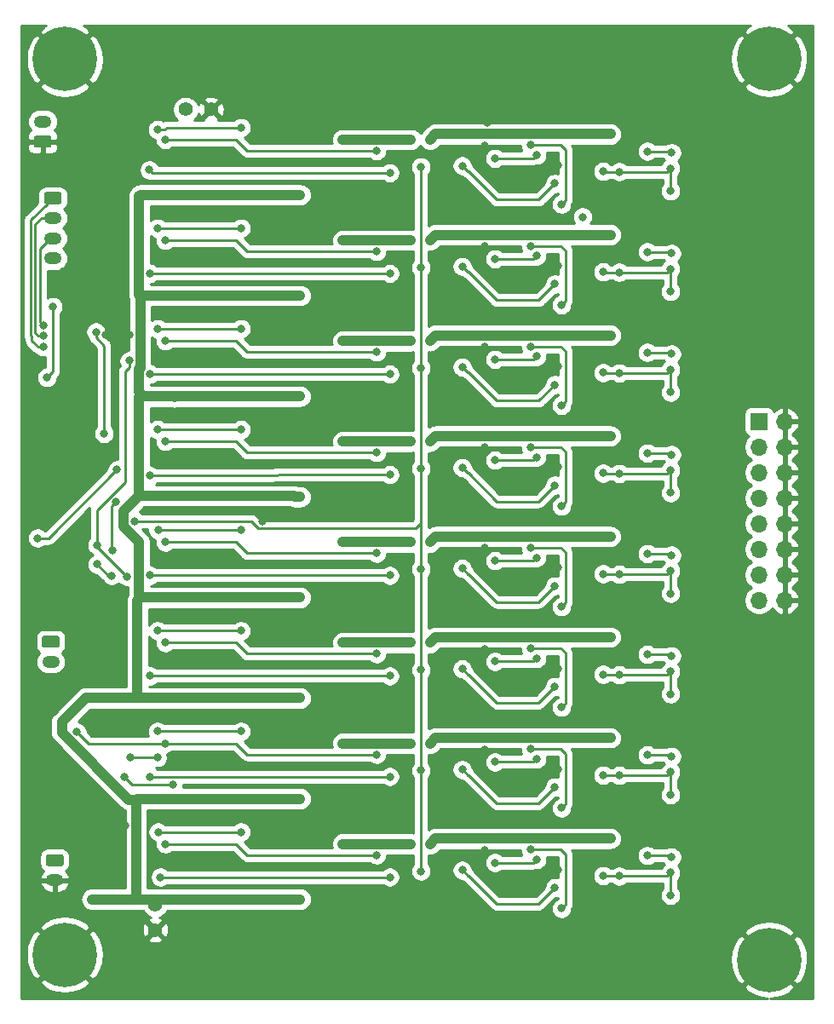
<source format=gbl>
G04 #@! TF.GenerationSoftware,KiCad,Pcbnew,(5.1.5-0)*
G04 #@! TF.CreationDate,2021-01-17T10:32:33-07:00*
G04 #@! TF.ProjectId,8ch_v5_nosma,3863685f-7635-45f6-9e6f-736d612e6b69,rev?*
G04 #@! TF.SameCoordinates,Original*
G04 #@! TF.FileFunction,Copper,L2,Bot*
G04 #@! TF.FilePolarity,Positive*
%FSLAX46Y46*%
G04 Gerber Fmt 4.6, Leading zero omitted, Abs format (unit mm)*
G04 Created by KiCad (PCBNEW (5.1.5-0)) date 2021-01-17 10:32:33*
%MOMM*%
%LPD*%
G04 APERTURE LIST*
%ADD10O,1.750000X1.200000*%
%ADD11C,0.100000*%
%ADD12C,1.400000*%
%ADD13O,1.700000X1.700000*%
%ADD14R,1.700000X1.700000*%
%ADD15C,0.600000*%
%ADD16C,6.400000*%
%ADD17C,0.800000*%
%ADD18C,0.250000*%
%ADD19C,1.000000*%
%ADD20C,0.254000*%
G04 APERTURE END LIST*
D10*
X143600000Y-99900000D03*
G04 #@! TA.AperFunction,ComponentPad*
D11*
G36*
X144249505Y-97301204D02*
G01*
X144273773Y-97304804D01*
X144297572Y-97310765D01*
X144320671Y-97319030D01*
X144342850Y-97329520D01*
X144363893Y-97342132D01*
X144383599Y-97356747D01*
X144401777Y-97373223D01*
X144418253Y-97391401D01*
X144432868Y-97411107D01*
X144445480Y-97432150D01*
X144455970Y-97454329D01*
X144464235Y-97477428D01*
X144470196Y-97501227D01*
X144473796Y-97525495D01*
X144475000Y-97549999D01*
X144475000Y-98250001D01*
X144473796Y-98274505D01*
X144470196Y-98298773D01*
X144464235Y-98322572D01*
X144455970Y-98345671D01*
X144445480Y-98367850D01*
X144432868Y-98388893D01*
X144418253Y-98408599D01*
X144401777Y-98426777D01*
X144383599Y-98443253D01*
X144363893Y-98457868D01*
X144342850Y-98470480D01*
X144320671Y-98480970D01*
X144297572Y-98489235D01*
X144273773Y-98495196D01*
X144249505Y-98498796D01*
X144225001Y-98500000D01*
X142974999Y-98500000D01*
X142950495Y-98498796D01*
X142926227Y-98495196D01*
X142902428Y-98489235D01*
X142879329Y-98480970D01*
X142857150Y-98470480D01*
X142836107Y-98457868D01*
X142816401Y-98443253D01*
X142798223Y-98426777D01*
X142781747Y-98408599D01*
X142767132Y-98388893D01*
X142754520Y-98367850D01*
X142744030Y-98345671D01*
X142735765Y-98322572D01*
X142729804Y-98298773D01*
X142726204Y-98274505D01*
X142725000Y-98250001D01*
X142725000Y-97549999D01*
X142726204Y-97525495D01*
X142729804Y-97501227D01*
X142735765Y-97477428D01*
X142744030Y-97454329D01*
X142754520Y-97432150D01*
X142767132Y-97411107D01*
X142781747Y-97391401D01*
X142798223Y-97373223D01*
X142816401Y-97356747D01*
X142836107Y-97342132D01*
X142857150Y-97329520D01*
X142879329Y-97319030D01*
X142902428Y-97310765D01*
X142926227Y-97304804D01*
X142950495Y-97301204D01*
X142974999Y-97300000D01*
X144225001Y-97300000D01*
X144249505Y-97301204D01*
G37*
G04 #@! TD.AperFunction*
D12*
X154000000Y-126540000D03*
X154000000Y-124000000D03*
X159540000Y-45000000D03*
X157000000Y-45000000D03*
D13*
X216540000Y-93780000D03*
X214000000Y-93780000D03*
X216540000Y-91240000D03*
X214000000Y-91240000D03*
X216540000Y-88700000D03*
X214000000Y-88700000D03*
X216540000Y-86160000D03*
X214000000Y-86160000D03*
X216540000Y-83620000D03*
X214000000Y-83620000D03*
X216540000Y-81080000D03*
X214000000Y-81080000D03*
X216540000Y-78540000D03*
X214000000Y-78540000D03*
X216540000Y-76000000D03*
D14*
X214000000Y-76000000D03*
D15*
X216697056Y-127802944D03*
X215000000Y-127100000D03*
X213302944Y-127802944D03*
X212600000Y-129500000D03*
X213302944Y-131197056D03*
X215000000Y-131900000D03*
X216697056Y-131197056D03*
X217400000Y-129500000D03*
D16*
X215000000Y-129500000D03*
D10*
X142800000Y-46200000D03*
G04 #@! TA.AperFunction,ComponentPad*
D11*
G36*
X143449505Y-47601204D02*
G01*
X143473773Y-47604804D01*
X143497572Y-47610765D01*
X143520671Y-47619030D01*
X143542850Y-47629520D01*
X143563893Y-47642132D01*
X143583599Y-47656747D01*
X143601777Y-47673223D01*
X143618253Y-47691401D01*
X143632868Y-47711107D01*
X143645480Y-47732150D01*
X143655970Y-47754329D01*
X143664235Y-47777428D01*
X143670196Y-47801227D01*
X143673796Y-47825495D01*
X143675000Y-47849999D01*
X143675000Y-48550001D01*
X143673796Y-48574505D01*
X143670196Y-48598773D01*
X143664235Y-48622572D01*
X143655970Y-48645671D01*
X143645480Y-48667850D01*
X143632868Y-48688893D01*
X143618253Y-48708599D01*
X143601777Y-48726777D01*
X143583599Y-48743253D01*
X143563893Y-48757868D01*
X143542850Y-48770480D01*
X143520671Y-48780970D01*
X143497572Y-48789235D01*
X143473773Y-48795196D01*
X143449505Y-48798796D01*
X143425001Y-48800000D01*
X142174999Y-48800000D01*
X142150495Y-48798796D01*
X142126227Y-48795196D01*
X142102428Y-48789235D01*
X142079329Y-48780970D01*
X142057150Y-48770480D01*
X142036107Y-48757868D01*
X142016401Y-48743253D01*
X141998223Y-48726777D01*
X141981747Y-48708599D01*
X141967132Y-48688893D01*
X141954520Y-48667850D01*
X141944030Y-48645671D01*
X141935765Y-48622572D01*
X141929804Y-48598773D01*
X141926204Y-48574505D01*
X141925000Y-48550001D01*
X141925000Y-47849999D01*
X141926204Y-47825495D01*
X141929804Y-47801227D01*
X141935765Y-47777428D01*
X141944030Y-47754329D01*
X141954520Y-47732150D01*
X141967132Y-47711107D01*
X141981747Y-47691401D01*
X141998223Y-47673223D01*
X142016401Y-47656747D01*
X142036107Y-47642132D01*
X142057150Y-47629520D01*
X142079329Y-47619030D01*
X142102428Y-47610765D01*
X142126227Y-47604804D01*
X142150495Y-47601204D01*
X142174999Y-47600000D01*
X143425001Y-47600000D01*
X143449505Y-47601204D01*
G37*
G04 #@! TD.AperFunction*
D10*
X144000000Y-121600000D03*
G04 #@! TA.AperFunction,ComponentPad*
D11*
G36*
X144649505Y-119001204D02*
G01*
X144673773Y-119004804D01*
X144697572Y-119010765D01*
X144720671Y-119019030D01*
X144742850Y-119029520D01*
X144763893Y-119042132D01*
X144783599Y-119056747D01*
X144801777Y-119073223D01*
X144818253Y-119091401D01*
X144832868Y-119111107D01*
X144845480Y-119132150D01*
X144855970Y-119154329D01*
X144864235Y-119177428D01*
X144870196Y-119201227D01*
X144873796Y-119225495D01*
X144875000Y-119249999D01*
X144875000Y-119950001D01*
X144873796Y-119974505D01*
X144870196Y-119998773D01*
X144864235Y-120022572D01*
X144855970Y-120045671D01*
X144845480Y-120067850D01*
X144832868Y-120088893D01*
X144818253Y-120108599D01*
X144801777Y-120126777D01*
X144783599Y-120143253D01*
X144763893Y-120157868D01*
X144742850Y-120170480D01*
X144720671Y-120180970D01*
X144697572Y-120189235D01*
X144673773Y-120195196D01*
X144649505Y-120198796D01*
X144625001Y-120200000D01*
X143374999Y-120200000D01*
X143350495Y-120198796D01*
X143326227Y-120195196D01*
X143302428Y-120189235D01*
X143279329Y-120180970D01*
X143257150Y-120170480D01*
X143236107Y-120157868D01*
X143216401Y-120143253D01*
X143198223Y-120126777D01*
X143181747Y-120108599D01*
X143167132Y-120088893D01*
X143154520Y-120067850D01*
X143144030Y-120045671D01*
X143135765Y-120022572D01*
X143129804Y-119998773D01*
X143126204Y-119974505D01*
X143125000Y-119950001D01*
X143125000Y-119249999D01*
X143126204Y-119225495D01*
X143129804Y-119201227D01*
X143135765Y-119177428D01*
X143144030Y-119154329D01*
X143154520Y-119132150D01*
X143167132Y-119111107D01*
X143181747Y-119091401D01*
X143198223Y-119073223D01*
X143216401Y-119056747D01*
X143236107Y-119042132D01*
X143257150Y-119029520D01*
X143279329Y-119019030D01*
X143302428Y-119010765D01*
X143326227Y-119004804D01*
X143350495Y-119001204D01*
X143374999Y-119000000D01*
X144625001Y-119000000D01*
X144649505Y-119001204D01*
G37*
G04 #@! TD.AperFunction*
D10*
X143800000Y-59800000D03*
X143800000Y-57800000D03*
X143800000Y-55800000D03*
G04 #@! TA.AperFunction,ComponentPad*
D11*
G36*
X144449505Y-53201204D02*
G01*
X144473773Y-53204804D01*
X144497572Y-53210765D01*
X144520671Y-53219030D01*
X144542850Y-53229520D01*
X144563893Y-53242132D01*
X144583599Y-53256747D01*
X144601777Y-53273223D01*
X144618253Y-53291401D01*
X144632868Y-53311107D01*
X144645480Y-53332150D01*
X144655970Y-53354329D01*
X144664235Y-53377428D01*
X144670196Y-53401227D01*
X144673796Y-53425495D01*
X144675000Y-53449999D01*
X144675000Y-54150001D01*
X144673796Y-54174505D01*
X144670196Y-54198773D01*
X144664235Y-54222572D01*
X144655970Y-54245671D01*
X144645480Y-54267850D01*
X144632868Y-54288893D01*
X144618253Y-54308599D01*
X144601777Y-54326777D01*
X144583599Y-54343253D01*
X144563893Y-54357868D01*
X144542850Y-54370480D01*
X144520671Y-54380970D01*
X144497572Y-54389235D01*
X144473773Y-54395196D01*
X144449505Y-54398796D01*
X144425001Y-54400000D01*
X143174999Y-54400000D01*
X143150495Y-54398796D01*
X143126227Y-54395196D01*
X143102428Y-54389235D01*
X143079329Y-54380970D01*
X143057150Y-54370480D01*
X143036107Y-54357868D01*
X143016401Y-54343253D01*
X142998223Y-54326777D01*
X142981747Y-54308599D01*
X142967132Y-54288893D01*
X142954520Y-54267850D01*
X142944030Y-54245671D01*
X142935765Y-54222572D01*
X142929804Y-54198773D01*
X142926204Y-54174505D01*
X142925000Y-54150001D01*
X142925000Y-53449999D01*
X142926204Y-53425495D01*
X142929804Y-53401227D01*
X142935765Y-53377428D01*
X142944030Y-53354329D01*
X142954520Y-53332150D01*
X142967132Y-53311107D01*
X142981747Y-53291401D01*
X142998223Y-53273223D01*
X143016401Y-53256747D01*
X143036107Y-53242132D01*
X143057150Y-53229520D01*
X143079329Y-53219030D01*
X143102428Y-53210765D01*
X143126227Y-53204804D01*
X143150495Y-53201204D01*
X143174999Y-53200000D01*
X144425001Y-53200000D01*
X144449505Y-53201204D01*
G37*
G04 #@! TD.AperFunction*
D15*
X216697056Y-38302944D03*
X215000000Y-37600000D03*
X213302944Y-38302944D03*
X212600000Y-40000000D03*
X213302944Y-41697056D03*
X215000000Y-42400000D03*
X216697056Y-41697056D03*
X217400000Y-40000000D03*
D16*
X215000000Y-40000000D03*
D15*
X146697056Y-127302944D03*
X145000000Y-126600000D03*
X143302944Y-127302944D03*
X142600000Y-129000000D03*
X143302944Y-130697056D03*
X145000000Y-131400000D03*
X146697056Y-130697056D03*
X147400000Y-129000000D03*
D16*
X145000000Y-129000000D03*
D15*
X146697056Y-38302944D03*
X145000000Y-37600000D03*
X143302944Y-38302944D03*
X142600000Y-40000000D03*
X143302944Y-41697056D03*
X145000000Y-42400000D03*
X146697056Y-41697056D03*
X147400000Y-40000000D03*
D16*
X145000000Y-40000000D03*
D17*
X199000000Y-56000000D03*
X148800000Y-80800000D03*
X146300000Y-77200000D03*
X164700000Y-55950000D03*
X151000000Y-116200000D03*
X144800000Y-116100000D03*
X149100000Y-61300000D03*
X147100000Y-61300000D03*
X194042358Y-50550000D03*
X186700000Y-48600000D03*
X194042358Y-60550000D03*
X186700000Y-58600000D03*
X194042358Y-70550000D03*
X186700000Y-68600000D03*
X194042358Y-80550000D03*
X186700000Y-78600000D03*
X194042358Y-90550000D03*
X186700000Y-88600000D03*
X194042358Y-100550000D03*
X186700000Y-98600000D03*
X194042358Y-110550000D03*
X186700000Y-108600000D03*
X194042358Y-120550000D03*
X186700000Y-118600000D03*
X164600000Y-75700000D03*
X164600000Y-66000000D03*
X164600000Y-85900000D03*
X164600000Y-106100000D03*
X164600000Y-95800000D03*
X151400000Y-67400000D03*
X149074990Y-67434255D03*
X187000000Y-46349999D03*
X146500000Y-69600000D03*
X149800000Y-99400000D03*
X147900153Y-106499847D03*
X193700000Y-52350000D03*
X184500000Y-50600000D03*
X191300000Y-48550000D03*
X194367359Y-54417359D03*
X187750000Y-49850000D03*
X202900000Y-49150000D03*
X191900000Y-49550000D03*
X205300000Y-49300000D03*
X205200000Y-53100000D03*
X205200000Y-50850000D03*
X200100550Y-51189804D03*
X198500000Y-51150000D03*
X180400000Y-50700000D03*
X180400000Y-60700000D03*
X180400000Y-70700000D03*
X180400000Y-80700000D03*
X180400000Y-90700000D03*
X180400000Y-100700000D03*
X180400000Y-110700000D03*
X180400000Y-120700000D03*
X151948103Y-85909207D03*
X149699979Y-88800000D03*
X149650004Y-91325251D03*
X148200000Y-90200000D03*
X150032101Y-83993205D03*
X193700000Y-62350000D03*
X184500000Y-60600000D03*
X191300000Y-58550000D03*
X194367359Y-64417359D03*
X193700000Y-72350000D03*
X184500000Y-70600000D03*
X191300000Y-68550000D03*
X194367359Y-74417359D03*
X193700000Y-82350000D03*
X184500000Y-80600000D03*
X191300000Y-78550000D03*
X194367359Y-84417359D03*
X193700000Y-92350000D03*
X184500000Y-90600000D03*
X191300000Y-88550000D03*
X194367359Y-94417359D03*
X193700000Y-102350000D03*
X184500000Y-100600000D03*
X191300000Y-98550000D03*
X194367359Y-104417359D03*
X193700000Y-112350000D03*
X184500000Y-110600000D03*
X191300000Y-108550000D03*
X194367359Y-114417359D03*
X193700000Y-122350000D03*
X184500000Y-120600000D03*
X191300000Y-118550000D03*
X194367359Y-124417359D03*
X205200000Y-63100000D03*
X205200000Y-60850000D03*
X200100550Y-61189804D03*
X198500000Y-61150000D03*
X187750000Y-59850000D03*
X202900000Y-59150000D03*
X191900000Y-59550000D03*
X205300000Y-59300000D03*
X205200000Y-73100000D03*
X205200000Y-70850000D03*
X200100550Y-71189804D03*
X198500000Y-71150000D03*
X187750000Y-69850000D03*
X202900000Y-69150000D03*
X191900000Y-69550000D03*
X205300000Y-69300000D03*
X205200000Y-83100000D03*
X205200000Y-80850000D03*
X200100550Y-81189804D03*
X198500000Y-81150000D03*
X187750000Y-79850000D03*
X202900000Y-79150000D03*
X191900000Y-79550000D03*
X205300000Y-79300000D03*
X205200000Y-93100000D03*
X205200000Y-90850000D03*
X200100550Y-91189804D03*
X198500000Y-91150000D03*
X187750000Y-89850000D03*
X202900000Y-89150000D03*
X191900000Y-89550000D03*
X205300000Y-89300000D03*
X205200000Y-103100000D03*
X205200000Y-100850000D03*
X200100550Y-101189804D03*
X198500000Y-101150000D03*
X187750000Y-99850000D03*
X202900000Y-99150000D03*
X191900000Y-99550000D03*
X205300000Y-99300000D03*
X205200000Y-113100000D03*
X205200000Y-110850000D03*
X200100550Y-111189804D03*
X198500000Y-111150000D03*
X187750000Y-109850000D03*
X202900000Y-109150000D03*
X191900000Y-109550000D03*
X205300000Y-109300000D03*
X205200000Y-123100000D03*
X205200000Y-120850000D03*
X200100550Y-121189804D03*
X198500000Y-121150000D03*
X187750000Y-119850000D03*
X202900000Y-119150000D03*
X191900000Y-119550000D03*
X205300000Y-119300000D03*
X143224990Y-71642168D03*
X143800000Y-64600000D03*
X142900000Y-66500000D03*
X153400000Y-51000000D03*
X177300000Y-51300000D03*
X148900000Y-77200000D03*
X148100000Y-67100000D03*
X142900000Y-68600000D03*
X142900000Y-67500000D03*
X150200000Y-80800000D03*
X142300000Y-87600000D03*
X153475000Y-61300000D03*
X177300000Y-61300000D03*
X153475000Y-71300000D03*
X177300000Y-71300000D03*
X153500001Y-81400000D03*
X177300000Y-81300000D03*
X153500001Y-91300000D03*
X177300000Y-91300000D03*
X153475000Y-101300000D03*
X177300000Y-101300000D03*
X153500000Y-111300000D03*
X177300000Y-111300000D03*
X154500000Y-121300000D03*
X177300000Y-121300000D03*
X155725000Y-112100000D03*
X150900000Y-111300000D03*
X168400000Y-53500000D03*
X168400000Y-63500000D03*
X168400000Y-73500000D03*
X168400000Y-83500000D03*
X168400000Y-93500000D03*
X168400000Y-103500000D03*
X168400000Y-113500000D03*
X168400000Y-123500000D03*
X147700000Y-123500000D03*
X172625000Y-48000000D03*
X179400000Y-48000000D03*
X181300000Y-48000000D03*
X199249999Y-47449999D03*
X196449971Y-55675029D03*
X172625000Y-58000000D03*
X179400000Y-58000000D03*
X181300000Y-58000000D03*
X199249999Y-57449999D03*
X172625000Y-68000000D03*
X179400000Y-68000000D03*
X181300000Y-68000000D03*
X199249999Y-67449999D03*
X172625000Y-78000000D03*
X179400000Y-78000000D03*
X181300000Y-78000000D03*
X199249999Y-77449999D03*
X172625000Y-88000000D03*
X179400000Y-88000000D03*
X181300000Y-88000000D03*
X199249999Y-87449999D03*
X172625000Y-98000000D03*
X179400000Y-98000000D03*
X181300000Y-98000000D03*
X199249999Y-97449999D03*
X172625000Y-108000000D03*
X179400000Y-108000000D03*
X181300000Y-108000000D03*
X199249999Y-107449999D03*
X172625000Y-118000000D03*
X179400000Y-118000000D03*
X181300000Y-118000000D03*
X199249999Y-117449999D03*
X148200000Y-88300000D03*
X151149980Y-91400000D03*
X151400000Y-69975000D03*
X162500000Y-46800000D03*
X154200000Y-47000000D03*
X162500000Y-56800000D03*
X162500000Y-66800000D03*
X162500000Y-76800000D03*
X162500000Y-86800000D03*
X162500000Y-96800000D03*
X162500000Y-106800000D03*
X162500000Y-116800000D03*
X154200000Y-76800000D03*
X154200000Y-96800000D03*
X154200000Y-106800000D03*
X154275000Y-116800000D03*
X154200000Y-56800000D03*
X154200000Y-66800000D03*
X154275000Y-86800000D03*
X151475000Y-109400000D03*
X154200000Y-109400000D03*
X155000000Y-48000000D03*
X155000000Y-78000000D03*
X155000000Y-88000000D03*
X155000000Y-98000000D03*
X155000000Y-108000000D03*
X155000000Y-118000000D03*
X155000000Y-68000000D03*
X155000000Y-58000000D03*
X176000000Y-49100000D03*
X176000000Y-59100000D03*
X176000000Y-69100000D03*
X176000000Y-79100000D03*
X176000000Y-89100000D03*
X176000000Y-99100000D03*
X176000000Y-109100000D03*
X176000000Y-119100000D03*
X146213817Y-106886183D03*
D18*
X146300000Y-78300000D02*
X146300000Y-77200000D01*
X148800000Y-80800000D02*
X146300000Y-78300000D01*
X149100000Y-61300000D02*
X147100000Y-61300000D01*
D19*
X164600000Y-66000000D02*
X165399990Y-66799990D01*
D18*
X149109245Y-67400000D02*
X149074990Y-67434255D01*
X151400000Y-67400000D02*
X149109245Y-67400000D01*
X193700000Y-52350000D02*
X192100000Y-53950000D01*
X192100000Y-53950000D02*
X187900000Y-53950000D01*
X187900000Y-53950000D02*
X185100000Y-51150000D01*
X185050000Y-51150000D02*
X185100000Y-51150000D01*
X184500000Y-50600000D02*
X185050000Y-51150000D01*
X184540865Y-50559135D02*
X184500000Y-50600000D01*
X194767358Y-54017360D02*
X194767358Y-49017358D01*
X194367359Y-54417359D02*
X194767358Y-54017360D01*
X194300000Y-48550000D02*
X191300000Y-48550000D01*
X194767358Y-49017358D02*
X194300000Y-48550000D01*
X191600000Y-49850000D02*
X191900000Y-49550000D01*
X187750000Y-49850000D02*
X191600000Y-49850000D01*
X205150000Y-49150000D02*
X205300000Y-49300000D01*
X202900000Y-49150000D02*
X205150000Y-49150000D01*
X205200000Y-50850000D02*
X205200000Y-51100000D01*
X205200000Y-50850000D02*
X205200000Y-53100000D01*
X205100000Y-50950000D02*
X205200000Y-50850000D01*
X204860196Y-51189804D02*
X205200000Y-50850000D01*
X200100550Y-51189804D02*
X204860196Y-51189804D01*
X198339804Y-51189804D02*
X198300000Y-51150000D01*
X200100550Y-51189804D02*
X198339804Y-51189804D01*
X163536205Y-85909207D02*
X151948103Y-85909207D01*
X179874999Y-86625001D02*
X164251999Y-86625001D01*
X180400000Y-50700000D02*
X180400000Y-86100000D01*
X164251999Y-86625001D02*
X163536205Y-85909207D01*
X180400000Y-86100000D02*
X179874999Y-86625001D01*
X180400000Y-86100000D02*
X180400000Y-120700000D01*
X149325251Y-91325251D02*
X148200000Y-90200000D01*
X149650004Y-91325251D02*
X149325251Y-91325251D01*
X149632102Y-88732123D02*
X149699979Y-88800000D01*
X149632102Y-84393204D02*
X149632102Y-88732123D01*
X150032101Y-83993205D02*
X149632102Y-84393204D01*
X193700000Y-62350000D02*
X192100000Y-63950000D01*
X192100000Y-63950000D02*
X187900000Y-63950000D01*
X187900000Y-63950000D02*
X185100000Y-61150000D01*
X185050000Y-61150000D02*
X185100000Y-61150000D01*
X184500000Y-60600000D02*
X185050000Y-61150000D01*
X184540865Y-60559135D02*
X184500000Y-60600000D01*
X194767358Y-64017360D02*
X194767358Y-59017358D01*
X194367359Y-64417359D02*
X194767358Y-64017360D01*
X194300000Y-58550000D02*
X191300000Y-58550000D01*
X194767358Y-59017358D02*
X194300000Y-58550000D01*
X193700000Y-72350000D02*
X192100000Y-73950000D01*
X192100000Y-73950000D02*
X187900000Y-73950000D01*
X187900000Y-73950000D02*
X185100000Y-71150000D01*
X185050000Y-71150000D02*
X185100000Y-71150000D01*
X184500000Y-70600000D02*
X185050000Y-71150000D01*
X184540865Y-70559135D02*
X184500000Y-70600000D01*
X194767358Y-74017360D02*
X194767358Y-69017358D01*
X194367359Y-74417359D02*
X194767358Y-74017360D01*
X194300000Y-68550000D02*
X191300000Y-68550000D01*
X194767358Y-69017358D02*
X194300000Y-68550000D01*
X193700000Y-82350000D02*
X192100000Y-83950000D01*
X192100000Y-83950000D02*
X187900000Y-83950000D01*
X187900000Y-83950000D02*
X185100000Y-81150000D01*
X185050000Y-81150000D02*
X185100000Y-81150000D01*
X184500000Y-80600000D02*
X185050000Y-81150000D01*
X184540865Y-80559135D02*
X184500000Y-80600000D01*
X194767358Y-84017360D02*
X194767358Y-79017358D01*
X194367359Y-84417359D02*
X194767358Y-84017360D01*
X194300000Y-78550000D02*
X191300000Y-78550000D01*
X194767358Y-79017358D02*
X194300000Y-78550000D01*
X193700000Y-92350000D02*
X192100000Y-93950000D01*
X192100000Y-93950000D02*
X187900000Y-93950000D01*
X187900000Y-93950000D02*
X185100000Y-91150000D01*
X185050000Y-91150000D02*
X185100000Y-91150000D01*
X184500000Y-90600000D02*
X185050000Y-91150000D01*
X184540865Y-90559135D02*
X184500000Y-90600000D01*
X194767358Y-94017360D02*
X194767358Y-89017358D01*
X194367359Y-94417359D02*
X194767358Y-94017360D01*
X194300000Y-88550000D02*
X191300000Y-88550000D01*
X194767358Y-89017358D02*
X194300000Y-88550000D01*
X193700000Y-102350000D02*
X192100000Y-103950000D01*
X192100000Y-103950000D02*
X187900000Y-103950000D01*
X187900000Y-103950000D02*
X185100000Y-101150000D01*
X185050000Y-101150000D02*
X185100000Y-101150000D01*
X184500000Y-100600000D02*
X185050000Y-101150000D01*
X184540865Y-100559135D02*
X184500000Y-100600000D01*
X194767358Y-104017360D02*
X194767358Y-99017358D01*
X194367359Y-104417359D02*
X194767358Y-104017360D01*
X194300000Y-98550000D02*
X191300000Y-98550000D01*
X194767358Y-99017358D02*
X194300000Y-98550000D01*
X193700000Y-112350000D02*
X192100000Y-113950000D01*
X192100000Y-113950000D02*
X187900000Y-113950000D01*
X187900000Y-113950000D02*
X185100000Y-111150000D01*
X185050000Y-111150000D02*
X185100000Y-111150000D01*
X184500000Y-110600000D02*
X185050000Y-111150000D01*
X184540865Y-110559135D02*
X184500000Y-110600000D01*
X194767358Y-114017360D02*
X194767358Y-109017358D01*
X194367359Y-114417359D02*
X194767358Y-114017360D01*
X194300000Y-108550000D02*
X191300000Y-108550000D01*
X194767358Y-109017358D02*
X194300000Y-108550000D01*
X193700000Y-122350000D02*
X192100000Y-123950000D01*
X192100000Y-123950000D02*
X187900000Y-123950000D01*
X187900000Y-123950000D02*
X185100000Y-121150000D01*
X185050000Y-121150000D02*
X185100000Y-121150000D01*
X184500000Y-120600000D02*
X185050000Y-121150000D01*
X184540865Y-120559135D02*
X184500000Y-120600000D01*
X194767358Y-124017360D02*
X194767358Y-119017358D01*
X194367359Y-124417359D02*
X194767358Y-124017360D01*
X194300000Y-118550000D02*
X191300000Y-118550000D01*
X194767358Y-119017358D02*
X194300000Y-118550000D01*
X205200000Y-60850000D02*
X205200000Y-61100000D01*
X205200000Y-60850000D02*
X205200000Y-63100000D01*
X205100000Y-60950000D02*
X205200000Y-60850000D01*
X204860196Y-61189804D02*
X205200000Y-60850000D01*
X200100550Y-61189804D02*
X204860196Y-61189804D01*
X198339804Y-61189804D02*
X198300000Y-61150000D01*
X200100550Y-61189804D02*
X198339804Y-61189804D01*
X191600000Y-59850000D02*
X191900000Y-59550000D01*
X187750000Y-59850000D02*
X191600000Y-59850000D01*
X205150000Y-59150000D02*
X205300000Y-59300000D01*
X202900000Y-59150000D02*
X205150000Y-59150000D01*
X205200000Y-70850000D02*
X205200000Y-71100000D01*
X205200000Y-70850000D02*
X205200000Y-73100000D01*
X205100000Y-70950000D02*
X205200000Y-70850000D01*
X204860196Y-71189804D02*
X205200000Y-70850000D01*
X200100550Y-71189804D02*
X204860196Y-71189804D01*
X198339804Y-71189804D02*
X198300000Y-71150000D01*
X200100550Y-71189804D02*
X198339804Y-71189804D01*
X191600000Y-69850000D02*
X191900000Y-69550000D01*
X187750000Y-69850000D02*
X191600000Y-69850000D01*
X205150000Y-69150000D02*
X205300000Y-69300000D01*
X202900000Y-69150000D02*
X205150000Y-69150000D01*
X205200000Y-80850000D02*
X205200000Y-81100000D01*
X205200000Y-80850000D02*
X205200000Y-83100000D01*
X205100000Y-80950000D02*
X205200000Y-80850000D01*
X204860196Y-81189804D02*
X205200000Y-80850000D01*
X200100550Y-81189804D02*
X204860196Y-81189804D01*
X198339804Y-81189804D02*
X198300000Y-81150000D01*
X200100550Y-81189804D02*
X198339804Y-81189804D01*
X191600000Y-79850000D02*
X191900000Y-79550000D01*
X187750000Y-79850000D02*
X191600000Y-79850000D01*
X205150000Y-79150000D02*
X205300000Y-79300000D01*
X202900000Y-79150000D02*
X205150000Y-79150000D01*
X205200000Y-90850000D02*
X205200000Y-91100000D01*
X205200000Y-90850000D02*
X205200000Y-93100000D01*
X205100000Y-90950000D02*
X205200000Y-90850000D01*
X204860196Y-91189804D02*
X205200000Y-90850000D01*
X200100550Y-91189804D02*
X204860196Y-91189804D01*
X198339804Y-91189804D02*
X198300000Y-91150000D01*
X200100550Y-91189804D02*
X198339804Y-91189804D01*
X191600000Y-89850000D02*
X191900000Y-89550000D01*
X187750000Y-89850000D02*
X191600000Y-89850000D01*
X205150000Y-89150000D02*
X205300000Y-89300000D01*
X202900000Y-89150000D02*
X205150000Y-89150000D01*
X205200000Y-100850000D02*
X205200000Y-101100000D01*
X205200000Y-100850000D02*
X205200000Y-103100000D01*
X205100000Y-100950000D02*
X205200000Y-100850000D01*
X204860196Y-101189804D02*
X205200000Y-100850000D01*
X200100550Y-101189804D02*
X204860196Y-101189804D01*
X198339804Y-101189804D02*
X198300000Y-101150000D01*
X200100550Y-101189804D02*
X198339804Y-101189804D01*
X191600000Y-99850000D02*
X191900000Y-99550000D01*
X187750000Y-99850000D02*
X191600000Y-99850000D01*
X205150000Y-99150000D02*
X205300000Y-99300000D01*
X202900000Y-99150000D02*
X205150000Y-99150000D01*
X205200000Y-110850000D02*
X205200000Y-111100000D01*
X205200000Y-110850000D02*
X205200000Y-113100000D01*
X205100000Y-110950000D02*
X205200000Y-110850000D01*
X204860196Y-111189804D02*
X205200000Y-110850000D01*
X200100550Y-111189804D02*
X204860196Y-111189804D01*
X198339804Y-111189804D02*
X198300000Y-111150000D01*
X200100550Y-111189804D02*
X198339804Y-111189804D01*
X191600000Y-109850000D02*
X191900000Y-109550000D01*
X187750000Y-109850000D02*
X191600000Y-109850000D01*
X205150000Y-109150000D02*
X205300000Y-109300000D01*
X202900000Y-109150000D02*
X205150000Y-109150000D01*
X205200000Y-120850000D02*
X205200000Y-121100000D01*
X205200000Y-120850000D02*
X205200000Y-123100000D01*
X205100000Y-120950000D02*
X205200000Y-120850000D01*
X204860196Y-121189804D02*
X205200000Y-120850000D01*
X200100550Y-121189804D02*
X204860196Y-121189804D01*
X198339804Y-121189804D02*
X198300000Y-121150000D01*
X200100550Y-121189804D02*
X198339804Y-121189804D01*
X191600000Y-119850000D02*
X191900000Y-119550000D01*
X187750000Y-119850000D02*
X191600000Y-119850000D01*
X205150000Y-119150000D02*
X205300000Y-119300000D01*
X202900000Y-119150000D02*
X205150000Y-119150000D01*
X143800000Y-71067158D02*
X143800000Y-64600000D01*
X143224990Y-71642168D02*
X143800000Y-71067158D01*
X142500001Y-66100001D02*
X142900000Y-66500000D01*
X142500001Y-58824999D02*
X142500001Y-66100001D01*
X143525000Y-57800000D02*
X142500001Y-58824999D01*
X143800000Y-57800000D02*
X143525000Y-57800000D01*
X153700000Y-51300000D02*
X153400000Y-51000000D01*
X177300000Y-51300000D02*
X153700000Y-51300000D01*
X148100000Y-67665685D02*
X148900000Y-68465685D01*
X148100000Y-67100000D02*
X148100000Y-67665685D01*
X148900000Y-68465685D02*
X148900000Y-69200000D01*
X148900000Y-69200000D02*
X148900000Y-77200000D01*
X148900000Y-68900000D02*
X148900000Y-69200000D01*
X141724989Y-55875011D02*
X143200000Y-54400000D01*
X142334315Y-68600000D02*
X141724989Y-67990674D01*
X142900000Y-68600000D02*
X142334315Y-68600000D01*
X141599981Y-56000019D02*
X143200000Y-54400000D01*
X141599981Y-67402076D02*
X141599981Y-56000019D01*
X141724989Y-67527084D02*
X141599981Y-67402076D01*
X143200000Y-54400000D02*
X143800000Y-53800000D01*
X141724989Y-67990674D02*
X141724989Y-67527084D01*
X142675000Y-55800000D02*
X143800000Y-55800000D01*
X142049991Y-56425009D02*
X142675000Y-55800000D01*
X142049991Y-67215676D02*
X142049991Y-56425009D01*
X142334315Y-67500000D02*
X142049991Y-67215676D01*
X142900000Y-67500000D02*
X142334315Y-67500000D01*
X143400000Y-87600000D02*
X142300000Y-87600000D01*
X150200000Y-80800000D02*
X143400000Y-87600000D01*
X177300000Y-61300000D02*
X153475000Y-61300000D01*
X177300000Y-71300000D02*
X153475000Y-71300000D01*
X177300000Y-81300000D02*
X154800000Y-81400000D01*
X154800000Y-81400000D02*
X153500001Y-81400000D01*
X177300000Y-91300000D02*
X153500001Y-91300000D01*
X177300000Y-101300000D02*
X153475000Y-101300000D01*
X177300000Y-111300000D02*
X153700000Y-111300000D01*
X154500000Y-121300000D02*
X177300000Y-121300000D01*
X151700000Y-112100000D02*
X150900000Y-111300000D01*
X155725000Y-112100000D02*
X151700000Y-112100000D01*
D19*
X168400000Y-123500000D02*
X152100000Y-123500000D01*
X152400000Y-93400000D02*
X152500000Y-93500000D01*
X168400000Y-93500000D02*
X152500000Y-93500000D01*
X152400000Y-83400000D02*
X152400000Y-73600000D01*
X155800000Y-73500000D02*
X155900000Y-73600000D01*
X168400000Y-73500000D02*
X152800000Y-73500000D01*
X152800000Y-73500000D02*
X155800000Y-73500000D01*
X152500000Y-70666740D02*
X152500000Y-63500000D01*
X152374999Y-70791741D02*
X152500000Y-70666740D01*
X152374999Y-73074999D02*
X152374999Y-70791741D01*
X152800000Y-73500000D02*
X152374999Y-73074999D01*
X168400000Y-63500000D02*
X152500000Y-63500000D01*
X152374999Y-53625001D02*
X152500000Y-53500000D01*
X152500000Y-63500000D02*
X152374999Y-63374999D01*
X152374999Y-63374999D02*
X152374999Y-53625001D01*
X168400000Y-53500000D02*
X152500000Y-53500000D01*
X152100000Y-113600000D02*
X152200000Y-113500000D01*
X168400000Y-113500000D02*
X152200000Y-113500000D01*
X152100000Y-123500000D02*
X152100000Y-113600000D01*
X152100000Y-123500000D02*
X147700000Y-123500000D01*
X144699999Y-106928001D02*
X144699999Y-105871999D01*
X147071998Y-103500000D02*
X152200000Y-103500000D01*
X151371998Y-113600000D02*
X144699999Y-106928001D01*
X144699999Y-105871999D02*
X147071998Y-103500000D01*
X152100000Y-113600000D02*
X151371998Y-113600000D01*
X152200000Y-93800000D02*
X152500000Y-93500000D01*
X168400000Y-103500000D02*
X152200000Y-103500000D01*
X152200000Y-103500000D02*
X152200000Y-93800000D01*
D18*
X147700000Y-123500000D02*
X147800000Y-123500000D01*
D19*
X167734315Y-83400000D02*
X152400000Y-83400000D01*
X167834315Y-83500000D02*
X167734315Y-83400000D01*
X168400000Y-83500000D02*
X167834315Y-83500000D01*
X152400000Y-93400000D02*
X152400000Y-87989106D01*
X150848102Y-86437208D02*
X150848102Y-84951898D01*
X150848102Y-84951898D02*
X152400000Y-83400000D01*
X152400000Y-87989106D02*
X150848102Y-86437208D01*
X172625000Y-48000000D02*
X179400000Y-48000000D01*
X181300000Y-48000000D02*
X181850001Y-47449999D01*
X188449999Y-47449999D02*
X188550001Y-47449999D01*
X181850001Y-47449999D02*
X188449999Y-47449999D01*
X188449999Y-47449999D02*
X199249999Y-47449999D01*
X172625000Y-58000000D02*
X179400000Y-58000000D01*
X181850001Y-57449999D02*
X199249999Y-57449999D01*
X181300000Y-58000000D02*
X181850001Y-57449999D01*
X172625000Y-68000000D02*
X179400000Y-68000000D01*
X181850001Y-67449999D02*
X199249999Y-67449999D01*
X181300000Y-68000000D02*
X181850001Y-67449999D01*
X172625000Y-78000000D02*
X179400000Y-78000000D01*
X181850001Y-77449999D02*
X199249999Y-77449999D01*
X181300000Y-78000000D02*
X181850001Y-77449999D01*
X172625000Y-88000000D02*
X179400000Y-88000000D01*
X181850001Y-87449999D02*
X199249999Y-87449999D01*
X181300000Y-88000000D02*
X181850001Y-87449999D01*
X172625000Y-98000000D02*
X179400000Y-98000000D01*
X181850001Y-97449999D02*
X199249999Y-97449999D01*
X181300000Y-98000000D02*
X181850001Y-97449999D01*
X172625000Y-108000000D02*
X179400000Y-108000000D01*
X181850001Y-107449999D02*
X199249999Y-107449999D01*
X181300000Y-108000000D02*
X181850001Y-107449999D01*
X172625000Y-118000000D02*
X179400000Y-118000000D01*
X181850001Y-117449999D02*
X199249999Y-117449999D01*
X181300000Y-118000000D02*
X181850001Y-117449999D01*
D18*
X148200000Y-88450020D02*
X148200000Y-88300000D01*
X151149980Y-91400000D02*
X148200000Y-88450020D01*
X150974990Y-71074990D02*
X151400000Y-70649980D01*
X151400000Y-70649980D02*
X151400000Y-69975000D01*
X150974990Y-82025010D02*
X150974990Y-71074990D01*
X148200000Y-88300000D02*
X148200000Y-84800000D01*
X148200000Y-84800000D02*
X150974990Y-82025010D01*
X162500000Y-46800000D02*
X155126998Y-46800000D01*
X154926998Y-47000000D02*
X154200000Y-47000000D01*
X155126998Y-46800000D02*
X154926998Y-47000000D01*
X162500000Y-56800000D02*
X154200000Y-56800000D01*
X162500000Y-66800000D02*
X154200000Y-66800000D01*
X162500000Y-76800000D02*
X154200000Y-76800000D01*
X162500000Y-86800000D02*
X154275000Y-86800000D01*
X162500000Y-96800000D02*
X154200000Y-96800000D01*
X162500000Y-116800000D02*
X154275000Y-116800000D01*
X154200000Y-106800000D02*
X155200000Y-106800000D01*
X155200000Y-106800000D02*
X155126998Y-106800000D01*
X162500000Y-106800000D02*
X155200000Y-106800000D01*
X151475000Y-109400000D02*
X154200000Y-109400000D01*
X162000000Y-48000000D02*
X155000000Y-48000000D01*
X162000000Y-58000000D02*
X155000000Y-58000000D01*
X162000000Y-68000000D02*
X155000000Y-68000000D01*
X162000000Y-78000000D02*
X155000000Y-78000000D01*
X162000000Y-88000000D02*
X155000000Y-88000000D01*
X162000000Y-98000000D02*
X155000000Y-98000000D01*
X162000000Y-108000000D02*
X155000000Y-108000000D01*
X162000000Y-118000000D02*
X155000000Y-118000000D01*
X147327634Y-108000000D02*
X155000000Y-108000000D01*
X176000000Y-49100000D02*
X163100000Y-49100000D01*
X163100000Y-49100000D02*
X162000000Y-48000000D01*
X176000000Y-59100000D02*
X163100000Y-59100000D01*
X163100000Y-59100000D02*
X162000000Y-58000000D01*
X176000000Y-69100000D02*
X163100000Y-69100000D01*
X163100000Y-69100000D02*
X162000000Y-68000000D01*
X176000000Y-79100000D02*
X163100000Y-79100000D01*
X163100000Y-79100000D02*
X162000000Y-78000000D01*
X176000000Y-89100000D02*
X163100000Y-89100000D01*
X163100000Y-89100000D02*
X162000000Y-88000000D01*
X176000000Y-99100000D02*
X163100000Y-99100000D01*
X163100000Y-99100000D02*
X162000000Y-98000000D01*
X176000000Y-109100000D02*
X163100000Y-109100000D01*
X163100000Y-109100000D02*
X162000000Y-108000000D01*
X176000000Y-119100000D02*
X163100000Y-119100000D01*
X163100000Y-119100000D02*
X162000000Y-118000000D01*
X147327634Y-108000000D02*
X146213817Y-106886183D01*
D20*
G36*
X142879330Y-36782445D02*
G01*
X142838912Y-36809452D01*
X142478724Y-37299119D01*
X145000000Y-39820395D01*
X147521276Y-37299119D01*
X147161088Y-36809452D01*
X146885675Y-36660000D01*
X213111926Y-36660000D01*
X212879330Y-36782445D01*
X212838912Y-36809452D01*
X212478724Y-37299119D01*
X215000000Y-39820395D01*
X217521276Y-37299119D01*
X217161088Y-36809452D01*
X216885675Y-36660000D01*
X219340001Y-36660000D01*
X219340000Y-133340000D01*
X215122015Y-133340000D01*
X215727938Y-133284178D01*
X216452208Y-133069452D01*
X217120670Y-132717555D01*
X217161088Y-132690548D01*
X217521276Y-132200881D01*
X215000000Y-129679605D01*
X212478724Y-132200881D01*
X212838912Y-132690548D01*
X213502882Y-133050849D01*
X214224385Y-133274694D01*
X214847149Y-133340000D01*
X140660000Y-133340000D01*
X140660000Y-131700881D01*
X142478724Y-131700881D01*
X142838912Y-132190548D01*
X143502882Y-132550849D01*
X144224385Y-132774694D01*
X144975695Y-132853480D01*
X145727938Y-132784178D01*
X146452208Y-132569452D01*
X147120670Y-132217555D01*
X147161088Y-132190548D01*
X147521276Y-131700881D01*
X145000000Y-129179605D01*
X142478724Y-131700881D01*
X140660000Y-131700881D01*
X140660000Y-128975695D01*
X141146520Y-128975695D01*
X141215822Y-129727938D01*
X141430548Y-130452208D01*
X141782445Y-131120670D01*
X141809452Y-131161088D01*
X142299119Y-131521276D01*
X144820395Y-129000000D01*
X145179605Y-129000000D01*
X147700881Y-131521276D01*
X148190548Y-131161088D01*
X148550849Y-130497118D01*
X148774694Y-129775615D01*
X148806145Y-129475695D01*
X211146520Y-129475695D01*
X211215822Y-130227938D01*
X211430548Y-130952208D01*
X211782445Y-131620670D01*
X211809452Y-131661088D01*
X212299119Y-132021276D01*
X214820395Y-129500000D01*
X215179605Y-129500000D01*
X217700881Y-132021276D01*
X218190548Y-131661088D01*
X218550849Y-130997118D01*
X218774694Y-130275615D01*
X218853480Y-129524305D01*
X218784178Y-128772062D01*
X218569452Y-128047792D01*
X218217555Y-127379330D01*
X218190548Y-127338912D01*
X217700881Y-126978724D01*
X215179605Y-129500000D01*
X214820395Y-129500000D01*
X212299119Y-126978724D01*
X211809452Y-127338912D01*
X211449151Y-128002882D01*
X211225306Y-128724385D01*
X211146520Y-129475695D01*
X148806145Y-129475695D01*
X148853480Y-129024305D01*
X148784178Y-128272062D01*
X148569452Y-127547792D01*
X148523904Y-127461269D01*
X153258336Y-127461269D01*
X153317797Y-127695037D01*
X153556242Y-127805934D01*
X153811740Y-127868183D01*
X154074473Y-127879390D01*
X154334344Y-127839125D01*
X154581366Y-127748935D01*
X154682203Y-127695037D01*
X154741664Y-127461269D01*
X154000000Y-126719605D01*
X153258336Y-127461269D01*
X148523904Y-127461269D01*
X148217555Y-126879330D01*
X148190548Y-126838912D01*
X147885429Y-126614473D01*
X152660610Y-126614473D01*
X152700875Y-126874344D01*
X152791065Y-127121366D01*
X152844963Y-127222203D01*
X153078731Y-127281664D01*
X153820395Y-126540000D01*
X154179605Y-126540000D01*
X154921269Y-127281664D01*
X155155037Y-127222203D01*
X155265934Y-126983758D01*
X155310919Y-126799119D01*
X212478724Y-126799119D01*
X215000000Y-129320395D01*
X217521276Y-126799119D01*
X217161088Y-126309452D01*
X216497118Y-125949151D01*
X215775615Y-125725306D01*
X215024305Y-125646520D01*
X214272062Y-125715822D01*
X213547792Y-125930548D01*
X212879330Y-126282445D01*
X212838912Y-126309452D01*
X212478724Y-126799119D01*
X155310919Y-126799119D01*
X155328183Y-126728260D01*
X155339390Y-126465527D01*
X155299125Y-126205656D01*
X155208935Y-125958634D01*
X155155037Y-125857797D01*
X154921269Y-125798336D01*
X154179605Y-126540000D01*
X153820395Y-126540000D01*
X153078731Y-125798336D01*
X152844963Y-125857797D01*
X152734066Y-126096242D01*
X152671817Y-126351740D01*
X152660610Y-126614473D01*
X147885429Y-126614473D01*
X147700881Y-126478724D01*
X145179605Y-129000000D01*
X144820395Y-129000000D01*
X142299119Y-126478724D01*
X141809452Y-126838912D01*
X141449151Y-127502882D01*
X141225306Y-128224385D01*
X141146520Y-128975695D01*
X140660000Y-128975695D01*
X140660000Y-126299119D01*
X142478724Y-126299119D01*
X145000000Y-128820395D01*
X147521276Y-126299119D01*
X147161088Y-125809452D01*
X146497118Y-125449151D01*
X145775615Y-125225306D01*
X145024305Y-125146520D01*
X144272062Y-125215822D01*
X143547792Y-125430548D01*
X142879330Y-125782445D01*
X142838912Y-125809452D01*
X142478724Y-126299119D01*
X140660000Y-126299119D01*
X140660000Y-121917609D01*
X142531538Y-121917609D01*
X142535409Y-121955282D01*
X142627579Y-122180533D01*
X142761922Y-122383474D01*
X142933275Y-122556307D01*
X143135054Y-122692390D01*
X143359504Y-122786493D01*
X143598000Y-122835000D01*
X143873000Y-122835000D01*
X143873000Y-121727000D01*
X144127000Y-121727000D01*
X144127000Y-122835000D01*
X144402000Y-122835000D01*
X144640496Y-122786493D01*
X144864946Y-122692390D01*
X145066725Y-122556307D01*
X145238078Y-122383474D01*
X145372421Y-122180533D01*
X145464591Y-121955282D01*
X145468462Y-121917609D01*
X145343731Y-121727000D01*
X144127000Y-121727000D01*
X143873000Y-121727000D01*
X142656269Y-121727000D01*
X142531538Y-121917609D01*
X140660000Y-121917609D01*
X140660000Y-119249999D01*
X142486928Y-119249999D01*
X142486928Y-119950001D01*
X142503992Y-120123255D01*
X142554528Y-120289851D01*
X142636595Y-120443387D01*
X142747038Y-120577962D01*
X142881613Y-120688405D01*
X142886406Y-120690967D01*
X142761922Y-120816526D01*
X142627579Y-121019467D01*
X142535409Y-121244718D01*
X142531538Y-121282391D01*
X142656269Y-121473000D01*
X143873000Y-121473000D01*
X143873000Y-121453000D01*
X144127000Y-121453000D01*
X144127000Y-121473000D01*
X145343731Y-121473000D01*
X145468462Y-121282391D01*
X145464591Y-121244718D01*
X145372421Y-121019467D01*
X145238078Y-120816526D01*
X145113594Y-120690967D01*
X145118387Y-120688405D01*
X145252962Y-120577962D01*
X145363405Y-120443387D01*
X145445472Y-120289851D01*
X145496008Y-120123255D01*
X145513072Y-119950001D01*
X145513072Y-119249999D01*
X145496008Y-119076745D01*
X145445472Y-118910149D01*
X145363405Y-118756613D01*
X145252962Y-118622038D01*
X145118387Y-118511595D01*
X144964851Y-118429528D01*
X144798255Y-118378992D01*
X144625001Y-118361928D01*
X143374999Y-118361928D01*
X143201745Y-118378992D01*
X143035149Y-118429528D01*
X142881613Y-118511595D01*
X142747038Y-118622038D01*
X142636595Y-118756613D01*
X142554528Y-118910149D01*
X142503992Y-119076745D01*
X142486928Y-119249999D01*
X140660000Y-119249999D01*
X140660000Y-99900000D01*
X142084025Y-99900000D01*
X142107870Y-100142102D01*
X142178489Y-100374901D01*
X142293167Y-100589449D01*
X142447498Y-100777502D01*
X142635551Y-100931833D01*
X142850099Y-101046511D01*
X143082898Y-101117130D01*
X143264335Y-101135000D01*
X143935665Y-101135000D01*
X144117102Y-101117130D01*
X144349901Y-101046511D01*
X144564449Y-100931833D01*
X144752502Y-100777502D01*
X144906833Y-100589449D01*
X145021511Y-100374901D01*
X145092130Y-100142102D01*
X145115975Y-99900000D01*
X145092130Y-99657898D01*
X145021511Y-99425099D01*
X144906833Y-99210551D01*
X144752502Y-99022498D01*
X144713889Y-98990809D01*
X144718387Y-98988405D01*
X144852962Y-98877962D01*
X144963405Y-98743387D01*
X145045472Y-98589851D01*
X145096008Y-98423255D01*
X145113072Y-98250001D01*
X145113072Y-97549999D01*
X145096008Y-97376745D01*
X145045472Y-97210149D01*
X144963405Y-97056613D01*
X144852962Y-96922038D01*
X144718387Y-96811595D01*
X144564851Y-96729528D01*
X144398255Y-96678992D01*
X144225001Y-96661928D01*
X142974999Y-96661928D01*
X142801745Y-96678992D01*
X142635149Y-96729528D01*
X142481613Y-96811595D01*
X142347038Y-96922038D01*
X142236595Y-97056613D01*
X142154528Y-97210149D01*
X142103992Y-97376745D01*
X142086928Y-97549999D01*
X142086928Y-98250001D01*
X142103992Y-98423255D01*
X142154528Y-98589851D01*
X142236595Y-98743387D01*
X142347038Y-98877962D01*
X142481613Y-98988405D01*
X142486111Y-98990809D01*
X142447498Y-99022498D01*
X142293167Y-99210551D01*
X142178489Y-99425099D01*
X142107870Y-99657898D01*
X142084025Y-99900000D01*
X140660000Y-99900000D01*
X140660000Y-87498061D01*
X141265000Y-87498061D01*
X141265000Y-87701939D01*
X141304774Y-87901898D01*
X141382795Y-88090256D01*
X141496063Y-88259774D01*
X141640226Y-88403937D01*
X141809744Y-88517205D01*
X141998102Y-88595226D01*
X142198061Y-88635000D01*
X142401939Y-88635000D01*
X142601898Y-88595226D01*
X142790256Y-88517205D01*
X142959774Y-88403937D01*
X143003711Y-88360000D01*
X143362678Y-88360000D01*
X143400000Y-88363676D01*
X143437322Y-88360000D01*
X143437333Y-88360000D01*
X143548986Y-88349003D01*
X143692247Y-88305546D01*
X143824276Y-88234974D01*
X143940001Y-88140001D01*
X143963804Y-88110997D01*
X147462846Y-84611955D01*
X147450998Y-84651014D01*
X147445227Y-84709605D01*
X147436324Y-84800000D01*
X147440001Y-84837332D01*
X147440000Y-87596289D01*
X147396063Y-87640226D01*
X147282795Y-87809744D01*
X147204774Y-87998102D01*
X147165000Y-88198061D01*
X147165000Y-88401939D01*
X147204774Y-88601898D01*
X147282795Y-88790256D01*
X147396063Y-88959774D01*
X147540226Y-89103937D01*
X147709744Y-89217205D01*
X147788918Y-89250000D01*
X147709744Y-89282795D01*
X147540226Y-89396063D01*
X147396063Y-89540226D01*
X147282795Y-89709744D01*
X147204774Y-89898102D01*
X147165000Y-90098061D01*
X147165000Y-90301939D01*
X147204774Y-90501898D01*
X147282795Y-90690256D01*
X147396063Y-90859774D01*
X147540226Y-91003937D01*
X147709744Y-91117205D01*
X147898102Y-91195226D01*
X148098061Y-91235000D01*
X148160199Y-91235000D01*
X148727208Y-91802010D01*
X148732799Y-91815507D01*
X148846067Y-91985025D01*
X148990230Y-92129188D01*
X149159748Y-92242456D01*
X149348106Y-92320477D01*
X149548065Y-92360251D01*
X149751943Y-92360251D01*
X149951902Y-92320477D01*
X150140260Y-92242456D01*
X150309778Y-92129188D01*
X150362618Y-92076349D01*
X150490206Y-92203937D01*
X150659724Y-92317205D01*
X150848082Y-92395226D01*
X151048041Y-92435000D01*
X151251919Y-92435000D01*
X151265000Y-92432398D01*
X151265000Y-93150192D01*
X151251717Y-93166377D01*
X151232709Y-93201939D01*
X151146324Y-93363554D01*
X151081423Y-93577502D01*
X151059509Y-93800000D01*
X151065001Y-93855761D01*
X151065000Y-102365000D01*
X147127749Y-102365000D01*
X147071997Y-102359509D01*
X146849498Y-102381423D01*
X146799703Y-102396529D01*
X146635551Y-102446324D01*
X146438375Y-102551716D01*
X146265549Y-102693551D01*
X146230007Y-102736859D01*
X143936859Y-105030008D01*
X143893551Y-105065550D01*
X143751716Y-105238376D01*
X143646323Y-105435552D01*
X143646323Y-105435553D01*
X143581422Y-105649501D01*
X143559508Y-105871999D01*
X143564999Y-105927750D01*
X143564999Y-106872250D01*
X143559508Y-106928001D01*
X143564999Y-106983752D01*
X143581422Y-107150499D01*
X143646323Y-107364447D01*
X143751715Y-107561624D01*
X143893550Y-107734450D01*
X143936864Y-107769997D01*
X150530007Y-114363141D01*
X150565549Y-114406449D01*
X150738375Y-114548284D01*
X150935551Y-114653676D01*
X150965001Y-114662610D01*
X150965000Y-122365000D01*
X147644248Y-122365000D01*
X147477501Y-122381423D01*
X147263553Y-122446324D01*
X147066377Y-122551716D01*
X146893551Y-122693551D01*
X146751716Y-122866377D01*
X146646324Y-123063553D01*
X146581423Y-123277501D01*
X146559509Y-123500000D01*
X146581423Y-123722499D01*
X146646324Y-123936447D01*
X146751716Y-124133623D01*
X146893551Y-124306449D01*
X147066377Y-124448284D01*
X147263553Y-124553676D01*
X147477501Y-124618577D01*
X147644248Y-124635000D01*
X152044248Y-124635000D01*
X152100000Y-124640491D01*
X152155751Y-124635000D01*
X152818704Y-124635000D01*
X152963038Y-124851013D01*
X153148987Y-125036962D01*
X153367641Y-125183061D01*
X153581444Y-125271621D01*
X153418634Y-125331065D01*
X153317797Y-125384963D01*
X153258336Y-125618731D01*
X154000000Y-126360395D01*
X154741664Y-125618731D01*
X154682203Y-125384963D01*
X154443758Y-125274066D01*
X154424173Y-125269294D01*
X154632359Y-125183061D01*
X154851013Y-125036962D01*
X155036962Y-124851013D01*
X155181296Y-124635000D01*
X168455752Y-124635000D01*
X168622499Y-124618577D01*
X168836447Y-124553676D01*
X169033623Y-124448284D01*
X169206449Y-124306449D01*
X169348284Y-124133623D01*
X169453676Y-123936447D01*
X169518577Y-123722499D01*
X169540491Y-123500000D01*
X169518577Y-123277501D01*
X169453676Y-123063553D01*
X169348284Y-122866377D01*
X169206449Y-122693551D01*
X169033623Y-122551716D01*
X168836447Y-122446324D01*
X168622499Y-122381423D01*
X168455752Y-122365000D01*
X153235000Y-122365000D01*
X153235000Y-121198061D01*
X153465000Y-121198061D01*
X153465000Y-121401939D01*
X153504774Y-121601898D01*
X153582795Y-121790256D01*
X153696063Y-121959774D01*
X153840226Y-122103937D01*
X154009744Y-122217205D01*
X154198102Y-122295226D01*
X154398061Y-122335000D01*
X154601939Y-122335000D01*
X154801898Y-122295226D01*
X154990256Y-122217205D01*
X155159774Y-122103937D01*
X155203711Y-122060000D01*
X176596289Y-122060000D01*
X176640226Y-122103937D01*
X176809744Y-122217205D01*
X176998102Y-122295226D01*
X177198061Y-122335000D01*
X177401939Y-122335000D01*
X177601898Y-122295226D01*
X177790256Y-122217205D01*
X177959774Y-122103937D01*
X178103937Y-121959774D01*
X178217205Y-121790256D01*
X178295226Y-121601898D01*
X178335000Y-121401939D01*
X178335000Y-121198061D01*
X178295226Y-120998102D01*
X178217205Y-120809744D01*
X178103937Y-120640226D01*
X177959774Y-120496063D01*
X177790256Y-120382795D01*
X177601898Y-120304774D01*
X177401939Y-120265000D01*
X177198061Y-120265000D01*
X176998102Y-120304774D01*
X176809744Y-120382795D01*
X176640226Y-120496063D01*
X176596289Y-120540000D01*
X155203711Y-120540000D01*
X155159774Y-120496063D01*
X154990256Y-120382795D01*
X154801898Y-120304774D01*
X154601939Y-120265000D01*
X154398061Y-120265000D01*
X154198102Y-120304774D01*
X154009744Y-120382795D01*
X153840226Y-120496063D01*
X153696063Y-120640226D01*
X153582795Y-120809744D01*
X153504774Y-120998102D01*
X153465000Y-121198061D01*
X153235000Y-121198061D01*
X153235000Y-114635000D01*
X168455752Y-114635000D01*
X168622499Y-114618577D01*
X168836447Y-114553676D01*
X169033623Y-114448284D01*
X169206449Y-114306449D01*
X169348284Y-114133623D01*
X169453676Y-113936447D01*
X169518577Y-113722499D01*
X169540491Y-113500000D01*
X169518577Y-113277501D01*
X169453676Y-113063553D01*
X169348284Y-112866377D01*
X169206449Y-112693551D01*
X169033623Y-112551716D01*
X168836447Y-112446324D01*
X168622499Y-112381423D01*
X168455752Y-112365000D01*
X156727565Y-112365000D01*
X156760000Y-112201939D01*
X156760000Y-112060000D01*
X176596289Y-112060000D01*
X176640226Y-112103937D01*
X176809744Y-112217205D01*
X176998102Y-112295226D01*
X177198061Y-112335000D01*
X177401939Y-112335000D01*
X177601898Y-112295226D01*
X177790256Y-112217205D01*
X177959774Y-112103937D01*
X178103937Y-111959774D01*
X178217205Y-111790256D01*
X178295226Y-111601898D01*
X178335000Y-111401939D01*
X178335000Y-111198061D01*
X178295226Y-110998102D01*
X178217205Y-110809744D01*
X178103937Y-110640226D01*
X177959774Y-110496063D01*
X177790256Y-110382795D01*
X177601898Y-110304774D01*
X177401939Y-110265000D01*
X177198061Y-110265000D01*
X176998102Y-110304774D01*
X176809744Y-110382795D01*
X176640226Y-110496063D01*
X176596289Y-110540000D01*
X154203711Y-110540000D01*
X154159774Y-110496063D01*
X154055808Y-110426595D01*
X154098061Y-110435000D01*
X154301939Y-110435000D01*
X154501898Y-110395226D01*
X154690256Y-110317205D01*
X154859774Y-110203937D01*
X155003937Y-110059774D01*
X155117205Y-109890256D01*
X155195226Y-109701898D01*
X155235000Y-109501939D01*
X155235000Y-109298061D01*
X155195226Y-109098102D01*
X155163977Y-109022660D01*
X155301898Y-108995226D01*
X155490256Y-108917205D01*
X155659774Y-108803937D01*
X155703711Y-108760000D01*
X161685199Y-108760000D01*
X162536201Y-109611003D01*
X162559999Y-109640001D01*
X162588997Y-109663799D01*
X162675723Y-109734974D01*
X162734442Y-109766360D01*
X162807753Y-109805546D01*
X162951014Y-109849003D01*
X163062667Y-109860000D01*
X163062677Y-109860000D01*
X163100000Y-109863676D01*
X163137323Y-109860000D01*
X175296289Y-109860000D01*
X175340226Y-109903937D01*
X175509744Y-110017205D01*
X175698102Y-110095226D01*
X175898061Y-110135000D01*
X176101939Y-110135000D01*
X176301898Y-110095226D01*
X176490256Y-110017205D01*
X176659774Y-109903937D01*
X176803937Y-109759774D01*
X176917205Y-109590256D01*
X176995226Y-109401898D01*
X177035000Y-109201939D01*
X177035000Y-109135000D01*
X179455752Y-109135000D01*
X179622499Y-109118577D01*
X179640001Y-109113268D01*
X179640001Y-109996288D01*
X179596063Y-110040226D01*
X179482795Y-110209744D01*
X179404774Y-110398102D01*
X179365000Y-110598061D01*
X179365000Y-110801939D01*
X179404774Y-111001898D01*
X179482795Y-111190256D01*
X179596063Y-111359774D01*
X179640001Y-111403712D01*
X179640001Y-116886732D01*
X179622499Y-116881423D01*
X179455752Y-116865000D01*
X172569248Y-116865000D01*
X172402501Y-116881423D01*
X172188553Y-116946324D01*
X171991377Y-117051716D01*
X171818551Y-117193551D01*
X171676716Y-117366377D01*
X171571324Y-117563553D01*
X171506423Y-117777501D01*
X171484509Y-118000000D01*
X171506423Y-118222499D01*
X171542067Y-118340000D01*
X163414802Y-118340000D01*
X162850073Y-117775271D01*
X162990256Y-117717205D01*
X163159774Y-117603937D01*
X163303937Y-117459774D01*
X163417205Y-117290256D01*
X163495226Y-117101898D01*
X163535000Y-116901939D01*
X163535000Y-116698061D01*
X163495226Y-116498102D01*
X163417205Y-116309744D01*
X163303937Y-116140226D01*
X163159774Y-115996063D01*
X162990256Y-115882795D01*
X162801898Y-115804774D01*
X162601939Y-115765000D01*
X162398061Y-115765000D01*
X162198102Y-115804774D01*
X162009744Y-115882795D01*
X161840226Y-115996063D01*
X161796289Y-116040000D01*
X154978711Y-116040000D01*
X154934774Y-115996063D01*
X154765256Y-115882795D01*
X154576898Y-115804774D01*
X154376939Y-115765000D01*
X154173061Y-115765000D01*
X153973102Y-115804774D01*
X153784744Y-115882795D01*
X153615226Y-115996063D01*
X153471063Y-116140226D01*
X153357795Y-116309744D01*
X153279774Y-116498102D01*
X153240000Y-116698061D01*
X153240000Y-116901939D01*
X153279774Y-117101898D01*
X153357795Y-117290256D01*
X153471063Y-117459774D01*
X153615226Y-117603937D01*
X153784744Y-117717205D01*
X153973102Y-117795226D01*
X153984985Y-117797590D01*
X153965000Y-117898061D01*
X153965000Y-118101939D01*
X154004774Y-118301898D01*
X154082795Y-118490256D01*
X154196063Y-118659774D01*
X154340226Y-118803937D01*
X154509744Y-118917205D01*
X154698102Y-118995226D01*
X154898061Y-119035000D01*
X155101939Y-119035000D01*
X155301898Y-118995226D01*
X155490256Y-118917205D01*
X155659774Y-118803937D01*
X155703711Y-118760000D01*
X161685199Y-118760000D01*
X162536201Y-119611003D01*
X162559999Y-119640001D01*
X162588997Y-119663799D01*
X162675723Y-119734974D01*
X162734442Y-119766360D01*
X162807753Y-119805546D01*
X162951014Y-119849003D01*
X163062667Y-119860000D01*
X163062677Y-119860000D01*
X163100000Y-119863676D01*
X163137323Y-119860000D01*
X175296289Y-119860000D01*
X175340226Y-119903937D01*
X175509744Y-120017205D01*
X175698102Y-120095226D01*
X175898061Y-120135000D01*
X176101939Y-120135000D01*
X176301898Y-120095226D01*
X176490256Y-120017205D01*
X176659774Y-119903937D01*
X176803937Y-119759774D01*
X176917205Y-119590256D01*
X176995226Y-119401898D01*
X177035000Y-119201939D01*
X177035000Y-119135000D01*
X179455752Y-119135000D01*
X179622499Y-119118577D01*
X179640001Y-119113268D01*
X179640001Y-119996288D01*
X179596063Y-120040226D01*
X179482795Y-120209744D01*
X179404774Y-120398102D01*
X179365000Y-120598061D01*
X179365000Y-120801939D01*
X179404774Y-121001898D01*
X179482795Y-121190256D01*
X179596063Y-121359774D01*
X179740226Y-121503937D01*
X179909744Y-121617205D01*
X180098102Y-121695226D01*
X180298061Y-121735000D01*
X180501939Y-121735000D01*
X180701898Y-121695226D01*
X180890256Y-121617205D01*
X181059774Y-121503937D01*
X181203937Y-121359774D01*
X181317205Y-121190256D01*
X181395226Y-121001898D01*
X181435000Y-120801939D01*
X181435000Y-120598061D01*
X181395226Y-120398102D01*
X181317205Y-120209744D01*
X181203937Y-120040226D01*
X181160000Y-119996289D01*
X181160000Y-119126702D01*
X181300000Y-119140491D01*
X181522498Y-119118577D01*
X181736446Y-119053676D01*
X181933622Y-118948283D01*
X182063143Y-118841988D01*
X182320132Y-118584999D01*
X190265000Y-118584999D01*
X190265000Y-118651939D01*
X190304774Y-118851898D01*
X190382795Y-119040256D01*
X190416033Y-119090000D01*
X188453711Y-119090000D01*
X188409774Y-119046063D01*
X188240256Y-118932795D01*
X188051898Y-118854774D01*
X187851939Y-118815000D01*
X187648061Y-118815000D01*
X187448102Y-118854774D01*
X187259744Y-118932795D01*
X187090226Y-119046063D01*
X186946063Y-119190226D01*
X186832795Y-119359744D01*
X186754774Y-119548102D01*
X186715000Y-119748061D01*
X186715000Y-119951939D01*
X186754774Y-120151898D01*
X186832795Y-120340256D01*
X186946063Y-120509774D01*
X187090226Y-120653937D01*
X187259744Y-120767205D01*
X187448102Y-120845226D01*
X187648061Y-120885000D01*
X187851939Y-120885000D01*
X188051898Y-120845226D01*
X188240256Y-120767205D01*
X188409774Y-120653937D01*
X188453711Y-120610000D01*
X191562678Y-120610000D01*
X191600000Y-120613676D01*
X191637322Y-120610000D01*
X191637333Y-120610000D01*
X191748986Y-120599003D01*
X191796302Y-120584650D01*
X191798061Y-120585000D01*
X192001939Y-120585000D01*
X192201898Y-120545226D01*
X192390256Y-120467205D01*
X192559774Y-120353937D01*
X192703937Y-120209774D01*
X192817205Y-120040256D01*
X192895226Y-119851898D01*
X192935000Y-119651939D01*
X192935000Y-119448061D01*
X192907538Y-119310000D01*
X193985199Y-119310000D01*
X194007359Y-119332160D01*
X194007359Y-121357036D01*
X194001898Y-121354774D01*
X193801939Y-121315000D01*
X193598061Y-121315000D01*
X193398102Y-121354774D01*
X193209744Y-121432795D01*
X193040226Y-121546063D01*
X192896063Y-121690226D01*
X192782795Y-121859744D01*
X192704774Y-122048102D01*
X192665000Y-122248061D01*
X192665000Y-122310198D01*
X191785199Y-123190000D01*
X188214802Y-123190000D01*
X185663804Y-120639003D01*
X185640001Y-120609999D01*
X185535000Y-120523827D01*
X185535000Y-120498061D01*
X185495226Y-120298102D01*
X185417205Y-120109744D01*
X185303937Y-119940226D01*
X185159774Y-119796063D01*
X184990256Y-119682795D01*
X184801898Y-119604774D01*
X184601939Y-119565000D01*
X184398061Y-119565000D01*
X184198102Y-119604774D01*
X184009744Y-119682795D01*
X183840226Y-119796063D01*
X183696063Y-119940226D01*
X183582795Y-120109744D01*
X183504774Y-120298102D01*
X183465000Y-120498061D01*
X183465000Y-120701939D01*
X183504774Y-120901898D01*
X183582795Y-121090256D01*
X183696063Y-121259774D01*
X183840226Y-121403937D01*
X184009744Y-121517205D01*
X184198102Y-121595226D01*
X184398061Y-121635000D01*
X184460197Y-121635000D01*
X184486205Y-121661007D01*
X184509999Y-121690001D01*
X184538992Y-121713795D01*
X184538996Y-121713799D01*
X184564830Y-121735000D01*
X184625724Y-121784974D01*
X184699731Y-121824532D01*
X187336201Y-124461003D01*
X187359999Y-124490001D01*
X187388997Y-124513799D01*
X187475723Y-124584974D01*
X187579587Y-124640491D01*
X187607753Y-124655546D01*
X187751014Y-124699003D01*
X187862667Y-124710000D01*
X187862677Y-124710000D01*
X187900000Y-124713676D01*
X187937323Y-124710000D01*
X192062678Y-124710000D01*
X192100000Y-124713676D01*
X192137322Y-124710000D01*
X192137333Y-124710000D01*
X192248986Y-124699003D01*
X192392247Y-124655546D01*
X192524276Y-124584974D01*
X192640001Y-124490001D01*
X192663804Y-124460997D01*
X193739802Y-123385000D01*
X193801939Y-123385000D01*
X194001898Y-123345226D01*
X194007358Y-123342964D01*
X194007358Y-123446200D01*
X193877103Y-123500154D01*
X193707585Y-123613422D01*
X193563422Y-123757585D01*
X193450154Y-123927103D01*
X193372133Y-124115461D01*
X193332359Y-124315420D01*
X193332359Y-124519298D01*
X193372133Y-124719257D01*
X193450154Y-124907615D01*
X193563422Y-125077133D01*
X193707585Y-125221296D01*
X193877103Y-125334564D01*
X194065461Y-125412585D01*
X194265420Y-125452359D01*
X194469298Y-125452359D01*
X194669257Y-125412585D01*
X194857615Y-125334564D01*
X195027133Y-125221296D01*
X195171296Y-125077133D01*
X195284564Y-124907615D01*
X195362585Y-124719257D01*
X195402359Y-124519298D01*
X195402359Y-124441585D01*
X195472904Y-124309607D01*
X195516361Y-124166346D01*
X195527358Y-124054693D01*
X195527358Y-124054683D01*
X195531034Y-124017361D01*
X195527358Y-123980038D01*
X195527358Y-121048061D01*
X197465000Y-121048061D01*
X197465000Y-121251939D01*
X197504774Y-121451898D01*
X197582795Y-121640256D01*
X197696063Y-121809774D01*
X197840226Y-121953937D01*
X198009744Y-122067205D01*
X198198102Y-122145226D01*
X198398061Y-122185000D01*
X198601939Y-122185000D01*
X198801898Y-122145226D01*
X198990256Y-122067205D01*
X199159774Y-121953937D01*
X199163907Y-121949804D01*
X199396839Y-121949804D01*
X199440776Y-121993741D01*
X199610294Y-122107009D01*
X199798652Y-122185030D01*
X199998611Y-122224804D01*
X200202489Y-122224804D01*
X200402448Y-122185030D01*
X200590806Y-122107009D01*
X200760324Y-121993741D01*
X200804261Y-121949804D01*
X204440000Y-121949804D01*
X204440001Y-122396288D01*
X204396063Y-122440226D01*
X204282795Y-122609744D01*
X204204774Y-122798102D01*
X204165000Y-122998061D01*
X204165000Y-123201939D01*
X204204774Y-123401898D01*
X204282795Y-123590256D01*
X204396063Y-123759774D01*
X204540226Y-123903937D01*
X204709744Y-124017205D01*
X204898102Y-124095226D01*
X205098061Y-124135000D01*
X205301939Y-124135000D01*
X205501898Y-124095226D01*
X205690256Y-124017205D01*
X205859774Y-123903937D01*
X206003937Y-123759774D01*
X206117205Y-123590256D01*
X206195226Y-123401898D01*
X206235000Y-123201939D01*
X206235000Y-122998061D01*
X206195226Y-122798102D01*
X206117205Y-122609744D01*
X206003937Y-122440226D01*
X205960000Y-122396289D01*
X205960000Y-121553711D01*
X206003937Y-121509774D01*
X206117205Y-121340256D01*
X206195226Y-121151898D01*
X206235000Y-120951939D01*
X206235000Y-120748061D01*
X206195226Y-120548102D01*
X206117205Y-120359744D01*
X206003937Y-120190226D01*
X205934521Y-120120810D01*
X205959774Y-120103937D01*
X206103937Y-119959774D01*
X206217205Y-119790256D01*
X206295226Y-119601898D01*
X206335000Y-119401939D01*
X206335000Y-119198061D01*
X206295226Y-118998102D01*
X206217205Y-118809744D01*
X206103937Y-118640226D01*
X205959774Y-118496063D01*
X205790256Y-118382795D01*
X205601898Y-118304774D01*
X205401939Y-118265000D01*
X205198061Y-118265000D01*
X204998102Y-118304774D01*
X204809744Y-118382795D01*
X204798961Y-118390000D01*
X203603711Y-118390000D01*
X203559774Y-118346063D01*
X203390256Y-118232795D01*
X203201898Y-118154774D01*
X203001939Y-118115000D01*
X202798061Y-118115000D01*
X202598102Y-118154774D01*
X202409744Y-118232795D01*
X202240226Y-118346063D01*
X202096063Y-118490226D01*
X201982795Y-118659744D01*
X201904774Y-118848102D01*
X201865000Y-119048061D01*
X201865000Y-119251939D01*
X201904774Y-119451898D01*
X201982795Y-119640256D01*
X202096063Y-119809774D01*
X202240226Y-119953937D01*
X202409744Y-120067205D01*
X202598102Y-120145226D01*
X202798061Y-120185000D01*
X203001939Y-120185000D01*
X203201898Y-120145226D01*
X203390256Y-120067205D01*
X203559774Y-119953937D01*
X203603711Y-119910000D01*
X204462805Y-119910000D01*
X204496063Y-119959774D01*
X204565479Y-120029190D01*
X204540226Y-120046063D01*
X204396063Y-120190226D01*
X204282795Y-120359744D01*
X204253775Y-120429804D01*
X200804261Y-120429804D01*
X200760324Y-120385867D01*
X200590806Y-120272599D01*
X200402448Y-120194578D01*
X200202489Y-120154804D01*
X199998611Y-120154804D01*
X199798652Y-120194578D01*
X199610294Y-120272599D01*
X199440776Y-120385867D01*
X199396839Y-120429804D01*
X199243515Y-120429804D01*
X199159774Y-120346063D01*
X198990256Y-120232795D01*
X198801898Y-120154774D01*
X198601939Y-120115000D01*
X198398061Y-120115000D01*
X198198102Y-120154774D01*
X198009744Y-120232795D01*
X197840226Y-120346063D01*
X197696063Y-120490226D01*
X197582795Y-120659744D01*
X197504774Y-120848102D01*
X197465000Y-121048061D01*
X195527358Y-121048061D01*
X195527358Y-119054680D01*
X195531034Y-119017357D01*
X195527358Y-118980034D01*
X195527358Y-118980025D01*
X195516361Y-118868372D01*
X195472904Y-118725111D01*
X195433792Y-118651939D01*
X195402332Y-118593081D01*
X195395699Y-118584999D01*
X199305751Y-118584999D01*
X199472498Y-118568576D01*
X199686446Y-118503675D01*
X199883622Y-118398283D01*
X200056448Y-118256448D01*
X200198283Y-118083622D01*
X200303675Y-117886446D01*
X200368576Y-117672498D01*
X200390490Y-117449999D01*
X200368576Y-117227500D01*
X200303675Y-117013552D01*
X200198283Y-116816376D01*
X200056448Y-116643550D01*
X199883622Y-116501715D01*
X199686446Y-116396323D01*
X199472498Y-116331422D01*
X199305751Y-116314999D01*
X181905753Y-116314999D01*
X181850001Y-116309508D01*
X181794249Y-116314999D01*
X181627502Y-116331422D01*
X181413554Y-116396323D01*
X181216378Y-116501715D01*
X181160000Y-116547983D01*
X181160000Y-111403711D01*
X181203937Y-111359774D01*
X181317205Y-111190256D01*
X181395226Y-111001898D01*
X181435000Y-110801939D01*
X181435000Y-110598061D01*
X181395226Y-110398102D01*
X181317205Y-110209744D01*
X181203937Y-110040226D01*
X181160000Y-109996289D01*
X181160000Y-109126702D01*
X181300000Y-109140491D01*
X181522498Y-109118577D01*
X181736446Y-109053676D01*
X181933622Y-108948283D01*
X182063143Y-108841988D01*
X182320132Y-108584999D01*
X190265000Y-108584999D01*
X190265000Y-108651939D01*
X190304774Y-108851898D01*
X190382795Y-109040256D01*
X190416033Y-109090000D01*
X188453711Y-109090000D01*
X188409774Y-109046063D01*
X188240256Y-108932795D01*
X188051898Y-108854774D01*
X187851939Y-108815000D01*
X187648061Y-108815000D01*
X187448102Y-108854774D01*
X187259744Y-108932795D01*
X187090226Y-109046063D01*
X186946063Y-109190226D01*
X186832795Y-109359744D01*
X186754774Y-109548102D01*
X186715000Y-109748061D01*
X186715000Y-109951939D01*
X186754774Y-110151898D01*
X186832795Y-110340256D01*
X186946063Y-110509774D01*
X187090226Y-110653937D01*
X187259744Y-110767205D01*
X187448102Y-110845226D01*
X187648061Y-110885000D01*
X187851939Y-110885000D01*
X188051898Y-110845226D01*
X188240256Y-110767205D01*
X188409774Y-110653937D01*
X188453711Y-110610000D01*
X191562678Y-110610000D01*
X191600000Y-110613676D01*
X191637322Y-110610000D01*
X191637333Y-110610000D01*
X191748986Y-110599003D01*
X191796302Y-110584650D01*
X191798061Y-110585000D01*
X192001939Y-110585000D01*
X192201898Y-110545226D01*
X192390256Y-110467205D01*
X192559774Y-110353937D01*
X192703937Y-110209774D01*
X192817205Y-110040256D01*
X192895226Y-109851898D01*
X192935000Y-109651939D01*
X192935000Y-109448061D01*
X192907538Y-109310000D01*
X193985199Y-109310000D01*
X194007359Y-109332160D01*
X194007359Y-111357036D01*
X194001898Y-111354774D01*
X193801939Y-111315000D01*
X193598061Y-111315000D01*
X193398102Y-111354774D01*
X193209744Y-111432795D01*
X193040226Y-111546063D01*
X192896063Y-111690226D01*
X192782795Y-111859744D01*
X192704774Y-112048102D01*
X192665000Y-112248061D01*
X192665000Y-112310198D01*
X191785199Y-113190000D01*
X188214802Y-113190000D01*
X185663804Y-110639003D01*
X185640001Y-110609999D01*
X185535000Y-110523827D01*
X185535000Y-110498061D01*
X185495226Y-110298102D01*
X185417205Y-110109744D01*
X185303937Y-109940226D01*
X185159774Y-109796063D01*
X184990256Y-109682795D01*
X184801898Y-109604774D01*
X184601939Y-109565000D01*
X184398061Y-109565000D01*
X184198102Y-109604774D01*
X184009744Y-109682795D01*
X183840226Y-109796063D01*
X183696063Y-109940226D01*
X183582795Y-110109744D01*
X183504774Y-110298102D01*
X183465000Y-110498061D01*
X183465000Y-110701939D01*
X183504774Y-110901898D01*
X183582795Y-111090256D01*
X183696063Y-111259774D01*
X183840226Y-111403937D01*
X184009744Y-111517205D01*
X184198102Y-111595226D01*
X184398061Y-111635000D01*
X184460197Y-111635000D01*
X184486205Y-111661007D01*
X184509999Y-111690001D01*
X184538992Y-111713795D01*
X184538996Y-111713799D01*
X184564830Y-111735000D01*
X184625724Y-111784974D01*
X184699731Y-111824532D01*
X187336201Y-114461003D01*
X187359999Y-114490001D01*
X187388997Y-114513799D01*
X187475723Y-114584974D01*
X187601744Y-114652334D01*
X187607753Y-114655546D01*
X187751014Y-114699003D01*
X187862667Y-114710000D01*
X187862677Y-114710000D01*
X187900000Y-114713676D01*
X187937323Y-114710000D01*
X192062678Y-114710000D01*
X192100000Y-114713676D01*
X192137322Y-114710000D01*
X192137333Y-114710000D01*
X192248986Y-114699003D01*
X192392247Y-114655546D01*
X192524276Y-114584974D01*
X192640001Y-114490001D01*
X192663804Y-114460997D01*
X193739802Y-113385000D01*
X193801939Y-113385000D01*
X194001898Y-113345226D01*
X194007358Y-113342964D01*
X194007358Y-113446200D01*
X193877103Y-113500154D01*
X193707585Y-113613422D01*
X193563422Y-113757585D01*
X193450154Y-113927103D01*
X193372133Y-114115461D01*
X193332359Y-114315420D01*
X193332359Y-114519298D01*
X193372133Y-114719257D01*
X193450154Y-114907615D01*
X193563422Y-115077133D01*
X193707585Y-115221296D01*
X193877103Y-115334564D01*
X194065461Y-115412585D01*
X194265420Y-115452359D01*
X194469298Y-115452359D01*
X194669257Y-115412585D01*
X194857615Y-115334564D01*
X195027133Y-115221296D01*
X195171296Y-115077133D01*
X195284564Y-114907615D01*
X195362585Y-114719257D01*
X195402359Y-114519298D01*
X195402359Y-114441585D01*
X195472904Y-114309607D01*
X195516361Y-114166346D01*
X195527358Y-114054693D01*
X195527358Y-114054683D01*
X195531034Y-114017361D01*
X195527358Y-113980038D01*
X195527358Y-111048061D01*
X197465000Y-111048061D01*
X197465000Y-111251939D01*
X197504774Y-111451898D01*
X197582795Y-111640256D01*
X197696063Y-111809774D01*
X197840226Y-111953937D01*
X198009744Y-112067205D01*
X198198102Y-112145226D01*
X198398061Y-112185000D01*
X198601939Y-112185000D01*
X198801898Y-112145226D01*
X198990256Y-112067205D01*
X199159774Y-111953937D01*
X199163907Y-111949804D01*
X199396839Y-111949804D01*
X199440776Y-111993741D01*
X199610294Y-112107009D01*
X199798652Y-112185030D01*
X199998611Y-112224804D01*
X200202489Y-112224804D01*
X200402448Y-112185030D01*
X200590806Y-112107009D01*
X200760324Y-111993741D01*
X200804261Y-111949804D01*
X204440000Y-111949804D01*
X204440001Y-112396288D01*
X204396063Y-112440226D01*
X204282795Y-112609744D01*
X204204774Y-112798102D01*
X204165000Y-112998061D01*
X204165000Y-113201939D01*
X204204774Y-113401898D01*
X204282795Y-113590256D01*
X204396063Y-113759774D01*
X204540226Y-113903937D01*
X204709744Y-114017205D01*
X204898102Y-114095226D01*
X205098061Y-114135000D01*
X205301939Y-114135000D01*
X205501898Y-114095226D01*
X205690256Y-114017205D01*
X205859774Y-113903937D01*
X206003937Y-113759774D01*
X206117205Y-113590256D01*
X206195226Y-113401898D01*
X206235000Y-113201939D01*
X206235000Y-112998061D01*
X206195226Y-112798102D01*
X206117205Y-112609744D01*
X206003937Y-112440226D01*
X205960000Y-112396289D01*
X205960000Y-111553711D01*
X206003937Y-111509774D01*
X206117205Y-111340256D01*
X206195226Y-111151898D01*
X206235000Y-110951939D01*
X206235000Y-110748061D01*
X206195226Y-110548102D01*
X206117205Y-110359744D01*
X206003937Y-110190226D01*
X205934521Y-110120810D01*
X205959774Y-110103937D01*
X206103937Y-109959774D01*
X206217205Y-109790256D01*
X206295226Y-109601898D01*
X206335000Y-109401939D01*
X206335000Y-109198061D01*
X206295226Y-108998102D01*
X206217205Y-108809744D01*
X206103937Y-108640226D01*
X205959774Y-108496063D01*
X205790256Y-108382795D01*
X205601898Y-108304774D01*
X205401939Y-108265000D01*
X205198061Y-108265000D01*
X204998102Y-108304774D01*
X204809744Y-108382795D01*
X204798961Y-108390000D01*
X203603711Y-108390000D01*
X203559774Y-108346063D01*
X203390256Y-108232795D01*
X203201898Y-108154774D01*
X203001939Y-108115000D01*
X202798061Y-108115000D01*
X202598102Y-108154774D01*
X202409744Y-108232795D01*
X202240226Y-108346063D01*
X202096063Y-108490226D01*
X201982795Y-108659744D01*
X201904774Y-108848102D01*
X201865000Y-109048061D01*
X201865000Y-109251939D01*
X201904774Y-109451898D01*
X201982795Y-109640256D01*
X202096063Y-109809774D01*
X202240226Y-109953937D01*
X202409744Y-110067205D01*
X202598102Y-110145226D01*
X202798061Y-110185000D01*
X203001939Y-110185000D01*
X203201898Y-110145226D01*
X203390256Y-110067205D01*
X203559774Y-109953937D01*
X203603711Y-109910000D01*
X204462805Y-109910000D01*
X204496063Y-109959774D01*
X204565479Y-110029190D01*
X204540226Y-110046063D01*
X204396063Y-110190226D01*
X204282795Y-110359744D01*
X204253775Y-110429804D01*
X200804261Y-110429804D01*
X200760324Y-110385867D01*
X200590806Y-110272599D01*
X200402448Y-110194578D01*
X200202489Y-110154804D01*
X199998611Y-110154804D01*
X199798652Y-110194578D01*
X199610294Y-110272599D01*
X199440776Y-110385867D01*
X199396839Y-110429804D01*
X199243515Y-110429804D01*
X199159774Y-110346063D01*
X198990256Y-110232795D01*
X198801898Y-110154774D01*
X198601939Y-110115000D01*
X198398061Y-110115000D01*
X198198102Y-110154774D01*
X198009744Y-110232795D01*
X197840226Y-110346063D01*
X197696063Y-110490226D01*
X197582795Y-110659744D01*
X197504774Y-110848102D01*
X197465000Y-111048061D01*
X195527358Y-111048061D01*
X195527358Y-109054680D01*
X195531034Y-109017357D01*
X195527358Y-108980034D01*
X195527358Y-108980025D01*
X195516361Y-108868372D01*
X195472904Y-108725111D01*
X195433289Y-108650997D01*
X195402332Y-108593081D01*
X195395699Y-108584999D01*
X199305751Y-108584999D01*
X199472498Y-108568576D01*
X199686446Y-108503675D01*
X199883622Y-108398283D01*
X200056448Y-108256448D01*
X200198283Y-108083622D01*
X200303675Y-107886446D01*
X200368576Y-107672498D01*
X200390490Y-107449999D01*
X200368576Y-107227500D01*
X200303675Y-107013552D01*
X200198283Y-106816376D01*
X200056448Y-106643550D01*
X199883622Y-106501715D01*
X199686446Y-106396323D01*
X199472498Y-106331422D01*
X199305751Y-106314999D01*
X181905753Y-106314999D01*
X181850001Y-106309508D01*
X181794249Y-106314999D01*
X181627502Y-106331422D01*
X181413554Y-106396323D01*
X181216378Y-106501715D01*
X181160000Y-106547983D01*
X181160000Y-101403711D01*
X181203937Y-101359774D01*
X181317205Y-101190256D01*
X181395226Y-101001898D01*
X181435000Y-100801939D01*
X181435000Y-100598061D01*
X181395226Y-100398102D01*
X181317205Y-100209744D01*
X181203937Y-100040226D01*
X181160000Y-99996289D01*
X181160000Y-99126702D01*
X181300000Y-99140491D01*
X181522498Y-99118577D01*
X181736446Y-99053676D01*
X181933622Y-98948283D01*
X182063143Y-98841988D01*
X182320132Y-98584999D01*
X190265000Y-98584999D01*
X190265000Y-98651939D01*
X190304774Y-98851898D01*
X190382795Y-99040256D01*
X190416033Y-99090000D01*
X188453711Y-99090000D01*
X188409774Y-99046063D01*
X188240256Y-98932795D01*
X188051898Y-98854774D01*
X187851939Y-98815000D01*
X187648061Y-98815000D01*
X187448102Y-98854774D01*
X187259744Y-98932795D01*
X187090226Y-99046063D01*
X186946063Y-99190226D01*
X186832795Y-99359744D01*
X186754774Y-99548102D01*
X186715000Y-99748061D01*
X186715000Y-99951939D01*
X186754774Y-100151898D01*
X186832795Y-100340256D01*
X186946063Y-100509774D01*
X187090226Y-100653937D01*
X187259744Y-100767205D01*
X187448102Y-100845226D01*
X187648061Y-100885000D01*
X187851939Y-100885000D01*
X188051898Y-100845226D01*
X188240256Y-100767205D01*
X188409774Y-100653937D01*
X188453711Y-100610000D01*
X191562678Y-100610000D01*
X191600000Y-100613676D01*
X191637322Y-100610000D01*
X191637333Y-100610000D01*
X191748986Y-100599003D01*
X191796302Y-100584650D01*
X191798061Y-100585000D01*
X192001939Y-100585000D01*
X192201898Y-100545226D01*
X192390256Y-100467205D01*
X192559774Y-100353937D01*
X192703937Y-100209774D01*
X192817205Y-100040256D01*
X192895226Y-99851898D01*
X192935000Y-99651939D01*
X192935000Y-99448061D01*
X192907538Y-99310000D01*
X193985199Y-99310000D01*
X194007359Y-99332160D01*
X194007359Y-101357036D01*
X194001898Y-101354774D01*
X193801939Y-101315000D01*
X193598061Y-101315000D01*
X193398102Y-101354774D01*
X193209744Y-101432795D01*
X193040226Y-101546063D01*
X192896063Y-101690226D01*
X192782795Y-101859744D01*
X192704774Y-102048102D01*
X192665000Y-102248061D01*
X192665000Y-102310198D01*
X191785199Y-103190000D01*
X188214802Y-103190000D01*
X185663804Y-100639003D01*
X185640001Y-100609999D01*
X185535000Y-100523827D01*
X185535000Y-100498061D01*
X185495226Y-100298102D01*
X185417205Y-100109744D01*
X185303937Y-99940226D01*
X185159774Y-99796063D01*
X184990256Y-99682795D01*
X184801898Y-99604774D01*
X184601939Y-99565000D01*
X184398061Y-99565000D01*
X184198102Y-99604774D01*
X184009744Y-99682795D01*
X183840226Y-99796063D01*
X183696063Y-99940226D01*
X183582795Y-100109744D01*
X183504774Y-100298102D01*
X183465000Y-100498061D01*
X183465000Y-100701939D01*
X183504774Y-100901898D01*
X183582795Y-101090256D01*
X183696063Y-101259774D01*
X183840226Y-101403937D01*
X184009744Y-101517205D01*
X184198102Y-101595226D01*
X184398061Y-101635000D01*
X184460197Y-101635000D01*
X184486205Y-101661007D01*
X184509999Y-101690001D01*
X184538992Y-101713795D01*
X184538996Y-101713799D01*
X184564830Y-101735000D01*
X184625724Y-101784974D01*
X184699731Y-101824532D01*
X187336201Y-104461003D01*
X187359999Y-104490001D01*
X187388997Y-104513799D01*
X187475723Y-104584974D01*
X187579587Y-104640491D01*
X187607753Y-104655546D01*
X187751014Y-104699003D01*
X187862667Y-104710000D01*
X187862677Y-104710000D01*
X187900000Y-104713676D01*
X187937323Y-104710000D01*
X192062678Y-104710000D01*
X192100000Y-104713676D01*
X192137322Y-104710000D01*
X192137333Y-104710000D01*
X192248986Y-104699003D01*
X192392247Y-104655546D01*
X192524276Y-104584974D01*
X192640001Y-104490001D01*
X192663804Y-104460997D01*
X193739802Y-103385000D01*
X193801939Y-103385000D01*
X194001898Y-103345226D01*
X194007358Y-103342964D01*
X194007358Y-103446200D01*
X193877103Y-103500154D01*
X193707585Y-103613422D01*
X193563422Y-103757585D01*
X193450154Y-103927103D01*
X193372133Y-104115461D01*
X193332359Y-104315420D01*
X193332359Y-104519298D01*
X193372133Y-104719257D01*
X193450154Y-104907615D01*
X193563422Y-105077133D01*
X193707585Y-105221296D01*
X193877103Y-105334564D01*
X194065461Y-105412585D01*
X194265420Y-105452359D01*
X194469298Y-105452359D01*
X194669257Y-105412585D01*
X194857615Y-105334564D01*
X195027133Y-105221296D01*
X195171296Y-105077133D01*
X195284564Y-104907615D01*
X195362585Y-104719257D01*
X195402359Y-104519298D01*
X195402359Y-104441585D01*
X195472904Y-104309607D01*
X195516361Y-104166346D01*
X195527358Y-104054693D01*
X195527358Y-104054683D01*
X195531034Y-104017361D01*
X195527358Y-103980038D01*
X195527358Y-101048061D01*
X197465000Y-101048061D01*
X197465000Y-101251939D01*
X197504774Y-101451898D01*
X197582795Y-101640256D01*
X197696063Y-101809774D01*
X197840226Y-101953937D01*
X198009744Y-102067205D01*
X198198102Y-102145226D01*
X198398061Y-102185000D01*
X198601939Y-102185000D01*
X198801898Y-102145226D01*
X198990256Y-102067205D01*
X199159774Y-101953937D01*
X199163907Y-101949804D01*
X199396839Y-101949804D01*
X199440776Y-101993741D01*
X199610294Y-102107009D01*
X199798652Y-102185030D01*
X199998611Y-102224804D01*
X200202489Y-102224804D01*
X200402448Y-102185030D01*
X200590806Y-102107009D01*
X200760324Y-101993741D01*
X200804261Y-101949804D01*
X204440000Y-101949804D01*
X204440001Y-102396288D01*
X204396063Y-102440226D01*
X204282795Y-102609744D01*
X204204774Y-102798102D01*
X204165000Y-102998061D01*
X204165000Y-103201939D01*
X204204774Y-103401898D01*
X204282795Y-103590256D01*
X204396063Y-103759774D01*
X204540226Y-103903937D01*
X204709744Y-104017205D01*
X204898102Y-104095226D01*
X205098061Y-104135000D01*
X205301939Y-104135000D01*
X205501898Y-104095226D01*
X205690256Y-104017205D01*
X205859774Y-103903937D01*
X206003937Y-103759774D01*
X206117205Y-103590256D01*
X206195226Y-103401898D01*
X206235000Y-103201939D01*
X206235000Y-102998061D01*
X206195226Y-102798102D01*
X206117205Y-102609744D01*
X206003937Y-102440226D01*
X205960000Y-102396289D01*
X205960000Y-101553711D01*
X206003937Y-101509774D01*
X206117205Y-101340256D01*
X206195226Y-101151898D01*
X206235000Y-100951939D01*
X206235000Y-100748061D01*
X206195226Y-100548102D01*
X206117205Y-100359744D01*
X206003937Y-100190226D01*
X205934521Y-100120810D01*
X205959774Y-100103937D01*
X206103937Y-99959774D01*
X206217205Y-99790256D01*
X206295226Y-99601898D01*
X206335000Y-99401939D01*
X206335000Y-99198061D01*
X206295226Y-98998102D01*
X206217205Y-98809744D01*
X206103937Y-98640226D01*
X205959774Y-98496063D01*
X205790256Y-98382795D01*
X205601898Y-98304774D01*
X205401939Y-98265000D01*
X205198061Y-98265000D01*
X204998102Y-98304774D01*
X204809744Y-98382795D01*
X204798961Y-98390000D01*
X203603711Y-98390000D01*
X203559774Y-98346063D01*
X203390256Y-98232795D01*
X203201898Y-98154774D01*
X203001939Y-98115000D01*
X202798061Y-98115000D01*
X202598102Y-98154774D01*
X202409744Y-98232795D01*
X202240226Y-98346063D01*
X202096063Y-98490226D01*
X201982795Y-98659744D01*
X201904774Y-98848102D01*
X201865000Y-99048061D01*
X201865000Y-99251939D01*
X201904774Y-99451898D01*
X201982795Y-99640256D01*
X202096063Y-99809774D01*
X202240226Y-99953937D01*
X202409744Y-100067205D01*
X202598102Y-100145226D01*
X202798061Y-100185000D01*
X203001939Y-100185000D01*
X203201898Y-100145226D01*
X203390256Y-100067205D01*
X203559774Y-99953937D01*
X203603711Y-99910000D01*
X204462805Y-99910000D01*
X204496063Y-99959774D01*
X204565479Y-100029190D01*
X204540226Y-100046063D01*
X204396063Y-100190226D01*
X204282795Y-100359744D01*
X204253775Y-100429804D01*
X200804261Y-100429804D01*
X200760324Y-100385867D01*
X200590806Y-100272599D01*
X200402448Y-100194578D01*
X200202489Y-100154804D01*
X199998611Y-100154804D01*
X199798652Y-100194578D01*
X199610294Y-100272599D01*
X199440776Y-100385867D01*
X199396839Y-100429804D01*
X199243515Y-100429804D01*
X199159774Y-100346063D01*
X198990256Y-100232795D01*
X198801898Y-100154774D01*
X198601939Y-100115000D01*
X198398061Y-100115000D01*
X198198102Y-100154774D01*
X198009744Y-100232795D01*
X197840226Y-100346063D01*
X197696063Y-100490226D01*
X197582795Y-100659744D01*
X197504774Y-100848102D01*
X197465000Y-101048061D01*
X195527358Y-101048061D01*
X195527358Y-99054680D01*
X195531034Y-99017357D01*
X195527358Y-98980034D01*
X195527358Y-98980025D01*
X195516361Y-98868372D01*
X195472904Y-98725111D01*
X195458939Y-98698985D01*
X195402332Y-98593081D01*
X195395699Y-98584999D01*
X199305751Y-98584999D01*
X199472498Y-98568576D01*
X199686446Y-98503675D01*
X199883622Y-98398283D01*
X200056448Y-98256448D01*
X200198283Y-98083622D01*
X200303675Y-97886446D01*
X200368576Y-97672498D01*
X200390490Y-97449999D01*
X200368576Y-97227500D01*
X200303675Y-97013552D01*
X200198283Y-96816376D01*
X200056448Y-96643550D01*
X199883622Y-96501715D01*
X199686446Y-96396323D01*
X199472498Y-96331422D01*
X199305751Y-96314999D01*
X181905753Y-96314999D01*
X181850001Y-96309508D01*
X181794249Y-96314999D01*
X181627502Y-96331422D01*
X181413554Y-96396323D01*
X181216378Y-96501715D01*
X181160000Y-96547983D01*
X181160000Y-91403711D01*
X181203937Y-91359774D01*
X181317205Y-91190256D01*
X181395226Y-91001898D01*
X181435000Y-90801939D01*
X181435000Y-90598061D01*
X181395226Y-90398102D01*
X181317205Y-90209744D01*
X181203937Y-90040226D01*
X181160000Y-89996289D01*
X181160000Y-89126702D01*
X181300000Y-89140491D01*
X181522498Y-89118577D01*
X181736446Y-89053676D01*
X181933622Y-88948283D01*
X182063143Y-88841988D01*
X182320132Y-88584999D01*
X190265000Y-88584999D01*
X190265000Y-88651939D01*
X190304774Y-88851898D01*
X190382795Y-89040256D01*
X190416033Y-89090000D01*
X188453711Y-89090000D01*
X188409774Y-89046063D01*
X188240256Y-88932795D01*
X188051898Y-88854774D01*
X187851939Y-88815000D01*
X187648061Y-88815000D01*
X187448102Y-88854774D01*
X187259744Y-88932795D01*
X187090226Y-89046063D01*
X186946063Y-89190226D01*
X186832795Y-89359744D01*
X186754774Y-89548102D01*
X186715000Y-89748061D01*
X186715000Y-89951939D01*
X186754774Y-90151898D01*
X186832795Y-90340256D01*
X186946063Y-90509774D01*
X187090226Y-90653937D01*
X187259744Y-90767205D01*
X187448102Y-90845226D01*
X187648061Y-90885000D01*
X187851939Y-90885000D01*
X188051898Y-90845226D01*
X188240256Y-90767205D01*
X188409774Y-90653937D01*
X188453711Y-90610000D01*
X191562678Y-90610000D01*
X191600000Y-90613676D01*
X191637322Y-90610000D01*
X191637333Y-90610000D01*
X191748986Y-90599003D01*
X191796302Y-90584650D01*
X191798061Y-90585000D01*
X192001939Y-90585000D01*
X192201898Y-90545226D01*
X192390256Y-90467205D01*
X192559774Y-90353937D01*
X192703937Y-90209774D01*
X192817205Y-90040256D01*
X192895226Y-89851898D01*
X192935000Y-89651939D01*
X192935000Y-89448061D01*
X192907538Y-89310000D01*
X193985199Y-89310000D01*
X194007359Y-89332160D01*
X194007359Y-91357036D01*
X194001898Y-91354774D01*
X193801939Y-91315000D01*
X193598061Y-91315000D01*
X193398102Y-91354774D01*
X193209744Y-91432795D01*
X193040226Y-91546063D01*
X192896063Y-91690226D01*
X192782795Y-91859744D01*
X192704774Y-92048102D01*
X192665000Y-92248061D01*
X192665000Y-92310198D01*
X191785199Y-93190000D01*
X188214802Y-93190000D01*
X185663804Y-90639003D01*
X185640001Y-90609999D01*
X185535000Y-90523827D01*
X185535000Y-90498061D01*
X185495226Y-90298102D01*
X185417205Y-90109744D01*
X185303937Y-89940226D01*
X185159774Y-89796063D01*
X184990256Y-89682795D01*
X184801898Y-89604774D01*
X184601939Y-89565000D01*
X184398061Y-89565000D01*
X184198102Y-89604774D01*
X184009744Y-89682795D01*
X183840226Y-89796063D01*
X183696063Y-89940226D01*
X183582795Y-90109744D01*
X183504774Y-90298102D01*
X183465000Y-90498061D01*
X183465000Y-90701939D01*
X183504774Y-90901898D01*
X183582795Y-91090256D01*
X183696063Y-91259774D01*
X183840226Y-91403937D01*
X184009744Y-91517205D01*
X184198102Y-91595226D01*
X184398061Y-91635000D01*
X184460197Y-91635000D01*
X184486205Y-91661007D01*
X184509999Y-91690001D01*
X184538992Y-91713795D01*
X184538996Y-91713799D01*
X184587498Y-91753603D01*
X184625724Y-91784974D01*
X184699731Y-91824532D01*
X187336201Y-94461003D01*
X187359999Y-94490001D01*
X187388997Y-94513799D01*
X187475723Y-94584974D01*
X187582388Y-94641988D01*
X187607753Y-94655546D01*
X187751014Y-94699003D01*
X187862667Y-94710000D01*
X187862677Y-94710000D01*
X187900000Y-94713676D01*
X187937323Y-94710000D01*
X192062678Y-94710000D01*
X192100000Y-94713676D01*
X192137322Y-94710000D01*
X192137333Y-94710000D01*
X192248986Y-94699003D01*
X192392247Y-94655546D01*
X192524276Y-94584974D01*
X192640001Y-94490001D01*
X192663804Y-94460997D01*
X193739802Y-93385000D01*
X193801939Y-93385000D01*
X194001898Y-93345226D01*
X194007358Y-93342964D01*
X194007358Y-93446200D01*
X193877103Y-93500154D01*
X193707585Y-93613422D01*
X193563422Y-93757585D01*
X193450154Y-93927103D01*
X193372133Y-94115461D01*
X193332359Y-94315420D01*
X193332359Y-94519298D01*
X193372133Y-94719257D01*
X193450154Y-94907615D01*
X193563422Y-95077133D01*
X193707585Y-95221296D01*
X193877103Y-95334564D01*
X194065461Y-95412585D01*
X194265420Y-95452359D01*
X194469298Y-95452359D01*
X194669257Y-95412585D01*
X194857615Y-95334564D01*
X195027133Y-95221296D01*
X195171296Y-95077133D01*
X195284564Y-94907615D01*
X195362585Y-94719257D01*
X195402359Y-94519298D01*
X195402359Y-94441585D01*
X195472904Y-94309607D01*
X195516361Y-94166346D01*
X195527358Y-94054693D01*
X195527358Y-94054683D01*
X195531034Y-94017361D01*
X195527358Y-93980038D01*
X195527358Y-91048061D01*
X197465000Y-91048061D01*
X197465000Y-91251939D01*
X197504774Y-91451898D01*
X197582795Y-91640256D01*
X197696063Y-91809774D01*
X197840226Y-91953937D01*
X198009744Y-92067205D01*
X198198102Y-92145226D01*
X198398061Y-92185000D01*
X198601939Y-92185000D01*
X198801898Y-92145226D01*
X198990256Y-92067205D01*
X199159774Y-91953937D01*
X199163907Y-91949804D01*
X199396839Y-91949804D01*
X199440776Y-91993741D01*
X199610294Y-92107009D01*
X199798652Y-92185030D01*
X199998611Y-92224804D01*
X200202489Y-92224804D01*
X200402448Y-92185030D01*
X200590806Y-92107009D01*
X200760324Y-91993741D01*
X200804261Y-91949804D01*
X204440000Y-91949804D01*
X204440001Y-92396288D01*
X204396063Y-92440226D01*
X204282795Y-92609744D01*
X204204774Y-92798102D01*
X204165000Y-92998061D01*
X204165000Y-93201939D01*
X204204774Y-93401898D01*
X204282795Y-93590256D01*
X204396063Y-93759774D01*
X204540226Y-93903937D01*
X204709744Y-94017205D01*
X204898102Y-94095226D01*
X205098061Y-94135000D01*
X205301939Y-94135000D01*
X205501898Y-94095226D01*
X205690256Y-94017205D01*
X205859774Y-93903937D01*
X206003937Y-93759774D01*
X206117205Y-93590256D01*
X206195226Y-93401898D01*
X206235000Y-93201939D01*
X206235000Y-92998061D01*
X206195226Y-92798102D01*
X206117205Y-92609744D01*
X206003937Y-92440226D01*
X205960000Y-92396289D01*
X205960000Y-91553711D01*
X206003937Y-91509774D01*
X206117205Y-91340256D01*
X206195226Y-91151898D01*
X206235000Y-90951939D01*
X206235000Y-90748061D01*
X206195226Y-90548102D01*
X206117205Y-90359744D01*
X206003937Y-90190226D01*
X205934521Y-90120810D01*
X205959774Y-90103937D01*
X206103937Y-89959774D01*
X206217205Y-89790256D01*
X206295226Y-89601898D01*
X206335000Y-89401939D01*
X206335000Y-89198061D01*
X206295226Y-88998102D01*
X206217205Y-88809744D01*
X206103937Y-88640226D01*
X205959774Y-88496063D01*
X205790256Y-88382795D01*
X205601898Y-88304774D01*
X205401939Y-88265000D01*
X205198061Y-88265000D01*
X204998102Y-88304774D01*
X204809744Y-88382795D01*
X204798961Y-88390000D01*
X203603711Y-88390000D01*
X203559774Y-88346063D01*
X203390256Y-88232795D01*
X203201898Y-88154774D01*
X203001939Y-88115000D01*
X202798061Y-88115000D01*
X202598102Y-88154774D01*
X202409744Y-88232795D01*
X202240226Y-88346063D01*
X202096063Y-88490226D01*
X201982795Y-88659744D01*
X201904774Y-88848102D01*
X201865000Y-89048061D01*
X201865000Y-89251939D01*
X201904774Y-89451898D01*
X201982795Y-89640256D01*
X202096063Y-89809774D01*
X202240226Y-89953937D01*
X202409744Y-90067205D01*
X202598102Y-90145226D01*
X202798061Y-90185000D01*
X203001939Y-90185000D01*
X203201898Y-90145226D01*
X203390256Y-90067205D01*
X203559774Y-89953937D01*
X203603711Y-89910000D01*
X204462805Y-89910000D01*
X204496063Y-89959774D01*
X204565479Y-90029190D01*
X204540226Y-90046063D01*
X204396063Y-90190226D01*
X204282795Y-90359744D01*
X204253775Y-90429804D01*
X200804261Y-90429804D01*
X200760324Y-90385867D01*
X200590806Y-90272599D01*
X200402448Y-90194578D01*
X200202489Y-90154804D01*
X199998611Y-90154804D01*
X199798652Y-90194578D01*
X199610294Y-90272599D01*
X199440776Y-90385867D01*
X199396839Y-90429804D01*
X199243515Y-90429804D01*
X199159774Y-90346063D01*
X198990256Y-90232795D01*
X198801898Y-90154774D01*
X198601939Y-90115000D01*
X198398061Y-90115000D01*
X198198102Y-90154774D01*
X198009744Y-90232795D01*
X197840226Y-90346063D01*
X197696063Y-90490226D01*
X197582795Y-90659744D01*
X197504774Y-90848102D01*
X197465000Y-91048061D01*
X195527358Y-91048061D01*
X195527358Y-89054680D01*
X195531034Y-89017357D01*
X195527358Y-88980034D01*
X195527358Y-88980025D01*
X195516361Y-88868372D01*
X195472904Y-88725111D01*
X195433792Y-88651939D01*
X195402332Y-88593081D01*
X195395699Y-88584999D01*
X199305751Y-88584999D01*
X199472498Y-88568576D01*
X199686446Y-88503675D01*
X199883622Y-88398283D01*
X200056448Y-88256448D01*
X200198283Y-88083622D01*
X200303675Y-87886446D01*
X200368576Y-87672498D01*
X200390490Y-87449999D01*
X200368576Y-87227500D01*
X200303675Y-87013552D01*
X200198283Y-86816376D01*
X200056448Y-86643550D01*
X199883622Y-86501715D01*
X199686446Y-86396323D01*
X199472498Y-86331422D01*
X199305751Y-86314999D01*
X181905753Y-86314999D01*
X181850001Y-86309508D01*
X181794249Y-86314999D01*
X181627502Y-86331422D01*
X181413554Y-86396323D01*
X181216378Y-86501715D01*
X181160000Y-86547983D01*
X181160000Y-86137333D01*
X181163677Y-86100000D01*
X181160000Y-86062667D01*
X181160000Y-81403711D01*
X181203937Y-81359774D01*
X181317205Y-81190256D01*
X181395226Y-81001898D01*
X181435000Y-80801939D01*
X181435000Y-80598061D01*
X181395226Y-80398102D01*
X181317205Y-80209744D01*
X181203937Y-80040226D01*
X181160000Y-79996289D01*
X181160000Y-79126702D01*
X181300000Y-79140491D01*
X181522498Y-79118577D01*
X181736446Y-79053676D01*
X181933622Y-78948283D01*
X182063143Y-78841988D01*
X182320132Y-78584999D01*
X190265000Y-78584999D01*
X190265000Y-78651939D01*
X190304774Y-78851898D01*
X190382795Y-79040256D01*
X190416033Y-79090000D01*
X188453711Y-79090000D01*
X188409774Y-79046063D01*
X188240256Y-78932795D01*
X188051898Y-78854774D01*
X187851939Y-78815000D01*
X187648061Y-78815000D01*
X187448102Y-78854774D01*
X187259744Y-78932795D01*
X187090226Y-79046063D01*
X186946063Y-79190226D01*
X186832795Y-79359744D01*
X186754774Y-79548102D01*
X186715000Y-79748061D01*
X186715000Y-79951939D01*
X186754774Y-80151898D01*
X186832795Y-80340256D01*
X186946063Y-80509774D01*
X187090226Y-80653937D01*
X187259744Y-80767205D01*
X187448102Y-80845226D01*
X187648061Y-80885000D01*
X187851939Y-80885000D01*
X188051898Y-80845226D01*
X188240256Y-80767205D01*
X188409774Y-80653937D01*
X188453711Y-80610000D01*
X191562678Y-80610000D01*
X191600000Y-80613676D01*
X191637322Y-80610000D01*
X191637333Y-80610000D01*
X191748986Y-80599003D01*
X191796302Y-80584650D01*
X191798061Y-80585000D01*
X192001939Y-80585000D01*
X192201898Y-80545226D01*
X192390256Y-80467205D01*
X192559774Y-80353937D01*
X192703937Y-80209774D01*
X192817205Y-80040256D01*
X192895226Y-79851898D01*
X192935000Y-79651939D01*
X192935000Y-79448061D01*
X192907538Y-79310000D01*
X193985199Y-79310000D01*
X194007359Y-79332160D01*
X194007359Y-81357036D01*
X194001898Y-81354774D01*
X193801939Y-81315000D01*
X193598061Y-81315000D01*
X193398102Y-81354774D01*
X193209744Y-81432795D01*
X193040226Y-81546063D01*
X192896063Y-81690226D01*
X192782795Y-81859744D01*
X192704774Y-82048102D01*
X192665000Y-82248061D01*
X192665000Y-82310198D01*
X191785199Y-83190000D01*
X188214802Y-83190000D01*
X185663804Y-80639003D01*
X185640001Y-80609999D01*
X185535000Y-80523827D01*
X185535000Y-80498061D01*
X185495226Y-80298102D01*
X185417205Y-80109744D01*
X185303937Y-79940226D01*
X185159774Y-79796063D01*
X184990256Y-79682795D01*
X184801898Y-79604774D01*
X184601939Y-79565000D01*
X184398061Y-79565000D01*
X184198102Y-79604774D01*
X184009744Y-79682795D01*
X183840226Y-79796063D01*
X183696063Y-79940226D01*
X183582795Y-80109744D01*
X183504774Y-80298102D01*
X183465000Y-80498061D01*
X183465000Y-80701939D01*
X183504774Y-80901898D01*
X183582795Y-81090256D01*
X183696063Y-81259774D01*
X183840226Y-81403937D01*
X184009744Y-81517205D01*
X184198102Y-81595226D01*
X184398061Y-81635000D01*
X184460197Y-81635000D01*
X184486205Y-81661007D01*
X184509999Y-81690001D01*
X184538992Y-81713795D01*
X184538996Y-81713799D01*
X184564830Y-81735000D01*
X184625724Y-81784974D01*
X184699731Y-81824532D01*
X187336201Y-84461003D01*
X187359999Y-84490001D01*
X187388997Y-84513799D01*
X187475723Y-84584974D01*
X187599274Y-84651014D01*
X187607753Y-84655546D01*
X187751014Y-84699003D01*
X187862667Y-84710000D01*
X187862677Y-84710000D01*
X187900000Y-84713676D01*
X187937323Y-84710000D01*
X192062678Y-84710000D01*
X192100000Y-84713676D01*
X192137322Y-84710000D01*
X192137333Y-84710000D01*
X192248986Y-84699003D01*
X192392247Y-84655546D01*
X192524276Y-84584974D01*
X192640001Y-84490001D01*
X192663804Y-84460997D01*
X193739802Y-83385000D01*
X193801939Y-83385000D01*
X194001898Y-83345226D01*
X194007358Y-83342964D01*
X194007358Y-83446200D01*
X193877103Y-83500154D01*
X193707585Y-83613422D01*
X193563422Y-83757585D01*
X193450154Y-83927103D01*
X193372133Y-84115461D01*
X193332359Y-84315420D01*
X193332359Y-84519298D01*
X193372133Y-84719257D01*
X193450154Y-84907615D01*
X193563422Y-85077133D01*
X193707585Y-85221296D01*
X193877103Y-85334564D01*
X194065461Y-85412585D01*
X194265420Y-85452359D01*
X194469298Y-85452359D01*
X194669257Y-85412585D01*
X194857615Y-85334564D01*
X195027133Y-85221296D01*
X195171296Y-85077133D01*
X195284564Y-84907615D01*
X195362585Y-84719257D01*
X195402359Y-84519298D01*
X195402359Y-84441585D01*
X195472904Y-84309607D01*
X195516361Y-84166346D01*
X195527358Y-84054693D01*
X195527358Y-84054683D01*
X195531034Y-84017361D01*
X195527358Y-83980038D01*
X195527358Y-81048061D01*
X197465000Y-81048061D01*
X197465000Y-81251939D01*
X197504774Y-81451898D01*
X197582795Y-81640256D01*
X197696063Y-81809774D01*
X197840226Y-81953937D01*
X198009744Y-82067205D01*
X198198102Y-82145226D01*
X198398061Y-82185000D01*
X198601939Y-82185000D01*
X198801898Y-82145226D01*
X198990256Y-82067205D01*
X199159774Y-81953937D01*
X199163907Y-81949804D01*
X199396839Y-81949804D01*
X199440776Y-81993741D01*
X199610294Y-82107009D01*
X199798652Y-82185030D01*
X199998611Y-82224804D01*
X200202489Y-82224804D01*
X200402448Y-82185030D01*
X200590806Y-82107009D01*
X200760324Y-81993741D01*
X200804261Y-81949804D01*
X204440000Y-81949804D01*
X204440001Y-82396288D01*
X204396063Y-82440226D01*
X204282795Y-82609744D01*
X204204774Y-82798102D01*
X204165000Y-82998061D01*
X204165000Y-83201939D01*
X204204774Y-83401898D01*
X204282795Y-83590256D01*
X204396063Y-83759774D01*
X204540226Y-83903937D01*
X204709744Y-84017205D01*
X204898102Y-84095226D01*
X205098061Y-84135000D01*
X205301939Y-84135000D01*
X205501898Y-84095226D01*
X205690256Y-84017205D01*
X205859774Y-83903937D01*
X206003937Y-83759774D01*
X206117205Y-83590256D01*
X206195226Y-83401898D01*
X206235000Y-83201939D01*
X206235000Y-82998061D01*
X206195226Y-82798102D01*
X206117205Y-82609744D01*
X206003937Y-82440226D01*
X205960000Y-82396289D01*
X205960000Y-81553711D01*
X206003937Y-81509774D01*
X206117205Y-81340256D01*
X206195226Y-81151898D01*
X206235000Y-80951939D01*
X206235000Y-80748061D01*
X206195226Y-80548102D01*
X206117205Y-80359744D01*
X206003937Y-80190226D01*
X205934521Y-80120810D01*
X205959774Y-80103937D01*
X206103937Y-79959774D01*
X206217205Y-79790256D01*
X206295226Y-79601898D01*
X206335000Y-79401939D01*
X206335000Y-79198061D01*
X206295226Y-78998102D01*
X206217205Y-78809744D01*
X206103937Y-78640226D01*
X205959774Y-78496063D01*
X205790256Y-78382795D01*
X205601898Y-78304774D01*
X205401939Y-78265000D01*
X205198061Y-78265000D01*
X204998102Y-78304774D01*
X204809744Y-78382795D01*
X204798961Y-78390000D01*
X203603711Y-78390000D01*
X203559774Y-78346063D01*
X203390256Y-78232795D01*
X203201898Y-78154774D01*
X203001939Y-78115000D01*
X202798061Y-78115000D01*
X202598102Y-78154774D01*
X202409744Y-78232795D01*
X202240226Y-78346063D01*
X202096063Y-78490226D01*
X201982795Y-78659744D01*
X201904774Y-78848102D01*
X201865000Y-79048061D01*
X201865000Y-79251939D01*
X201904774Y-79451898D01*
X201982795Y-79640256D01*
X202096063Y-79809774D01*
X202240226Y-79953937D01*
X202409744Y-80067205D01*
X202598102Y-80145226D01*
X202798061Y-80185000D01*
X203001939Y-80185000D01*
X203201898Y-80145226D01*
X203390256Y-80067205D01*
X203559774Y-79953937D01*
X203603711Y-79910000D01*
X204462805Y-79910000D01*
X204496063Y-79959774D01*
X204565479Y-80029190D01*
X204540226Y-80046063D01*
X204396063Y-80190226D01*
X204282795Y-80359744D01*
X204253775Y-80429804D01*
X200804261Y-80429804D01*
X200760324Y-80385867D01*
X200590806Y-80272599D01*
X200402448Y-80194578D01*
X200202489Y-80154804D01*
X199998611Y-80154804D01*
X199798652Y-80194578D01*
X199610294Y-80272599D01*
X199440776Y-80385867D01*
X199396839Y-80429804D01*
X199243515Y-80429804D01*
X199159774Y-80346063D01*
X198990256Y-80232795D01*
X198801898Y-80154774D01*
X198601939Y-80115000D01*
X198398061Y-80115000D01*
X198198102Y-80154774D01*
X198009744Y-80232795D01*
X197840226Y-80346063D01*
X197696063Y-80490226D01*
X197582795Y-80659744D01*
X197504774Y-80848102D01*
X197465000Y-81048061D01*
X195527358Y-81048061D01*
X195527358Y-79054680D01*
X195531034Y-79017357D01*
X195527358Y-78980034D01*
X195527358Y-78980025D01*
X195516361Y-78868372D01*
X195472904Y-78725111D01*
X195458939Y-78698985D01*
X195402332Y-78593081D01*
X195395699Y-78584999D01*
X199305751Y-78584999D01*
X199472498Y-78568576D01*
X199686446Y-78503675D01*
X199883622Y-78398283D01*
X200056448Y-78256448D01*
X200198283Y-78083622D01*
X200303675Y-77886446D01*
X200368576Y-77672498D01*
X200390490Y-77449999D01*
X200368576Y-77227500D01*
X200303675Y-77013552D01*
X200198283Y-76816376D01*
X200056448Y-76643550D01*
X199883622Y-76501715D01*
X199686446Y-76396323D01*
X199472498Y-76331422D01*
X199305751Y-76314999D01*
X181905753Y-76314999D01*
X181850001Y-76309508D01*
X181794249Y-76314999D01*
X181627502Y-76331422D01*
X181413554Y-76396323D01*
X181216378Y-76501715D01*
X181160000Y-76547983D01*
X181160000Y-71403711D01*
X181203937Y-71359774D01*
X181317205Y-71190256D01*
X181395226Y-71001898D01*
X181435000Y-70801939D01*
X181435000Y-70598061D01*
X181395226Y-70398102D01*
X181317205Y-70209744D01*
X181203937Y-70040226D01*
X181160000Y-69996289D01*
X181160000Y-69126702D01*
X181300000Y-69140491D01*
X181522498Y-69118577D01*
X181736446Y-69053676D01*
X181933622Y-68948283D01*
X182063143Y-68841988D01*
X182320132Y-68584999D01*
X190265000Y-68584999D01*
X190265000Y-68651939D01*
X190304774Y-68851898D01*
X190382795Y-69040256D01*
X190416033Y-69090000D01*
X188453711Y-69090000D01*
X188409774Y-69046063D01*
X188240256Y-68932795D01*
X188051898Y-68854774D01*
X187851939Y-68815000D01*
X187648061Y-68815000D01*
X187448102Y-68854774D01*
X187259744Y-68932795D01*
X187090226Y-69046063D01*
X186946063Y-69190226D01*
X186832795Y-69359744D01*
X186754774Y-69548102D01*
X186715000Y-69748061D01*
X186715000Y-69951939D01*
X186754774Y-70151898D01*
X186832795Y-70340256D01*
X186946063Y-70509774D01*
X187090226Y-70653937D01*
X187259744Y-70767205D01*
X187448102Y-70845226D01*
X187648061Y-70885000D01*
X187851939Y-70885000D01*
X188051898Y-70845226D01*
X188240256Y-70767205D01*
X188409774Y-70653937D01*
X188453711Y-70610000D01*
X191562678Y-70610000D01*
X191600000Y-70613676D01*
X191637322Y-70610000D01*
X191637333Y-70610000D01*
X191748986Y-70599003D01*
X191796302Y-70584650D01*
X191798061Y-70585000D01*
X192001939Y-70585000D01*
X192201898Y-70545226D01*
X192390256Y-70467205D01*
X192559774Y-70353937D01*
X192703937Y-70209774D01*
X192817205Y-70040256D01*
X192895226Y-69851898D01*
X192935000Y-69651939D01*
X192935000Y-69448061D01*
X192907538Y-69310000D01*
X193985199Y-69310000D01*
X194007359Y-69332160D01*
X194007359Y-71357036D01*
X194001898Y-71354774D01*
X193801939Y-71315000D01*
X193598061Y-71315000D01*
X193398102Y-71354774D01*
X193209744Y-71432795D01*
X193040226Y-71546063D01*
X192896063Y-71690226D01*
X192782795Y-71859744D01*
X192704774Y-72048102D01*
X192665000Y-72248061D01*
X192665000Y-72310198D01*
X191785199Y-73190000D01*
X188214802Y-73190000D01*
X185663804Y-70639003D01*
X185640001Y-70609999D01*
X185535000Y-70523827D01*
X185535000Y-70498061D01*
X185495226Y-70298102D01*
X185417205Y-70109744D01*
X185303937Y-69940226D01*
X185159774Y-69796063D01*
X184990256Y-69682795D01*
X184801898Y-69604774D01*
X184601939Y-69565000D01*
X184398061Y-69565000D01*
X184198102Y-69604774D01*
X184009744Y-69682795D01*
X183840226Y-69796063D01*
X183696063Y-69940226D01*
X183582795Y-70109744D01*
X183504774Y-70298102D01*
X183465000Y-70498061D01*
X183465000Y-70701939D01*
X183504774Y-70901898D01*
X183582795Y-71090256D01*
X183696063Y-71259774D01*
X183840226Y-71403937D01*
X184009744Y-71517205D01*
X184198102Y-71595226D01*
X184398061Y-71635000D01*
X184460197Y-71635000D01*
X184486205Y-71661007D01*
X184509999Y-71690001D01*
X184538992Y-71713795D01*
X184538996Y-71713799D01*
X184564830Y-71735000D01*
X184625724Y-71784974D01*
X184699731Y-71824532D01*
X187336201Y-74461003D01*
X187359999Y-74490001D01*
X187388997Y-74513799D01*
X187475723Y-74584974D01*
X187601744Y-74652334D01*
X187607753Y-74655546D01*
X187751014Y-74699003D01*
X187862667Y-74710000D01*
X187862677Y-74710000D01*
X187900000Y-74713676D01*
X187937323Y-74710000D01*
X192062678Y-74710000D01*
X192100000Y-74713676D01*
X192137322Y-74710000D01*
X192137333Y-74710000D01*
X192248986Y-74699003D01*
X192392247Y-74655546D01*
X192524276Y-74584974D01*
X192640001Y-74490001D01*
X192663804Y-74460997D01*
X193739802Y-73385000D01*
X193801939Y-73385000D01*
X194001898Y-73345226D01*
X194007358Y-73342964D01*
X194007358Y-73446200D01*
X193877103Y-73500154D01*
X193707585Y-73613422D01*
X193563422Y-73757585D01*
X193450154Y-73927103D01*
X193372133Y-74115461D01*
X193332359Y-74315420D01*
X193332359Y-74519298D01*
X193372133Y-74719257D01*
X193450154Y-74907615D01*
X193563422Y-75077133D01*
X193707585Y-75221296D01*
X193877103Y-75334564D01*
X194065461Y-75412585D01*
X194265420Y-75452359D01*
X194469298Y-75452359D01*
X194669257Y-75412585D01*
X194857615Y-75334564D01*
X195027133Y-75221296D01*
X195098429Y-75150000D01*
X212511928Y-75150000D01*
X212511928Y-76850000D01*
X212524188Y-76974482D01*
X212560498Y-77094180D01*
X212619463Y-77204494D01*
X212698815Y-77301185D01*
X212795506Y-77380537D01*
X212905820Y-77439502D01*
X212978380Y-77461513D01*
X212846525Y-77593368D01*
X212684010Y-77836589D01*
X212572068Y-78106842D01*
X212515000Y-78393740D01*
X212515000Y-78686260D01*
X212572068Y-78973158D01*
X212684010Y-79243411D01*
X212846525Y-79486632D01*
X213053368Y-79693475D01*
X213227760Y-79810000D01*
X213053368Y-79926525D01*
X212846525Y-80133368D01*
X212684010Y-80376589D01*
X212572068Y-80646842D01*
X212515000Y-80933740D01*
X212515000Y-81226260D01*
X212572068Y-81513158D01*
X212684010Y-81783411D01*
X212846525Y-82026632D01*
X213053368Y-82233475D01*
X213227760Y-82350000D01*
X213053368Y-82466525D01*
X212846525Y-82673368D01*
X212684010Y-82916589D01*
X212572068Y-83186842D01*
X212515000Y-83473740D01*
X212515000Y-83766260D01*
X212572068Y-84053158D01*
X212684010Y-84323411D01*
X212846525Y-84566632D01*
X213053368Y-84773475D01*
X213227760Y-84890000D01*
X213053368Y-85006525D01*
X212846525Y-85213368D01*
X212684010Y-85456589D01*
X212572068Y-85726842D01*
X212515000Y-86013740D01*
X212515000Y-86306260D01*
X212572068Y-86593158D01*
X212684010Y-86863411D01*
X212846525Y-87106632D01*
X213053368Y-87313475D01*
X213227760Y-87430000D01*
X213053368Y-87546525D01*
X212846525Y-87753368D01*
X212684010Y-87996589D01*
X212572068Y-88266842D01*
X212515000Y-88553740D01*
X212515000Y-88846260D01*
X212572068Y-89133158D01*
X212684010Y-89403411D01*
X212846525Y-89646632D01*
X213053368Y-89853475D01*
X213227760Y-89970000D01*
X213053368Y-90086525D01*
X212846525Y-90293368D01*
X212684010Y-90536589D01*
X212572068Y-90806842D01*
X212515000Y-91093740D01*
X212515000Y-91386260D01*
X212572068Y-91673158D01*
X212684010Y-91943411D01*
X212846525Y-92186632D01*
X213053368Y-92393475D01*
X213227760Y-92510000D01*
X213053368Y-92626525D01*
X212846525Y-92833368D01*
X212684010Y-93076589D01*
X212572068Y-93346842D01*
X212515000Y-93633740D01*
X212515000Y-93926260D01*
X212572068Y-94213158D01*
X212684010Y-94483411D01*
X212846525Y-94726632D01*
X213053368Y-94933475D01*
X213296589Y-95095990D01*
X213566842Y-95207932D01*
X213853740Y-95265000D01*
X214146260Y-95265000D01*
X214433158Y-95207932D01*
X214703411Y-95095990D01*
X214946632Y-94933475D01*
X215153475Y-94726632D01*
X215271100Y-94550594D01*
X215442412Y-94780269D01*
X215658645Y-94975178D01*
X215908748Y-95124157D01*
X216183109Y-95221481D01*
X216413000Y-95100814D01*
X216413000Y-93907000D01*
X216667000Y-93907000D01*
X216667000Y-95100814D01*
X216896891Y-95221481D01*
X217171252Y-95124157D01*
X217421355Y-94975178D01*
X217637588Y-94780269D01*
X217811641Y-94546920D01*
X217936825Y-94284099D01*
X217981476Y-94136890D01*
X217860155Y-93907000D01*
X216667000Y-93907000D01*
X216413000Y-93907000D01*
X216393000Y-93907000D01*
X216393000Y-93653000D01*
X216413000Y-93653000D01*
X216413000Y-91367000D01*
X216667000Y-91367000D01*
X216667000Y-93653000D01*
X217860155Y-93653000D01*
X217981476Y-93423110D01*
X217936825Y-93275901D01*
X217811641Y-93013080D01*
X217637588Y-92779731D01*
X217421355Y-92584822D01*
X217295745Y-92510000D01*
X217421355Y-92435178D01*
X217637588Y-92240269D01*
X217811641Y-92006920D01*
X217936825Y-91744099D01*
X217981476Y-91596890D01*
X217860155Y-91367000D01*
X216667000Y-91367000D01*
X216413000Y-91367000D01*
X216393000Y-91367000D01*
X216393000Y-91113000D01*
X216413000Y-91113000D01*
X216413000Y-88827000D01*
X216667000Y-88827000D01*
X216667000Y-91113000D01*
X217860155Y-91113000D01*
X217981476Y-90883110D01*
X217936825Y-90735901D01*
X217811641Y-90473080D01*
X217637588Y-90239731D01*
X217421355Y-90044822D01*
X217295745Y-89970000D01*
X217421355Y-89895178D01*
X217637588Y-89700269D01*
X217811641Y-89466920D01*
X217936825Y-89204099D01*
X217981476Y-89056890D01*
X217860155Y-88827000D01*
X216667000Y-88827000D01*
X216413000Y-88827000D01*
X216393000Y-88827000D01*
X216393000Y-88573000D01*
X216413000Y-88573000D01*
X216413000Y-86287000D01*
X216667000Y-86287000D01*
X216667000Y-88573000D01*
X217860155Y-88573000D01*
X217981476Y-88343110D01*
X217936825Y-88195901D01*
X217811641Y-87933080D01*
X217637588Y-87699731D01*
X217421355Y-87504822D01*
X217295745Y-87430000D01*
X217421355Y-87355178D01*
X217637588Y-87160269D01*
X217811641Y-86926920D01*
X217936825Y-86664099D01*
X217981476Y-86516890D01*
X217860155Y-86287000D01*
X216667000Y-86287000D01*
X216413000Y-86287000D01*
X216393000Y-86287000D01*
X216393000Y-86033000D01*
X216413000Y-86033000D01*
X216413000Y-83747000D01*
X216667000Y-83747000D01*
X216667000Y-86033000D01*
X217860155Y-86033000D01*
X217981476Y-85803110D01*
X217936825Y-85655901D01*
X217811641Y-85393080D01*
X217637588Y-85159731D01*
X217421355Y-84964822D01*
X217295745Y-84890000D01*
X217421355Y-84815178D01*
X217637588Y-84620269D01*
X217811641Y-84386920D01*
X217936825Y-84124099D01*
X217981476Y-83976890D01*
X217860155Y-83747000D01*
X216667000Y-83747000D01*
X216413000Y-83747000D01*
X216393000Y-83747000D01*
X216393000Y-83493000D01*
X216413000Y-83493000D01*
X216413000Y-81207000D01*
X216667000Y-81207000D01*
X216667000Y-83493000D01*
X217860155Y-83493000D01*
X217981476Y-83263110D01*
X217936825Y-83115901D01*
X217811641Y-82853080D01*
X217637588Y-82619731D01*
X217421355Y-82424822D01*
X217295745Y-82350000D01*
X217421355Y-82275178D01*
X217637588Y-82080269D01*
X217811641Y-81846920D01*
X217936825Y-81584099D01*
X217981476Y-81436890D01*
X217860155Y-81207000D01*
X216667000Y-81207000D01*
X216413000Y-81207000D01*
X216393000Y-81207000D01*
X216393000Y-80953000D01*
X216413000Y-80953000D01*
X216413000Y-78667000D01*
X216667000Y-78667000D01*
X216667000Y-80953000D01*
X217860155Y-80953000D01*
X217981476Y-80723110D01*
X217936825Y-80575901D01*
X217811641Y-80313080D01*
X217637588Y-80079731D01*
X217421355Y-79884822D01*
X217295745Y-79810000D01*
X217421355Y-79735178D01*
X217637588Y-79540269D01*
X217811641Y-79306920D01*
X217936825Y-79044099D01*
X217981476Y-78896890D01*
X217860155Y-78667000D01*
X216667000Y-78667000D01*
X216413000Y-78667000D01*
X216393000Y-78667000D01*
X216393000Y-78413000D01*
X216413000Y-78413000D01*
X216413000Y-76127000D01*
X216667000Y-76127000D01*
X216667000Y-78413000D01*
X217860155Y-78413000D01*
X217981476Y-78183110D01*
X217936825Y-78035901D01*
X217811641Y-77773080D01*
X217637588Y-77539731D01*
X217421355Y-77344822D01*
X217295745Y-77270000D01*
X217421355Y-77195178D01*
X217637588Y-77000269D01*
X217811641Y-76766920D01*
X217936825Y-76504099D01*
X217981476Y-76356890D01*
X217860155Y-76127000D01*
X216667000Y-76127000D01*
X216413000Y-76127000D01*
X216393000Y-76127000D01*
X216393000Y-75873000D01*
X216413000Y-75873000D01*
X216413000Y-74679186D01*
X216667000Y-74679186D01*
X216667000Y-75873000D01*
X217860155Y-75873000D01*
X217981476Y-75643110D01*
X217936825Y-75495901D01*
X217811641Y-75233080D01*
X217637588Y-74999731D01*
X217421355Y-74804822D01*
X217171252Y-74655843D01*
X216896891Y-74558519D01*
X216667000Y-74679186D01*
X216413000Y-74679186D01*
X216183109Y-74558519D01*
X215908748Y-74655843D01*
X215658645Y-74804822D01*
X215462498Y-74981626D01*
X215439502Y-74905820D01*
X215380537Y-74795506D01*
X215301185Y-74698815D01*
X215204494Y-74619463D01*
X215094180Y-74560498D01*
X214974482Y-74524188D01*
X214850000Y-74511928D01*
X213150000Y-74511928D01*
X213025518Y-74524188D01*
X212905820Y-74560498D01*
X212795506Y-74619463D01*
X212698815Y-74698815D01*
X212619463Y-74795506D01*
X212560498Y-74905820D01*
X212524188Y-75025518D01*
X212511928Y-75150000D01*
X195098429Y-75150000D01*
X195171296Y-75077133D01*
X195284564Y-74907615D01*
X195362585Y-74719257D01*
X195402359Y-74519298D01*
X195402359Y-74441585D01*
X195472904Y-74309607D01*
X195516361Y-74166346D01*
X195527358Y-74054693D01*
X195527358Y-74054683D01*
X195531034Y-74017361D01*
X195527358Y-73980038D01*
X195527358Y-71048061D01*
X197465000Y-71048061D01*
X197465000Y-71251939D01*
X197504774Y-71451898D01*
X197582795Y-71640256D01*
X197696063Y-71809774D01*
X197840226Y-71953937D01*
X198009744Y-72067205D01*
X198198102Y-72145226D01*
X198398061Y-72185000D01*
X198601939Y-72185000D01*
X198801898Y-72145226D01*
X198990256Y-72067205D01*
X199159774Y-71953937D01*
X199163907Y-71949804D01*
X199396839Y-71949804D01*
X199440776Y-71993741D01*
X199610294Y-72107009D01*
X199798652Y-72185030D01*
X199998611Y-72224804D01*
X200202489Y-72224804D01*
X200402448Y-72185030D01*
X200590806Y-72107009D01*
X200760324Y-71993741D01*
X200804261Y-71949804D01*
X204440000Y-71949804D01*
X204440001Y-72396288D01*
X204396063Y-72440226D01*
X204282795Y-72609744D01*
X204204774Y-72798102D01*
X204165000Y-72998061D01*
X204165000Y-73201939D01*
X204204774Y-73401898D01*
X204282795Y-73590256D01*
X204396063Y-73759774D01*
X204540226Y-73903937D01*
X204709744Y-74017205D01*
X204898102Y-74095226D01*
X205098061Y-74135000D01*
X205301939Y-74135000D01*
X205501898Y-74095226D01*
X205690256Y-74017205D01*
X205859774Y-73903937D01*
X206003937Y-73759774D01*
X206117205Y-73590256D01*
X206195226Y-73401898D01*
X206235000Y-73201939D01*
X206235000Y-72998061D01*
X206195226Y-72798102D01*
X206117205Y-72609744D01*
X206003937Y-72440226D01*
X205960000Y-72396289D01*
X205960000Y-71553711D01*
X206003937Y-71509774D01*
X206117205Y-71340256D01*
X206195226Y-71151898D01*
X206235000Y-70951939D01*
X206235000Y-70748061D01*
X206195226Y-70548102D01*
X206117205Y-70359744D01*
X206003937Y-70190226D01*
X205934521Y-70120810D01*
X205959774Y-70103937D01*
X206103937Y-69959774D01*
X206217205Y-69790256D01*
X206295226Y-69601898D01*
X206335000Y-69401939D01*
X206335000Y-69198061D01*
X206295226Y-68998102D01*
X206217205Y-68809744D01*
X206103937Y-68640226D01*
X205959774Y-68496063D01*
X205790256Y-68382795D01*
X205601898Y-68304774D01*
X205401939Y-68265000D01*
X205198061Y-68265000D01*
X204998102Y-68304774D01*
X204809744Y-68382795D01*
X204798961Y-68390000D01*
X203603711Y-68390000D01*
X203559774Y-68346063D01*
X203390256Y-68232795D01*
X203201898Y-68154774D01*
X203001939Y-68115000D01*
X202798061Y-68115000D01*
X202598102Y-68154774D01*
X202409744Y-68232795D01*
X202240226Y-68346063D01*
X202096063Y-68490226D01*
X201982795Y-68659744D01*
X201904774Y-68848102D01*
X201865000Y-69048061D01*
X201865000Y-69251939D01*
X201904774Y-69451898D01*
X201982795Y-69640256D01*
X202096063Y-69809774D01*
X202240226Y-69953937D01*
X202409744Y-70067205D01*
X202598102Y-70145226D01*
X202798061Y-70185000D01*
X203001939Y-70185000D01*
X203201898Y-70145226D01*
X203390256Y-70067205D01*
X203559774Y-69953937D01*
X203603711Y-69910000D01*
X204462805Y-69910000D01*
X204496063Y-69959774D01*
X204565479Y-70029190D01*
X204540226Y-70046063D01*
X204396063Y-70190226D01*
X204282795Y-70359744D01*
X204253775Y-70429804D01*
X200804261Y-70429804D01*
X200760324Y-70385867D01*
X200590806Y-70272599D01*
X200402448Y-70194578D01*
X200202489Y-70154804D01*
X199998611Y-70154804D01*
X199798652Y-70194578D01*
X199610294Y-70272599D01*
X199440776Y-70385867D01*
X199396839Y-70429804D01*
X199243515Y-70429804D01*
X199159774Y-70346063D01*
X198990256Y-70232795D01*
X198801898Y-70154774D01*
X198601939Y-70115000D01*
X198398061Y-70115000D01*
X198198102Y-70154774D01*
X198009744Y-70232795D01*
X197840226Y-70346063D01*
X197696063Y-70490226D01*
X197582795Y-70659744D01*
X197504774Y-70848102D01*
X197465000Y-71048061D01*
X195527358Y-71048061D01*
X195527358Y-69054680D01*
X195531034Y-69017357D01*
X195527358Y-68980034D01*
X195527358Y-68980025D01*
X195516361Y-68868372D01*
X195472904Y-68725111D01*
X195446505Y-68675723D01*
X195402332Y-68593081D01*
X195395699Y-68584999D01*
X199305751Y-68584999D01*
X199472498Y-68568576D01*
X199686446Y-68503675D01*
X199883622Y-68398283D01*
X200056448Y-68256448D01*
X200198283Y-68083622D01*
X200303675Y-67886446D01*
X200368576Y-67672498D01*
X200390490Y-67449999D01*
X200368576Y-67227500D01*
X200303675Y-67013552D01*
X200198283Y-66816376D01*
X200056448Y-66643550D01*
X199883622Y-66501715D01*
X199686446Y-66396323D01*
X199472498Y-66331422D01*
X199305751Y-66314999D01*
X181905753Y-66314999D01*
X181850001Y-66309508D01*
X181794249Y-66314999D01*
X181627502Y-66331422D01*
X181413554Y-66396323D01*
X181216378Y-66501715D01*
X181160000Y-66547983D01*
X181160000Y-61403711D01*
X181203937Y-61359774D01*
X181317205Y-61190256D01*
X181395226Y-61001898D01*
X181435000Y-60801939D01*
X181435000Y-60598061D01*
X181395226Y-60398102D01*
X181317205Y-60209744D01*
X181203937Y-60040226D01*
X181160000Y-59996289D01*
X181160000Y-59126702D01*
X181300000Y-59140491D01*
X181522498Y-59118577D01*
X181736446Y-59053676D01*
X181933622Y-58948283D01*
X182063143Y-58841988D01*
X182320132Y-58584999D01*
X190265000Y-58584999D01*
X190265000Y-58651939D01*
X190304774Y-58851898D01*
X190382795Y-59040256D01*
X190416033Y-59090000D01*
X188453711Y-59090000D01*
X188409774Y-59046063D01*
X188240256Y-58932795D01*
X188051898Y-58854774D01*
X187851939Y-58815000D01*
X187648061Y-58815000D01*
X187448102Y-58854774D01*
X187259744Y-58932795D01*
X187090226Y-59046063D01*
X186946063Y-59190226D01*
X186832795Y-59359744D01*
X186754774Y-59548102D01*
X186715000Y-59748061D01*
X186715000Y-59951939D01*
X186754774Y-60151898D01*
X186832795Y-60340256D01*
X186946063Y-60509774D01*
X187090226Y-60653937D01*
X187259744Y-60767205D01*
X187448102Y-60845226D01*
X187648061Y-60885000D01*
X187851939Y-60885000D01*
X188051898Y-60845226D01*
X188240256Y-60767205D01*
X188409774Y-60653937D01*
X188453711Y-60610000D01*
X191562678Y-60610000D01*
X191600000Y-60613676D01*
X191637322Y-60610000D01*
X191637333Y-60610000D01*
X191748986Y-60599003D01*
X191796302Y-60584650D01*
X191798061Y-60585000D01*
X192001939Y-60585000D01*
X192201898Y-60545226D01*
X192390256Y-60467205D01*
X192559774Y-60353937D01*
X192703937Y-60209774D01*
X192817205Y-60040256D01*
X192895226Y-59851898D01*
X192935000Y-59651939D01*
X192935000Y-59448061D01*
X192907538Y-59310000D01*
X193985199Y-59310000D01*
X194007359Y-59332160D01*
X194007359Y-61357036D01*
X194001898Y-61354774D01*
X193801939Y-61315000D01*
X193598061Y-61315000D01*
X193398102Y-61354774D01*
X193209744Y-61432795D01*
X193040226Y-61546063D01*
X192896063Y-61690226D01*
X192782795Y-61859744D01*
X192704774Y-62048102D01*
X192665000Y-62248061D01*
X192665000Y-62310198D01*
X191785199Y-63190000D01*
X188214802Y-63190000D01*
X185663804Y-60639003D01*
X185640001Y-60609999D01*
X185535000Y-60523827D01*
X185535000Y-60498061D01*
X185495226Y-60298102D01*
X185417205Y-60109744D01*
X185303937Y-59940226D01*
X185159774Y-59796063D01*
X184990256Y-59682795D01*
X184801898Y-59604774D01*
X184601939Y-59565000D01*
X184398061Y-59565000D01*
X184198102Y-59604774D01*
X184009744Y-59682795D01*
X183840226Y-59796063D01*
X183696063Y-59940226D01*
X183582795Y-60109744D01*
X183504774Y-60298102D01*
X183465000Y-60498061D01*
X183465000Y-60701939D01*
X183504774Y-60901898D01*
X183582795Y-61090256D01*
X183696063Y-61259774D01*
X183840226Y-61403937D01*
X184009744Y-61517205D01*
X184198102Y-61595226D01*
X184398061Y-61635000D01*
X184460197Y-61635000D01*
X184486205Y-61661007D01*
X184509999Y-61690001D01*
X184538992Y-61713795D01*
X184538996Y-61713799D01*
X184564830Y-61735000D01*
X184625724Y-61784974D01*
X184699731Y-61824532D01*
X187336201Y-64461003D01*
X187359999Y-64490001D01*
X187388997Y-64513799D01*
X187475723Y-64584974D01*
X187579587Y-64640491D01*
X187607753Y-64655546D01*
X187751014Y-64699003D01*
X187862667Y-64710000D01*
X187862677Y-64710000D01*
X187900000Y-64713676D01*
X187937323Y-64710000D01*
X192062678Y-64710000D01*
X192100000Y-64713676D01*
X192137322Y-64710000D01*
X192137333Y-64710000D01*
X192248986Y-64699003D01*
X192392247Y-64655546D01*
X192524276Y-64584974D01*
X192640001Y-64490001D01*
X192663804Y-64460997D01*
X193739802Y-63385000D01*
X193801939Y-63385000D01*
X194001898Y-63345226D01*
X194007358Y-63342964D01*
X194007358Y-63446200D01*
X193877103Y-63500154D01*
X193707585Y-63613422D01*
X193563422Y-63757585D01*
X193450154Y-63927103D01*
X193372133Y-64115461D01*
X193332359Y-64315420D01*
X193332359Y-64519298D01*
X193372133Y-64719257D01*
X193450154Y-64907615D01*
X193563422Y-65077133D01*
X193707585Y-65221296D01*
X193877103Y-65334564D01*
X194065461Y-65412585D01*
X194265420Y-65452359D01*
X194469298Y-65452359D01*
X194669257Y-65412585D01*
X194857615Y-65334564D01*
X195027133Y-65221296D01*
X195171296Y-65077133D01*
X195284564Y-64907615D01*
X195362585Y-64719257D01*
X195402359Y-64519298D01*
X195402359Y-64441585D01*
X195472904Y-64309607D01*
X195516361Y-64166346D01*
X195527358Y-64054693D01*
X195527358Y-64054683D01*
X195531034Y-64017361D01*
X195527358Y-63980038D01*
X195527358Y-61048061D01*
X197465000Y-61048061D01*
X197465000Y-61251939D01*
X197504774Y-61451898D01*
X197582795Y-61640256D01*
X197696063Y-61809774D01*
X197840226Y-61953937D01*
X198009744Y-62067205D01*
X198198102Y-62145226D01*
X198398061Y-62185000D01*
X198601939Y-62185000D01*
X198801898Y-62145226D01*
X198990256Y-62067205D01*
X199159774Y-61953937D01*
X199163907Y-61949804D01*
X199396839Y-61949804D01*
X199440776Y-61993741D01*
X199610294Y-62107009D01*
X199798652Y-62185030D01*
X199998611Y-62224804D01*
X200202489Y-62224804D01*
X200402448Y-62185030D01*
X200590806Y-62107009D01*
X200760324Y-61993741D01*
X200804261Y-61949804D01*
X204440000Y-61949804D01*
X204440001Y-62396288D01*
X204396063Y-62440226D01*
X204282795Y-62609744D01*
X204204774Y-62798102D01*
X204165000Y-62998061D01*
X204165000Y-63201939D01*
X204204774Y-63401898D01*
X204282795Y-63590256D01*
X204396063Y-63759774D01*
X204540226Y-63903937D01*
X204709744Y-64017205D01*
X204898102Y-64095226D01*
X205098061Y-64135000D01*
X205301939Y-64135000D01*
X205501898Y-64095226D01*
X205690256Y-64017205D01*
X205859774Y-63903937D01*
X206003937Y-63759774D01*
X206117205Y-63590256D01*
X206195226Y-63401898D01*
X206235000Y-63201939D01*
X206235000Y-62998061D01*
X206195226Y-62798102D01*
X206117205Y-62609744D01*
X206003937Y-62440226D01*
X205960000Y-62396289D01*
X205960000Y-61553711D01*
X206003937Y-61509774D01*
X206117205Y-61340256D01*
X206195226Y-61151898D01*
X206235000Y-60951939D01*
X206235000Y-60748061D01*
X206195226Y-60548102D01*
X206117205Y-60359744D01*
X206003937Y-60190226D01*
X205934521Y-60120810D01*
X205959774Y-60103937D01*
X206103937Y-59959774D01*
X206217205Y-59790256D01*
X206295226Y-59601898D01*
X206335000Y-59401939D01*
X206335000Y-59198061D01*
X206295226Y-58998102D01*
X206217205Y-58809744D01*
X206103937Y-58640226D01*
X205959774Y-58496063D01*
X205790256Y-58382795D01*
X205601898Y-58304774D01*
X205401939Y-58265000D01*
X205198061Y-58265000D01*
X204998102Y-58304774D01*
X204809744Y-58382795D01*
X204798961Y-58390000D01*
X203603711Y-58390000D01*
X203559774Y-58346063D01*
X203390256Y-58232795D01*
X203201898Y-58154774D01*
X203001939Y-58115000D01*
X202798061Y-58115000D01*
X202598102Y-58154774D01*
X202409744Y-58232795D01*
X202240226Y-58346063D01*
X202096063Y-58490226D01*
X201982795Y-58659744D01*
X201904774Y-58848102D01*
X201865000Y-59048061D01*
X201865000Y-59251939D01*
X201904774Y-59451898D01*
X201982795Y-59640256D01*
X202096063Y-59809774D01*
X202240226Y-59953937D01*
X202409744Y-60067205D01*
X202598102Y-60145226D01*
X202798061Y-60185000D01*
X203001939Y-60185000D01*
X203201898Y-60145226D01*
X203390256Y-60067205D01*
X203559774Y-59953937D01*
X203603711Y-59910000D01*
X204462805Y-59910000D01*
X204496063Y-59959774D01*
X204565479Y-60029190D01*
X204540226Y-60046063D01*
X204396063Y-60190226D01*
X204282795Y-60359744D01*
X204253775Y-60429804D01*
X200804261Y-60429804D01*
X200760324Y-60385867D01*
X200590806Y-60272599D01*
X200402448Y-60194578D01*
X200202489Y-60154804D01*
X199998611Y-60154804D01*
X199798652Y-60194578D01*
X199610294Y-60272599D01*
X199440776Y-60385867D01*
X199396839Y-60429804D01*
X199243515Y-60429804D01*
X199159774Y-60346063D01*
X198990256Y-60232795D01*
X198801898Y-60154774D01*
X198601939Y-60115000D01*
X198398061Y-60115000D01*
X198198102Y-60154774D01*
X198009744Y-60232795D01*
X197840226Y-60346063D01*
X197696063Y-60490226D01*
X197582795Y-60659744D01*
X197504774Y-60848102D01*
X197465000Y-61048061D01*
X195527358Y-61048061D01*
X195527358Y-59054680D01*
X195531034Y-59017357D01*
X195527358Y-58980034D01*
X195527358Y-58980025D01*
X195516361Y-58868372D01*
X195472904Y-58725111D01*
X195433792Y-58651939D01*
X195402332Y-58593081D01*
X195395699Y-58584999D01*
X199305751Y-58584999D01*
X199472498Y-58568576D01*
X199686446Y-58503675D01*
X199883622Y-58398283D01*
X200056448Y-58256448D01*
X200198283Y-58083622D01*
X200303675Y-57886446D01*
X200368576Y-57672498D01*
X200390490Y-57449999D01*
X200368576Y-57227500D01*
X200303675Y-57013552D01*
X200198283Y-56816376D01*
X200056448Y-56643550D01*
X199883622Y-56501715D01*
X199686446Y-56396323D01*
X199472498Y-56331422D01*
X199305751Y-56314999D01*
X197267141Y-56314999D01*
X197367176Y-56165285D01*
X197445197Y-55976927D01*
X197484971Y-55776968D01*
X197484971Y-55573090D01*
X197445197Y-55373131D01*
X197367176Y-55184773D01*
X197253908Y-55015255D01*
X197109745Y-54871092D01*
X196940227Y-54757824D01*
X196751869Y-54679803D01*
X196551910Y-54640029D01*
X196348032Y-54640029D01*
X196148073Y-54679803D01*
X195959715Y-54757824D01*
X195790197Y-54871092D01*
X195646034Y-55015255D01*
X195532766Y-55184773D01*
X195454745Y-55373131D01*
X195414971Y-55573090D01*
X195414971Y-55776968D01*
X195454745Y-55976927D01*
X195532766Y-56165285D01*
X195632801Y-56314999D01*
X181905753Y-56314999D01*
X181850001Y-56309508D01*
X181794249Y-56314999D01*
X181627502Y-56331422D01*
X181413554Y-56396323D01*
X181216378Y-56501715D01*
X181160000Y-56547983D01*
X181160000Y-51403711D01*
X181203937Y-51359774D01*
X181317205Y-51190256D01*
X181395226Y-51001898D01*
X181435000Y-50801939D01*
X181435000Y-50598061D01*
X181395226Y-50398102D01*
X181317205Y-50209744D01*
X181203937Y-50040226D01*
X181059774Y-49896063D01*
X180890256Y-49782795D01*
X180701898Y-49704774D01*
X180501939Y-49665000D01*
X180298061Y-49665000D01*
X180098102Y-49704774D01*
X179909744Y-49782795D01*
X179740226Y-49896063D01*
X179596063Y-50040226D01*
X179482795Y-50209744D01*
X179404774Y-50398102D01*
X179365000Y-50598061D01*
X179365000Y-50801939D01*
X179404774Y-51001898D01*
X179482795Y-51190256D01*
X179596063Y-51359774D01*
X179640000Y-51403711D01*
X179640000Y-56886732D01*
X179622499Y-56881423D01*
X179455752Y-56865000D01*
X172569248Y-56865000D01*
X172402501Y-56881423D01*
X172188553Y-56946324D01*
X171991377Y-57051716D01*
X171818551Y-57193551D01*
X171676716Y-57366377D01*
X171571324Y-57563553D01*
X171506423Y-57777501D01*
X171484509Y-58000000D01*
X171506423Y-58222499D01*
X171542067Y-58340000D01*
X163414802Y-58340000D01*
X162850073Y-57775271D01*
X162990256Y-57717205D01*
X163159774Y-57603937D01*
X163303937Y-57459774D01*
X163417205Y-57290256D01*
X163495226Y-57101898D01*
X163535000Y-56901939D01*
X163535000Y-56698061D01*
X163495226Y-56498102D01*
X163417205Y-56309744D01*
X163303937Y-56140226D01*
X163159774Y-55996063D01*
X162990256Y-55882795D01*
X162801898Y-55804774D01*
X162601939Y-55765000D01*
X162398061Y-55765000D01*
X162198102Y-55804774D01*
X162009744Y-55882795D01*
X161840226Y-55996063D01*
X161796289Y-56040000D01*
X154903711Y-56040000D01*
X154859774Y-55996063D01*
X154690256Y-55882795D01*
X154501898Y-55804774D01*
X154301939Y-55765000D01*
X154098061Y-55765000D01*
X153898102Y-55804774D01*
X153709744Y-55882795D01*
X153540226Y-55996063D01*
X153509999Y-56026290D01*
X153509999Y-54635000D01*
X168455752Y-54635000D01*
X168622499Y-54618577D01*
X168836447Y-54553676D01*
X169033623Y-54448284D01*
X169206449Y-54306449D01*
X169348284Y-54133623D01*
X169453676Y-53936447D01*
X169518577Y-53722499D01*
X169540491Y-53500000D01*
X169518577Y-53277501D01*
X169453676Y-53063553D01*
X169348284Y-52866377D01*
X169206449Y-52693551D01*
X169033623Y-52551716D01*
X168836447Y-52446324D01*
X168622499Y-52381423D01*
X168455752Y-52365000D01*
X152555751Y-52365000D01*
X152499999Y-52359509D01*
X152444248Y-52365000D01*
X152277501Y-52381423D01*
X152063553Y-52446324D01*
X151866377Y-52551716D01*
X151693551Y-52693551D01*
X151658004Y-52736865D01*
X151611859Y-52783010D01*
X151568551Y-52818552D01*
X151426716Y-52991378D01*
X151371621Y-53094454D01*
X151321323Y-53188555D01*
X151256422Y-53402503D01*
X151234508Y-53625001D01*
X151240000Y-53680762D01*
X151239999Y-63319247D01*
X151234508Y-63374999D01*
X151239999Y-63430750D01*
X151256422Y-63597497D01*
X151321323Y-63811445D01*
X151365001Y-63893162D01*
X151365000Y-68940000D01*
X151298061Y-68940000D01*
X151098102Y-68979774D01*
X150909744Y-69057795D01*
X150740226Y-69171063D01*
X150596063Y-69315226D01*
X150482795Y-69484744D01*
X150404774Y-69673102D01*
X150365000Y-69873061D01*
X150365000Y-70076939D01*
X150404774Y-70276898D01*
X150482795Y-70465256D01*
X150493661Y-70481518D01*
X150463988Y-70511191D01*
X150434990Y-70534989D01*
X150411192Y-70563987D01*
X150411191Y-70563988D01*
X150340016Y-70650714D01*
X150269444Y-70782744D01*
X150252613Y-70838231D01*
X150225988Y-70926004D01*
X150220434Y-70982394D01*
X150211314Y-71074990D01*
X150214991Y-71112322D01*
X150214990Y-79765000D01*
X150098061Y-79765000D01*
X149898102Y-79804774D01*
X149709744Y-79882795D01*
X149540226Y-79996063D01*
X149396063Y-80140226D01*
X149282795Y-80309744D01*
X149204774Y-80498102D01*
X149165000Y-80698061D01*
X149165000Y-80760198D01*
X143085199Y-86840000D01*
X143003711Y-86840000D01*
X142959774Y-86796063D01*
X142790256Y-86682795D01*
X142601898Y-86604774D01*
X142401939Y-86565000D01*
X142198061Y-86565000D01*
X141998102Y-86604774D01*
X141809744Y-86682795D01*
X141640226Y-86796063D01*
X141496063Y-86940226D01*
X141382795Y-87109744D01*
X141304774Y-87298102D01*
X141265000Y-87498061D01*
X140660000Y-87498061D01*
X140660000Y-56000019D01*
X140836305Y-56000019D01*
X140839982Y-56037351D01*
X140839981Y-67364754D01*
X140836305Y-67402076D01*
X140839981Y-67439398D01*
X140839981Y-67439408D01*
X140850978Y-67551061D01*
X140880683Y-67648986D01*
X140894435Y-67694322D01*
X140964989Y-67826318D01*
X140964989Y-67953352D01*
X140961313Y-67990674D01*
X140964989Y-68027996D01*
X140964989Y-68028006D01*
X140975986Y-68139659D01*
X141014007Y-68265000D01*
X141019443Y-68282920D01*
X141090015Y-68414950D01*
X141129860Y-68463500D01*
X141184988Y-68530675D01*
X141213991Y-68554477D01*
X141770515Y-69111002D01*
X141794314Y-69140001D01*
X141823312Y-69163799D01*
X141910038Y-69234974D01*
X142029793Y-69298985D01*
X142042068Y-69305546D01*
X142185276Y-69348987D01*
X142240226Y-69403937D01*
X142409744Y-69517205D01*
X142598102Y-69595226D01*
X142798061Y-69635000D01*
X143001939Y-69635000D01*
X143040000Y-69627429D01*
X143040000Y-70623688D01*
X142923092Y-70646942D01*
X142734734Y-70724963D01*
X142565216Y-70838231D01*
X142421053Y-70982394D01*
X142307785Y-71151912D01*
X142229764Y-71340270D01*
X142189990Y-71540229D01*
X142189990Y-71744107D01*
X142229764Y-71944066D01*
X142307785Y-72132424D01*
X142421053Y-72301942D01*
X142565216Y-72446105D01*
X142734734Y-72559373D01*
X142923092Y-72637394D01*
X143123051Y-72677168D01*
X143326929Y-72677168D01*
X143526888Y-72637394D01*
X143715246Y-72559373D01*
X143884764Y-72446105D01*
X144028927Y-72301942D01*
X144142195Y-72132424D01*
X144220216Y-71944066D01*
X144259990Y-71744107D01*
X144259990Y-71681970D01*
X144311004Y-71630956D01*
X144340001Y-71607159D01*
X144394929Y-71540229D01*
X144434974Y-71491435D01*
X144505546Y-71359405D01*
X144519016Y-71315000D01*
X144549003Y-71216144D01*
X144560000Y-71104491D01*
X144560000Y-71104481D01*
X144563676Y-71067158D01*
X144560000Y-71029835D01*
X144560000Y-66998061D01*
X147065000Y-66998061D01*
X147065000Y-67201939D01*
X147104774Y-67401898D01*
X147182795Y-67590256D01*
X147296063Y-67759774D01*
X147351013Y-67814724D01*
X147394454Y-67957932D01*
X147419037Y-68003921D01*
X147465026Y-68089961D01*
X147535410Y-68175723D01*
X147560000Y-68205686D01*
X147588998Y-68229484D01*
X148140000Y-68780487D01*
X148140000Y-69162668D01*
X148140001Y-76496288D01*
X148096063Y-76540226D01*
X147982795Y-76709744D01*
X147904774Y-76898102D01*
X147865000Y-77098061D01*
X147865000Y-77301939D01*
X147904774Y-77501898D01*
X147982795Y-77690256D01*
X148096063Y-77859774D01*
X148240226Y-78003937D01*
X148409744Y-78117205D01*
X148598102Y-78195226D01*
X148798061Y-78235000D01*
X149001939Y-78235000D01*
X149201898Y-78195226D01*
X149390256Y-78117205D01*
X149559774Y-78003937D01*
X149703937Y-77859774D01*
X149817205Y-77690256D01*
X149895226Y-77501898D01*
X149935000Y-77301939D01*
X149935000Y-77098061D01*
X149895226Y-76898102D01*
X149817205Y-76709744D01*
X149703937Y-76540226D01*
X149660000Y-76496289D01*
X149660000Y-68503008D01*
X149663676Y-68465685D01*
X149660000Y-68428362D01*
X149660000Y-68428352D01*
X149649003Y-68316699D01*
X149605546Y-68173438D01*
X149534974Y-68041409D01*
X149440001Y-67925684D01*
X149411004Y-67901887D01*
X149041271Y-67532155D01*
X149095226Y-67401898D01*
X149135000Y-67201939D01*
X149135000Y-66998061D01*
X149095226Y-66798102D01*
X149017205Y-66609744D01*
X148903937Y-66440226D01*
X148759774Y-66296063D01*
X148590256Y-66182795D01*
X148401898Y-66104774D01*
X148201939Y-66065000D01*
X147998061Y-66065000D01*
X147798102Y-66104774D01*
X147609744Y-66182795D01*
X147440226Y-66296063D01*
X147296063Y-66440226D01*
X147182795Y-66609744D01*
X147104774Y-66798102D01*
X147065000Y-66998061D01*
X144560000Y-66998061D01*
X144560000Y-65303711D01*
X144603937Y-65259774D01*
X144717205Y-65090256D01*
X144795226Y-64901898D01*
X144835000Y-64701939D01*
X144835000Y-64498061D01*
X144795226Y-64298102D01*
X144717205Y-64109744D01*
X144603937Y-63940226D01*
X144459774Y-63796063D01*
X144290256Y-63682795D01*
X144101898Y-63604774D01*
X143901939Y-63565000D01*
X143698061Y-63565000D01*
X143498102Y-63604774D01*
X143309744Y-63682795D01*
X143260001Y-63716032D01*
X143260001Y-61010184D01*
X143282898Y-61017130D01*
X143464335Y-61035000D01*
X144135665Y-61035000D01*
X144317102Y-61017130D01*
X144549901Y-60946511D01*
X144764449Y-60831833D01*
X144952502Y-60677502D01*
X145106833Y-60489449D01*
X145221511Y-60274901D01*
X145292130Y-60042102D01*
X145315975Y-59800000D01*
X145292130Y-59557898D01*
X145221511Y-59325099D01*
X145106833Y-59110551D01*
X144952502Y-58922498D01*
X144803238Y-58800000D01*
X144952502Y-58677502D01*
X145106833Y-58489449D01*
X145221511Y-58274901D01*
X145292130Y-58042102D01*
X145315975Y-57800000D01*
X145292130Y-57557898D01*
X145221511Y-57325099D01*
X145106833Y-57110551D01*
X144952502Y-56922498D01*
X144803238Y-56800000D01*
X144952502Y-56677502D01*
X145106833Y-56489449D01*
X145221511Y-56274901D01*
X145292130Y-56042102D01*
X145315975Y-55800000D01*
X145292130Y-55557898D01*
X145221511Y-55325099D01*
X145106833Y-55110551D01*
X144952502Y-54922498D01*
X144913889Y-54890809D01*
X144918387Y-54888405D01*
X145052962Y-54777962D01*
X145163405Y-54643387D01*
X145245472Y-54489851D01*
X145296008Y-54323255D01*
X145313072Y-54150001D01*
X145313072Y-53449999D01*
X145296008Y-53276745D01*
X145245472Y-53110149D01*
X145163405Y-52956613D01*
X145052962Y-52822038D01*
X144918387Y-52711595D01*
X144764851Y-52629528D01*
X144598255Y-52578992D01*
X144425001Y-52561928D01*
X143174999Y-52561928D01*
X143001745Y-52578992D01*
X142835149Y-52629528D01*
X142681613Y-52711595D01*
X142547038Y-52822038D01*
X142436595Y-52956613D01*
X142354528Y-53110149D01*
X142303992Y-53276745D01*
X142286928Y-53449999D01*
X142286928Y-54150001D01*
X142294842Y-54230356D01*
X141088979Y-55436220D01*
X141059981Y-55460018D01*
X141036183Y-55489016D01*
X141036182Y-55489017D01*
X140965007Y-55575743D01*
X140894435Y-55707773D01*
X140850979Y-55851034D01*
X140836305Y-56000019D01*
X140660000Y-56000019D01*
X140660000Y-50898061D01*
X152365000Y-50898061D01*
X152365000Y-51101939D01*
X152404774Y-51301898D01*
X152482795Y-51490256D01*
X152596063Y-51659774D01*
X152740226Y-51803937D01*
X152909744Y-51917205D01*
X153098102Y-51995226D01*
X153298061Y-52035000D01*
X153501939Y-52035000D01*
X153503698Y-52034650D01*
X153551014Y-52049003D01*
X153662667Y-52060000D01*
X153662676Y-52060000D01*
X153699999Y-52063676D01*
X153737322Y-52060000D01*
X176596289Y-52060000D01*
X176640226Y-52103937D01*
X176809744Y-52217205D01*
X176998102Y-52295226D01*
X177198061Y-52335000D01*
X177401939Y-52335000D01*
X177601898Y-52295226D01*
X177790256Y-52217205D01*
X177959774Y-52103937D01*
X178103937Y-51959774D01*
X178217205Y-51790256D01*
X178295226Y-51601898D01*
X178335000Y-51401939D01*
X178335000Y-51198061D01*
X178295226Y-50998102D01*
X178217205Y-50809744D01*
X178103937Y-50640226D01*
X177959774Y-50496063D01*
X177790256Y-50382795D01*
X177601898Y-50304774D01*
X177401939Y-50265000D01*
X177198061Y-50265000D01*
X176998102Y-50304774D01*
X176809744Y-50382795D01*
X176640226Y-50496063D01*
X176596289Y-50540000D01*
X154329738Y-50540000D01*
X154317205Y-50509744D01*
X154203937Y-50340226D01*
X154059774Y-50196063D01*
X153890256Y-50082795D01*
X153701898Y-50004774D01*
X153501939Y-49965000D01*
X153298061Y-49965000D01*
X153098102Y-50004774D01*
X152909744Y-50082795D01*
X152740226Y-50196063D01*
X152596063Y-50340226D01*
X152482795Y-50509744D01*
X152404774Y-50698102D01*
X152365000Y-50898061D01*
X140660000Y-50898061D01*
X140660000Y-48800000D01*
X141286928Y-48800000D01*
X141299188Y-48924482D01*
X141335498Y-49044180D01*
X141394463Y-49154494D01*
X141473815Y-49251185D01*
X141570506Y-49330537D01*
X141680820Y-49389502D01*
X141800518Y-49425812D01*
X141925000Y-49438072D01*
X142514250Y-49435000D01*
X142673000Y-49276250D01*
X142673000Y-48327000D01*
X142927000Y-48327000D01*
X142927000Y-49276250D01*
X143085750Y-49435000D01*
X143675000Y-49438072D01*
X143799482Y-49425812D01*
X143919180Y-49389502D01*
X144029494Y-49330537D01*
X144126185Y-49251185D01*
X144205537Y-49154494D01*
X144264502Y-49044180D01*
X144300812Y-48924482D01*
X144313072Y-48800000D01*
X144310000Y-48485750D01*
X144151250Y-48327000D01*
X142927000Y-48327000D01*
X142673000Y-48327000D01*
X141448750Y-48327000D01*
X141290000Y-48485750D01*
X141286928Y-48800000D01*
X140660000Y-48800000D01*
X140660000Y-46200000D01*
X141284025Y-46200000D01*
X141307870Y-46442102D01*
X141378489Y-46674901D01*
X141493167Y-46889449D01*
X141619436Y-47043309D01*
X141570506Y-47069463D01*
X141473815Y-47148815D01*
X141394463Y-47245506D01*
X141335498Y-47355820D01*
X141299188Y-47475518D01*
X141286928Y-47600000D01*
X141290000Y-47914250D01*
X141448750Y-48073000D01*
X142673000Y-48073000D01*
X142673000Y-48053000D01*
X142927000Y-48053000D01*
X142927000Y-48073000D01*
X144151250Y-48073000D01*
X144310000Y-47914250D01*
X144313072Y-47600000D01*
X144300812Y-47475518D01*
X144264502Y-47355820D01*
X144205537Y-47245506D01*
X144126185Y-47148815D01*
X144029494Y-47069463D01*
X143980564Y-47043309D01*
X144099765Y-46898061D01*
X153165000Y-46898061D01*
X153165000Y-47101939D01*
X153204774Y-47301898D01*
X153282795Y-47490256D01*
X153396063Y-47659774D01*
X153540226Y-47803937D01*
X153709744Y-47917205D01*
X153898102Y-47995226D01*
X153965000Y-48008533D01*
X153965000Y-48101939D01*
X154004774Y-48301898D01*
X154082795Y-48490256D01*
X154196063Y-48659774D01*
X154340226Y-48803937D01*
X154509744Y-48917205D01*
X154698102Y-48995226D01*
X154898061Y-49035000D01*
X155101939Y-49035000D01*
X155301898Y-48995226D01*
X155490256Y-48917205D01*
X155659774Y-48803937D01*
X155703711Y-48760000D01*
X161685199Y-48760000D01*
X162536201Y-49611003D01*
X162559999Y-49640001D01*
X162588997Y-49663799D01*
X162675723Y-49734974D01*
X162734442Y-49766360D01*
X162807753Y-49805546D01*
X162951014Y-49849003D01*
X163062667Y-49860000D01*
X163062677Y-49860000D01*
X163100000Y-49863676D01*
X163137323Y-49860000D01*
X175296289Y-49860000D01*
X175340226Y-49903937D01*
X175509744Y-50017205D01*
X175698102Y-50095226D01*
X175898061Y-50135000D01*
X176101939Y-50135000D01*
X176301898Y-50095226D01*
X176490256Y-50017205D01*
X176659774Y-49903937D01*
X176803937Y-49759774D01*
X176917205Y-49590256D01*
X176995226Y-49401898D01*
X177035000Y-49201939D01*
X177035000Y-49135000D01*
X179455752Y-49135000D01*
X179622499Y-49118577D01*
X179836447Y-49053676D01*
X180033623Y-48948284D01*
X180206449Y-48806449D01*
X180348284Y-48633623D01*
X180350001Y-48630411D01*
X180351717Y-48633622D01*
X180493552Y-48806448D01*
X180666378Y-48948283D01*
X180863554Y-49053676D01*
X181077502Y-49118577D01*
X181300000Y-49140491D01*
X181522498Y-49118577D01*
X181736446Y-49053676D01*
X181933622Y-48948283D01*
X182063143Y-48841988D01*
X182320132Y-48584999D01*
X190265000Y-48584999D01*
X190265000Y-48651939D01*
X190304774Y-48851898D01*
X190382795Y-49040256D01*
X190416033Y-49090000D01*
X188453711Y-49090000D01*
X188409774Y-49046063D01*
X188240256Y-48932795D01*
X188051898Y-48854774D01*
X187851939Y-48815000D01*
X187648061Y-48815000D01*
X187448102Y-48854774D01*
X187259744Y-48932795D01*
X187090226Y-49046063D01*
X186946063Y-49190226D01*
X186832795Y-49359744D01*
X186754774Y-49548102D01*
X186715000Y-49748061D01*
X186715000Y-49951939D01*
X186754774Y-50151898D01*
X186832795Y-50340256D01*
X186946063Y-50509774D01*
X187090226Y-50653937D01*
X187259744Y-50767205D01*
X187448102Y-50845226D01*
X187648061Y-50885000D01*
X187851939Y-50885000D01*
X188051898Y-50845226D01*
X188240256Y-50767205D01*
X188409774Y-50653937D01*
X188453711Y-50610000D01*
X191562678Y-50610000D01*
X191600000Y-50613676D01*
X191637322Y-50610000D01*
X191637333Y-50610000D01*
X191748986Y-50599003D01*
X191796302Y-50584650D01*
X191798061Y-50585000D01*
X192001939Y-50585000D01*
X192201898Y-50545226D01*
X192390256Y-50467205D01*
X192559774Y-50353937D01*
X192703937Y-50209774D01*
X192817205Y-50040256D01*
X192895226Y-49851898D01*
X192935000Y-49651939D01*
X192935000Y-49448061D01*
X192907538Y-49310000D01*
X193985199Y-49310000D01*
X194007359Y-49332160D01*
X194007359Y-51357036D01*
X194001898Y-51354774D01*
X193801939Y-51315000D01*
X193598061Y-51315000D01*
X193398102Y-51354774D01*
X193209744Y-51432795D01*
X193040226Y-51546063D01*
X192896063Y-51690226D01*
X192782795Y-51859744D01*
X192704774Y-52048102D01*
X192665000Y-52248061D01*
X192665000Y-52310198D01*
X191785199Y-53190000D01*
X188214802Y-53190000D01*
X185663804Y-50639003D01*
X185640001Y-50609999D01*
X185535000Y-50523827D01*
X185535000Y-50498061D01*
X185495226Y-50298102D01*
X185417205Y-50109744D01*
X185303937Y-49940226D01*
X185159774Y-49796063D01*
X184990256Y-49682795D01*
X184801898Y-49604774D01*
X184601939Y-49565000D01*
X184398061Y-49565000D01*
X184198102Y-49604774D01*
X184009744Y-49682795D01*
X183840226Y-49796063D01*
X183696063Y-49940226D01*
X183582795Y-50109744D01*
X183504774Y-50298102D01*
X183465000Y-50498061D01*
X183465000Y-50701939D01*
X183504774Y-50901898D01*
X183582795Y-51090256D01*
X183696063Y-51259774D01*
X183840226Y-51403937D01*
X184009744Y-51517205D01*
X184198102Y-51595226D01*
X184398061Y-51635000D01*
X184460197Y-51635000D01*
X184486205Y-51661007D01*
X184509999Y-51690001D01*
X184538992Y-51713795D01*
X184538996Y-51713799D01*
X184564830Y-51735000D01*
X184625724Y-51784974D01*
X184699731Y-51824532D01*
X187336201Y-54461003D01*
X187359999Y-54490001D01*
X187388997Y-54513799D01*
X187475723Y-54584974D01*
X187578723Y-54640029D01*
X187607753Y-54655546D01*
X187751014Y-54699003D01*
X187862667Y-54710000D01*
X187862677Y-54710000D01*
X187900000Y-54713676D01*
X187937323Y-54710000D01*
X192062678Y-54710000D01*
X192100000Y-54713676D01*
X192137322Y-54710000D01*
X192137333Y-54710000D01*
X192248986Y-54699003D01*
X192392247Y-54655546D01*
X192524276Y-54584974D01*
X192640001Y-54490001D01*
X192663804Y-54460997D01*
X193739802Y-53385000D01*
X193801939Y-53385000D01*
X194001898Y-53345226D01*
X194007358Y-53342964D01*
X194007358Y-53446200D01*
X193877103Y-53500154D01*
X193707585Y-53613422D01*
X193563422Y-53757585D01*
X193450154Y-53927103D01*
X193372133Y-54115461D01*
X193332359Y-54315420D01*
X193332359Y-54519298D01*
X193372133Y-54719257D01*
X193450154Y-54907615D01*
X193563422Y-55077133D01*
X193707585Y-55221296D01*
X193877103Y-55334564D01*
X194065461Y-55412585D01*
X194265420Y-55452359D01*
X194469298Y-55452359D01*
X194669257Y-55412585D01*
X194857615Y-55334564D01*
X195027133Y-55221296D01*
X195171296Y-55077133D01*
X195284564Y-54907615D01*
X195362585Y-54719257D01*
X195402359Y-54519298D01*
X195402359Y-54441585D01*
X195472904Y-54309607D01*
X195516361Y-54166346D01*
X195527358Y-54054693D01*
X195527358Y-54054683D01*
X195531034Y-54017361D01*
X195527358Y-53980038D01*
X195527358Y-51048061D01*
X197465000Y-51048061D01*
X197465000Y-51251939D01*
X197504774Y-51451898D01*
X197582795Y-51640256D01*
X197696063Y-51809774D01*
X197840226Y-51953937D01*
X198009744Y-52067205D01*
X198198102Y-52145226D01*
X198398061Y-52185000D01*
X198601939Y-52185000D01*
X198801898Y-52145226D01*
X198990256Y-52067205D01*
X199159774Y-51953937D01*
X199163907Y-51949804D01*
X199396839Y-51949804D01*
X199440776Y-51993741D01*
X199610294Y-52107009D01*
X199798652Y-52185030D01*
X199998611Y-52224804D01*
X200202489Y-52224804D01*
X200402448Y-52185030D01*
X200590806Y-52107009D01*
X200760324Y-51993741D01*
X200804261Y-51949804D01*
X204440000Y-51949804D01*
X204440001Y-52396288D01*
X204396063Y-52440226D01*
X204282795Y-52609744D01*
X204204774Y-52798102D01*
X204165000Y-52998061D01*
X204165000Y-53201939D01*
X204204774Y-53401898D01*
X204282795Y-53590256D01*
X204396063Y-53759774D01*
X204540226Y-53903937D01*
X204709744Y-54017205D01*
X204898102Y-54095226D01*
X205098061Y-54135000D01*
X205301939Y-54135000D01*
X205501898Y-54095226D01*
X205690256Y-54017205D01*
X205859774Y-53903937D01*
X206003937Y-53759774D01*
X206117205Y-53590256D01*
X206195226Y-53401898D01*
X206235000Y-53201939D01*
X206235000Y-52998061D01*
X206195226Y-52798102D01*
X206117205Y-52609744D01*
X206003937Y-52440226D01*
X205960000Y-52396289D01*
X205960000Y-51553711D01*
X206003937Y-51509774D01*
X206117205Y-51340256D01*
X206195226Y-51151898D01*
X206235000Y-50951939D01*
X206235000Y-50748061D01*
X206195226Y-50548102D01*
X206117205Y-50359744D01*
X206003937Y-50190226D01*
X205934521Y-50120810D01*
X205959774Y-50103937D01*
X206103937Y-49959774D01*
X206217205Y-49790256D01*
X206295226Y-49601898D01*
X206335000Y-49401939D01*
X206335000Y-49198061D01*
X206295226Y-48998102D01*
X206217205Y-48809744D01*
X206103937Y-48640226D01*
X205959774Y-48496063D01*
X205790256Y-48382795D01*
X205601898Y-48304774D01*
X205401939Y-48265000D01*
X205198061Y-48265000D01*
X204998102Y-48304774D01*
X204809744Y-48382795D01*
X204798961Y-48390000D01*
X203603711Y-48390000D01*
X203559774Y-48346063D01*
X203390256Y-48232795D01*
X203201898Y-48154774D01*
X203001939Y-48115000D01*
X202798061Y-48115000D01*
X202598102Y-48154774D01*
X202409744Y-48232795D01*
X202240226Y-48346063D01*
X202096063Y-48490226D01*
X201982795Y-48659744D01*
X201904774Y-48848102D01*
X201865000Y-49048061D01*
X201865000Y-49251939D01*
X201904774Y-49451898D01*
X201982795Y-49640256D01*
X202096063Y-49809774D01*
X202240226Y-49953937D01*
X202409744Y-50067205D01*
X202598102Y-50145226D01*
X202798061Y-50185000D01*
X203001939Y-50185000D01*
X203201898Y-50145226D01*
X203390256Y-50067205D01*
X203559774Y-49953937D01*
X203603711Y-49910000D01*
X204462805Y-49910000D01*
X204496063Y-49959774D01*
X204565479Y-50029190D01*
X204540226Y-50046063D01*
X204396063Y-50190226D01*
X204282795Y-50359744D01*
X204253775Y-50429804D01*
X200804261Y-50429804D01*
X200760324Y-50385867D01*
X200590806Y-50272599D01*
X200402448Y-50194578D01*
X200202489Y-50154804D01*
X199998611Y-50154804D01*
X199798652Y-50194578D01*
X199610294Y-50272599D01*
X199440776Y-50385867D01*
X199396839Y-50429804D01*
X199243515Y-50429804D01*
X199159774Y-50346063D01*
X198990256Y-50232795D01*
X198801898Y-50154774D01*
X198601939Y-50115000D01*
X198398061Y-50115000D01*
X198198102Y-50154774D01*
X198009744Y-50232795D01*
X197840226Y-50346063D01*
X197696063Y-50490226D01*
X197582795Y-50659744D01*
X197504774Y-50848102D01*
X197465000Y-51048061D01*
X195527358Y-51048061D01*
X195527358Y-49054680D01*
X195531034Y-49017357D01*
X195527358Y-48980034D01*
X195527358Y-48980025D01*
X195516361Y-48868372D01*
X195472904Y-48725111D01*
X195433792Y-48651939D01*
X195402332Y-48593081D01*
X195395699Y-48584999D01*
X199305751Y-48584999D01*
X199472498Y-48568576D01*
X199686446Y-48503675D01*
X199883622Y-48398283D01*
X200056448Y-48256448D01*
X200198283Y-48083622D01*
X200303675Y-47886446D01*
X200368576Y-47672498D01*
X200390490Y-47449999D01*
X200368576Y-47227500D01*
X200303675Y-47013552D01*
X200198283Y-46816376D01*
X200056448Y-46643550D01*
X199883622Y-46501715D01*
X199686446Y-46396323D01*
X199472498Y-46331422D01*
X199305751Y-46314999D01*
X181905753Y-46314999D01*
X181850001Y-46309508D01*
X181794249Y-46314999D01*
X181627502Y-46331422D01*
X181413554Y-46396323D01*
X181216378Y-46501715D01*
X181043552Y-46643550D01*
X181008005Y-46686864D01*
X180458012Y-47236857D01*
X180351717Y-47366378D01*
X180350001Y-47369589D01*
X180348284Y-47366377D01*
X180206449Y-47193551D01*
X180033623Y-47051716D01*
X179836447Y-46946324D01*
X179622499Y-46881423D01*
X179455752Y-46865000D01*
X172569248Y-46865000D01*
X172402501Y-46881423D01*
X172188553Y-46946324D01*
X171991377Y-47051716D01*
X171818551Y-47193551D01*
X171676716Y-47366377D01*
X171571324Y-47563553D01*
X171506423Y-47777501D01*
X171484509Y-48000000D01*
X171506423Y-48222499D01*
X171542067Y-48340000D01*
X163414802Y-48340000D01*
X162850073Y-47775271D01*
X162990256Y-47717205D01*
X163159774Y-47603937D01*
X163303937Y-47459774D01*
X163417205Y-47290256D01*
X163495226Y-47101898D01*
X163535000Y-46901939D01*
X163535000Y-46698061D01*
X163495226Y-46498102D01*
X163417205Y-46309744D01*
X163303937Y-46140226D01*
X163159774Y-45996063D01*
X162990256Y-45882795D01*
X162801898Y-45804774D01*
X162601939Y-45765000D01*
X162398061Y-45765000D01*
X162198102Y-45804774D01*
X162009744Y-45882795D01*
X161840226Y-45996063D01*
X161796289Y-46040000D01*
X160251464Y-46040000D01*
X160281664Y-45921269D01*
X159540000Y-45179605D01*
X158798336Y-45921269D01*
X158828536Y-46040000D01*
X157846466Y-46040000D01*
X157851013Y-46036962D01*
X158036962Y-45851013D01*
X158183061Y-45632359D01*
X158271621Y-45418556D01*
X158331065Y-45581366D01*
X158384963Y-45682203D01*
X158618731Y-45741664D01*
X159360395Y-45000000D01*
X159719605Y-45000000D01*
X160461269Y-45741664D01*
X160695037Y-45682203D01*
X160805934Y-45443758D01*
X160868183Y-45188260D01*
X160879390Y-44925527D01*
X160839125Y-44665656D01*
X160748935Y-44418634D01*
X160695037Y-44317797D01*
X160461269Y-44258336D01*
X159719605Y-45000000D01*
X159360395Y-45000000D01*
X158618731Y-44258336D01*
X158384963Y-44317797D01*
X158274066Y-44556242D01*
X158269294Y-44575827D01*
X158183061Y-44367641D01*
X158036962Y-44148987D01*
X157966706Y-44078731D01*
X158798336Y-44078731D01*
X159540000Y-44820395D01*
X160281664Y-44078731D01*
X160222203Y-43844963D01*
X159983758Y-43734066D01*
X159728260Y-43671817D01*
X159465527Y-43660610D01*
X159205656Y-43700875D01*
X158958634Y-43791065D01*
X158857797Y-43844963D01*
X158798336Y-44078731D01*
X157966706Y-44078731D01*
X157851013Y-43963038D01*
X157632359Y-43816939D01*
X157389405Y-43716304D01*
X157131486Y-43665000D01*
X156868514Y-43665000D01*
X156610595Y-43716304D01*
X156367641Y-43816939D01*
X156148987Y-43963038D01*
X155963038Y-44148987D01*
X155816939Y-44367641D01*
X155716304Y-44610595D01*
X155665000Y-44868514D01*
X155665000Y-45131486D01*
X155716304Y-45389405D01*
X155816939Y-45632359D01*
X155963038Y-45851013D01*
X156148987Y-46036962D01*
X156153534Y-46040000D01*
X155164323Y-46040000D01*
X155126998Y-46036324D01*
X155089673Y-46040000D01*
X155089665Y-46040000D01*
X154978012Y-46050997D01*
X154834751Y-46094454D01*
X154764169Y-46132182D01*
X154690256Y-46082795D01*
X154501898Y-46004774D01*
X154301939Y-45965000D01*
X154098061Y-45965000D01*
X153898102Y-46004774D01*
X153709744Y-46082795D01*
X153540226Y-46196063D01*
X153396063Y-46340226D01*
X153282795Y-46509744D01*
X153204774Y-46698102D01*
X153165000Y-46898061D01*
X144099765Y-46898061D01*
X144106833Y-46889449D01*
X144221511Y-46674901D01*
X144292130Y-46442102D01*
X144315975Y-46200000D01*
X144292130Y-45957898D01*
X144221511Y-45725099D01*
X144106833Y-45510551D01*
X143952502Y-45322498D01*
X143764449Y-45168167D01*
X143549901Y-45053489D01*
X143317102Y-44982870D01*
X143135665Y-44965000D01*
X142464335Y-44965000D01*
X142282898Y-44982870D01*
X142050099Y-45053489D01*
X141835551Y-45168167D01*
X141647498Y-45322498D01*
X141493167Y-45510551D01*
X141378489Y-45725099D01*
X141307870Y-45957898D01*
X141284025Y-46200000D01*
X140660000Y-46200000D01*
X140660000Y-42700881D01*
X142478724Y-42700881D01*
X142838912Y-43190548D01*
X143502882Y-43550849D01*
X144224385Y-43774694D01*
X144975695Y-43853480D01*
X145727938Y-43784178D01*
X146452208Y-43569452D01*
X147120670Y-43217555D01*
X147161088Y-43190548D01*
X147521276Y-42700881D01*
X212478724Y-42700881D01*
X212838912Y-43190548D01*
X213502882Y-43550849D01*
X214224385Y-43774694D01*
X214975695Y-43853480D01*
X215727938Y-43784178D01*
X216452208Y-43569452D01*
X217120670Y-43217555D01*
X217161088Y-43190548D01*
X217521276Y-42700881D01*
X215000000Y-40179605D01*
X212478724Y-42700881D01*
X147521276Y-42700881D01*
X145000000Y-40179605D01*
X142478724Y-42700881D01*
X140660000Y-42700881D01*
X140660000Y-39975695D01*
X141146520Y-39975695D01*
X141215822Y-40727938D01*
X141430548Y-41452208D01*
X141782445Y-42120670D01*
X141809452Y-42161088D01*
X142299119Y-42521276D01*
X144820395Y-40000000D01*
X145179605Y-40000000D01*
X147700881Y-42521276D01*
X148190548Y-42161088D01*
X148550849Y-41497118D01*
X148774694Y-40775615D01*
X148853480Y-40024305D01*
X148849002Y-39975695D01*
X211146520Y-39975695D01*
X211215822Y-40727938D01*
X211430548Y-41452208D01*
X211782445Y-42120670D01*
X211809452Y-42161088D01*
X212299119Y-42521276D01*
X214820395Y-40000000D01*
X215179605Y-40000000D01*
X217700881Y-42521276D01*
X218190548Y-42161088D01*
X218550849Y-41497118D01*
X218774694Y-40775615D01*
X218853480Y-40024305D01*
X218784178Y-39272062D01*
X218569452Y-38547792D01*
X218217555Y-37879330D01*
X218190548Y-37838912D01*
X217700881Y-37478724D01*
X215179605Y-40000000D01*
X214820395Y-40000000D01*
X212299119Y-37478724D01*
X211809452Y-37838912D01*
X211449151Y-38502882D01*
X211225306Y-39224385D01*
X211146520Y-39975695D01*
X148849002Y-39975695D01*
X148784178Y-39272062D01*
X148569452Y-38547792D01*
X148217555Y-37879330D01*
X148190548Y-37838912D01*
X147700881Y-37478724D01*
X145179605Y-40000000D01*
X144820395Y-40000000D01*
X142299119Y-37478724D01*
X141809452Y-37838912D01*
X141449151Y-38502882D01*
X141225306Y-39224385D01*
X141146520Y-39975695D01*
X140660000Y-39975695D01*
X140660000Y-36660000D01*
X143111926Y-36660000D01*
X142879330Y-36782445D01*
G37*
X142879330Y-36782445D02*
X142838912Y-36809452D01*
X142478724Y-37299119D01*
X145000000Y-39820395D01*
X147521276Y-37299119D01*
X147161088Y-36809452D01*
X146885675Y-36660000D01*
X213111926Y-36660000D01*
X212879330Y-36782445D01*
X212838912Y-36809452D01*
X212478724Y-37299119D01*
X215000000Y-39820395D01*
X217521276Y-37299119D01*
X217161088Y-36809452D01*
X216885675Y-36660000D01*
X219340001Y-36660000D01*
X219340000Y-133340000D01*
X215122015Y-133340000D01*
X215727938Y-133284178D01*
X216452208Y-133069452D01*
X217120670Y-132717555D01*
X217161088Y-132690548D01*
X217521276Y-132200881D01*
X215000000Y-129679605D01*
X212478724Y-132200881D01*
X212838912Y-132690548D01*
X213502882Y-133050849D01*
X214224385Y-133274694D01*
X214847149Y-133340000D01*
X140660000Y-133340000D01*
X140660000Y-131700881D01*
X142478724Y-131700881D01*
X142838912Y-132190548D01*
X143502882Y-132550849D01*
X144224385Y-132774694D01*
X144975695Y-132853480D01*
X145727938Y-132784178D01*
X146452208Y-132569452D01*
X147120670Y-132217555D01*
X147161088Y-132190548D01*
X147521276Y-131700881D01*
X145000000Y-129179605D01*
X142478724Y-131700881D01*
X140660000Y-131700881D01*
X140660000Y-128975695D01*
X141146520Y-128975695D01*
X141215822Y-129727938D01*
X141430548Y-130452208D01*
X141782445Y-131120670D01*
X141809452Y-131161088D01*
X142299119Y-131521276D01*
X144820395Y-129000000D01*
X145179605Y-129000000D01*
X147700881Y-131521276D01*
X148190548Y-131161088D01*
X148550849Y-130497118D01*
X148774694Y-129775615D01*
X148806145Y-129475695D01*
X211146520Y-129475695D01*
X211215822Y-130227938D01*
X211430548Y-130952208D01*
X211782445Y-131620670D01*
X211809452Y-131661088D01*
X212299119Y-132021276D01*
X214820395Y-129500000D01*
X215179605Y-129500000D01*
X217700881Y-132021276D01*
X218190548Y-131661088D01*
X218550849Y-130997118D01*
X218774694Y-130275615D01*
X218853480Y-129524305D01*
X218784178Y-128772062D01*
X218569452Y-128047792D01*
X218217555Y-127379330D01*
X218190548Y-127338912D01*
X217700881Y-126978724D01*
X215179605Y-129500000D01*
X214820395Y-129500000D01*
X212299119Y-126978724D01*
X211809452Y-127338912D01*
X211449151Y-128002882D01*
X211225306Y-128724385D01*
X211146520Y-129475695D01*
X148806145Y-129475695D01*
X148853480Y-129024305D01*
X148784178Y-128272062D01*
X148569452Y-127547792D01*
X148523904Y-127461269D01*
X153258336Y-127461269D01*
X153317797Y-127695037D01*
X153556242Y-127805934D01*
X153811740Y-127868183D01*
X154074473Y-127879390D01*
X154334344Y-127839125D01*
X154581366Y-127748935D01*
X154682203Y-127695037D01*
X154741664Y-127461269D01*
X154000000Y-126719605D01*
X153258336Y-127461269D01*
X148523904Y-127461269D01*
X148217555Y-126879330D01*
X148190548Y-126838912D01*
X147885429Y-126614473D01*
X152660610Y-126614473D01*
X152700875Y-126874344D01*
X152791065Y-127121366D01*
X152844963Y-127222203D01*
X153078731Y-127281664D01*
X153820395Y-126540000D01*
X154179605Y-126540000D01*
X154921269Y-127281664D01*
X155155037Y-127222203D01*
X155265934Y-126983758D01*
X155310919Y-126799119D01*
X212478724Y-126799119D01*
X215000000Y-129320395D01*
X217521276Y-126799119D01*
X217161088Y-126309452D01*
X216497118Y-125949151D01*
X215775615Y-125725306D01*
X215024305Y-125646520D01*
X214272062Y-125715822D01*
X213547792Y-125930548D01*
X212879330Y-126282445D01*
X212838912Y-126309452D01*
X212478724Y-126799119D01*
X155310919Y-126799119D01*
X155328183Y-126728260D01*
X155339390Y-126465527D01*
X155299125Y-126205656D01*
X155208935Y-125958634D01*
X155155037Y-125857797D01*
X154921269Y-125798336D01*
X154179605Y-126540000D01*
X153820395Y-126540000D01*
X153078731Y-125798336D01*
X152844963Y-125857797D01*
X152734066Y-126096242D01*
X152671817Y-126351740D01*
X152660610Y-126614473D01*
X147885429Y-126614473D01*
X147700881Y-126478724D01*
X145179605Y-129000000D01*
X144820395Y-129000000D01*
X142299119Y-126478724D01*
X141809452Y-126838912D01*
X141449151Y-127502882D01*
X141225306Y-128224385D01*
X141146520Y-128975695D01*
X140660000Y-128975695D01*
X140660000Y-126299119D01*
X142478724Y-126299119D01*
X145000000Y-128820395D01*
X147521276Y-126299119D01*
X147161088Y-125809452D01*
X146497118Y-125449151D01*
X145775615Y-125225306D01*
X145024305Y-125146520D01*
X144272062Y-125215822D01*
X143547792Y-125430548D01*
X142879330Y-125782445D01*
X142838912Y-125809452D01*
X142478724Y-126299119D01*
X140660000Y-126299119D01*
X140660000Y-121917609D01*
X142531538Y-121917609D01*
X142535409Y-121955282D01*
X142627579Y-122180533D01*
X142761922Y-122383474D01*
X142933275Y-122556307D01*
X143135054Y-122692390D01*
X143359504Y-122786493D01*
X143598000Y-122835000D01*
X143873000Y-122835000D01*
X143873000Y-121727000D01*
X144127000Y-121727000D01*
X144127000Y-122835000D01*
X144402000Y-122835000D01*
X144640496Y-122786493D01*
X144864946Y-122692390D01*
X145066725Y-122556307D01*
X145238078Y-122383474D01*
X145372421Y-122180533D01*
X145464591Y-121955282D01*
X145468462Y-121917609D01*
X145343731Y-121727000D01*
X144127000Y-121727000D01*
X143873000Y-121727000D01*
X142656269Y-121727000D01*
X142531538Y-121917609D01*
X140660000Y-121917609D01*
X140660000Y-119249999D01*
X142486928Y-119249999D01*
X142486928Y-119950001D01*
X142503992Y-120123255D01*
X142554528Y-120289851D01*
X142636595Y-120443387D01*
X142747038Y-120577962D01*
X142881613Y-120688405D01*
X142886406Y-120690967D01*
X142761922Y-120816526D01*
X142627579Y-121019467D01*
X142535409Y-121244718D01*
X142531538Y-121282391D01*
X142656269Y-121473000D01*
X143873000Y-121473000D01*
X143873000Y-121453000D01*
X144127000Y-121453000D01*
X144127000Y-121473000D01*
X145343731Y-121473000D01*
X145468462Y-121282391D01*
X145464591Y-121244718D01*
X145372421Y-121019467D01*
X145238078Y-120816526D01*
X145113594Y-120690967D01*
X145118387Y-120688405D01*
X145252962Y-120577962D01*
X145363405Y-120443387D01*
X145445472Y-120289851D01*
X145496008Y-120123255D01*
X145513072Y-119950001D01*
X145513072Y-119249999D01*
X145496008Y-119076745D01*
X145445472Y-118910149D01*
X145363405Y-118756613D01*
X145252962Y-118622038D01*
X145118387Y-118511595D01*
X144964851Y-118429528D01*
X144798255Y-118378992D01*
X144625001Y-118361928D01*
X143374999Y-118361928D01*
X143201745Y-118378992D01*
X143035149Y-118429528D01*
X142881613Y-118511595D01*
X142747038Y-118622038D01*
X142636595Y-118756613D01*
X142554528Y-118910149D01*
X142503992Y-119076745D01*
X142486928Y-119249999D01*
X140660000Y-119249999D01*
X140660000Y-99900000D01*
X142084025Y-99900000D01*
X142107870Y-100142102D01*
X142178489Y-100374901D01*
X142293167Y-100589449D01*
X142447498Y-100777502D01*
X142635551Y-100931833D01*
X142850099Y-101046511D01*
X143082898Y-101117130D01*
X143264335Y-101135000D01*
X143935665Y-101135000D01*
X144117102Y-101117130D01*
X144349901Y-101046511D01*
X144564449Y-100931833D01*
X144752502Y-100777502D01*
X144906833Y-100589449D01*
X145021511Y-100374901D01*
X145092130Y-100142102D01*
X145115975Y-99900000D01*
X145092130Y-99657898D01*
X145021511Y-99425099D01*
X144906833Y-99210551D01*
X144752502Y-99022498D01*
X144713889Y-98990809D01*
X144718387Y-98988405D01*
X144852962Y-98877962D01*
X144963405Y-98743387D01*
X145045472Y-98589851D01*
X145096008Y-98423255D01*
X145113072Y-98250001D01*
X145113072Y-97549999D01*
X145096008Y-97376745D01*
X145045472Y-97210149D01*
X144963405Y-97056613D01*
X144852962Y-96922038D01*
X144718387Y-96811595D01*
X144564851Y-96729528D01*
X144398255Y-96678992D01*
X144225001Y-96661928D01*
X142974999Y-96661928D01*
X142801745Y-96678992D01*
X142635149Y-96729528D01*
X142481613Y-96811595D01*
X142347038Y-96922038D01*
X142236595Y-97056613D01*
X142154528Y-97210149D01*
X142103992Y-97376745D01*
X142086928Y-97549999D01*
X142086928Y-98250001D01*
X142103992Y-98423255D01*
X142154528Y-98589851D01*
X142236595Y-98743387D01*
X142347038Y-98877962D01*
X142481613Y-98988405D01*
X142486111Y-98990809D01*
X142447498Y-99022498D01*
X142293167Y-99210551D01*
X142178489Y-99425099D01*
X142107870Y-99657898D01*
X142084025Y-99900000D01*
X140660000Y-99900000D01*
X140660000Y-87498061D01*
X141265000Y-87498061D01*
X141265000Y-87701939D01*
X141304774Y-87901898D01*
X141382795Y-88090256D01*
X141496063Y-88259774D01*
X141640226Y-88403937D01*
X141809744Y-88517205D01*
X141998102Y-88595226D01*
X142198061Y-88635000D01*
X142401939Y-88635000D01*
X142601898Y-88595226D01*
X142790256Y-88517205D01*
X142959774Y-88403937D01*
X143003711Y-88360000D01*
X143362678Y-88360000D01*
X143400000Y-88363676D01*
X143437322Y-88360000D01*
X143437333Y-88360000D01*
X143548986Y-88349003D01*
X143692247Y-88305546D01*
X143824276Y-88234974D01*
X143940001Y-88140001D01*
X143963804Y-88110997D01*
X147462846Y-84611955D01*
X147450998Y-84651014D01*
X147445227Y-84709605D01*
X147436324Y-84800000D01*
X147440001Y-84837332D01*
X147440000Y-87596289D01*
X147396063Y-87640226D01*
X147282795Y-87809744D01*
X147204774Y-87998102D01*
X147165000Y-88198061D01*
X147165000Y-88401939D01*
X147204774Y-88601898D01*
X147282795Y-88790256D01*
X147396063Y-88959774D01*
X147540226Y-89103937D01*
X147709744Y-89217205D01*
X147788918Y-89250000D01*
X147709744Y-89282795D01*
X147540226Y-89396063D01*
X147396063Y-89540226D01*
X147282795Y-89709744D01*
X147204774Y-89898102D01*
X147165000Y-90098061D01*
X147165000Y-90301939D01*
X147204774Y-90501898D01*
X147282795Y-90690256D01*
X147396063Y-90859774D01*
X147540226Y-91003937D01*
X147709744Y-91117205D01*
X147898102Y-91195226D01*
X148098061Y-91235000D01*
X148160199Y-91235000D01*
X148727208Y-91802010D01*
X148732799Y-91815507D01*
X148846067Y-91985025D01*
X148990230Y-92129188D01*
X149159748Y-92242456D01*
X149348106Y-92320477D01*
X149548065Y-92360251D01*
X149751943Y-92360251D01*
X149951902Y-92320477D01*
X150140260Y-92242456D01*
X150309778Y-92129188D01*
X150362618Y-92076349D01*
X150490206Y-92203937D01*
X150659724Y-92317205D01*
X150848082Y-92395226D01*
X151048041Y-92435000D01*
X151251919Y-92435000D01*
X151265000Y-92432398D01*
X151265000Y-93150192D01*
X151251717Y-93166377D01*
X151232709Y-93201939D01*
X151146324Y-93363554D01*
X151081423Y-93577502D01*
X151059509Y-93800000D01*
X151065001Y-93855761D01*
X151065000Y-102365000D01*
X147127749Y-102365000D01*
X147071997Y-102359509D01*
X146849498Y-102381423D01*
X146799703Y-102396529D01*
X146635551Y-102446324D01*
X146438375Y-102551716D01*
X146265549Y-102693551D01*
X146230007Y-102736859D01*
X143936859Y-105030008D01*
X143893551Y-105065550D01*
X143751716Y-105238376D01*
X143646323Y-105435552D01*
X143646323Y-105435553D01*
X143581422Y-105649501D01*
X143559508Y-105871999D01*
X143564999Y-105927750D01*
X143564999Y-106872250D01*
X143559508Y-106928001D01*
X143564999Y-106983752D01*
X143581422Y-107150499D01*
X143646323Y-107364447D01*
X143751715Y-107561624D01*
X143893550Y-107734450D01*
X143936864Y-107769997D01*
X150530007Y-114363141D01*
X150565549Y-114406449D01*
X150738375Y-114548284D01*
X150935551Y-114653676D01*
X150965001Y-114662610D01*
X150965000Y-122365000D01*
X147644248Y-122365000D01*
X147477501Y-122381423D01*
X147263553Y-122446324D01*
X147066377Y-122551716D01*
X146893551Y-122693551D01*
X146751716Y-122866377D01*
X146646324Y-123063553D01*
X146581423Y-123277501D01*
X146559509Y-123500000D01*
X146581423Y-123722499D01*
X146646324Y-123936447D01*
X146751716Y-124133623D01*
X146893551Y-124306449D01*
X147066377Y-124448284D01*
X147263553Y-124553676D01*
X147477501Y-124618577D01*
X147644248Y-124635000D01*
X152044248Y-124635000D01*
X152100000Y-124640491D01*
X152155751Y-124635000D01*
X152818704Y-124635000D01*
X152963038Y-124851013D01*
X153148987Y-125036962D01*
X153367641Y-125183061D01*
X153581444Y-125271621D01*
X153418634Y-125331065D01*
X153317797Y-125384963D01*
X153258336Y-125618731D01*
X154000000Y-126360395D01*
X154741664Y-125618731D01*
X154682203Y-125384963D01*
X154443758Y-125274066D01*
X154424173Y-125269294D01*
X154632359Y-125183061D01*
X154851013Y-125036962D01*
X155036962Y-124851013D01*
X155181296Y-124635000D01*
X168455752Y-124635000D01*
X168622499Y-124618577D01*
X168836447Y-124553676D01*
X169033623Y-124448284D01*
X169206449Y-124306449D01*
X169348284Y-124133623D01*
X169453676Y-123936447D01*
X169518577Y-123722499D01*
X169540491Y-123500000D01*
X169518577Y-123277501D01*
X169453676Y-123063553D01*
X169348284Y-122866377D01*
X169206449Y-122693551D01*
X169033623Y-122551716D01*
X168836447Y-122446324D01*
X168622499Y-122381423D01*
X168455752Y-122365000D01*
X153235000Y-122365000D01*
X153235000Y-121198061D01*
X153465000Y-121198061D01*
X153465000Y-121401939D01*
X153504774Y-121601898D01*
X153582795Y-121790256D01*
X153696063Y-121959774D01*
X153840226Y-122103937D01*
X154009744Y-122217205D01*
X154198102Y-122295226D01*
X154398061Y-122335000D01*
X154601939Y-122335000D01*
X154801898Y-122295226D01*
X154990256Y-122217205D01*
X155159774Y-122103937D01*
X155203711Y-122060000D01*
X176596289Y-122060000D01*
X176640226Y-122103937D01*
X176809744Y-122217205D01*
X176998102Y-122295226D01*
X177198061Y-122335000D01*
X177401939Y-122335000D01*
X177601898Y-122295226D01*
X177790256Y-122217205D01*
X177959774Y-122103937D01*
X178103937Y-121959774D01*
X178217205Y-121790256D01*
X178295226Y-121601898D01*
X178335000Y-121401939D01*
X178335000Y-121198061D01*
X178295226Y-120998102D01*
X178217205Y-120809744D01*
X178103937Y-120640226D01*
X177959774Y-120496063D01*
X177790256Y-120382795D01*
X177601898Y-120304774D01*
X177401939Y-120265000D01*
X177198061Y-120265000D01*
X176998102Y-120304774D01*
X176809744Y-120382795D01*
X176640226Y-120496063D01*
X176596289Y-120540000D01*
X155203711Y-120540000D01*
X155159774Y-120496063D01*
X154990256Y-120382795D01*
X154801898Y-120304774D01*
X154601939Y-120265000D01*
X154398061Y-120265000D01*
X154198102Y-120304774D01*
X154009744Y-120382795D01*
X153840226Y-120496063D01*
X153696063Y-120640226D01*
X153582795Y-120809744D01*
X153504774Y-120998102D01*
X153465000Y-121198061D01*
X153235000Y-121198061D01*
X153235000Y-114635000D01*
X168455752Y-114635000D01*
X168622499Y-114618577D01*
X168836447Y-114553676D01*
X169033623Y-114448284D01*
X169206449Y-114306449D01*
X169348284Y-114133623D01*
X169453676Y-113936447D01*
X169518577Y-113722499D01*
X169540491Y-113500000D01*
X169518577Y-113277501D01*
X169453676Y-113063553D01*
X169348284Y-112866377D01*
X169206449Y-112693551D01*
X169033623Y-112551716D01*
X168836447Y-112446324D01*
X168622499Y-112381423D01*
X168455752Y-112365000D01*
X156727565Y-112365000D01*
X156760000Y-112201939D01*
X156760000Y-112060000D01*
X176596289Y-112060000D01*
X176640226Y-112103937D01*
X176809744Y-112217205D01*
X176998102Y-112295226D01*
X177198061Y-112335000D01*
X177401939Y-112335000D01*
X177601898Y-112295226D01*
X177790256Y-112217205D01*
X177959774Y-112103937D01*
X178103937Y-111959774D01*
X178217205Y-111790256D01*
X178295226Y-111601898D01*
X178335000Y-111401939D01*
X178335000Y-111198061D01*
X178295226Y-110998102D01*
X178217205Y-110809744D01*
X178103937Y-110640226D01*
X177959774Y-110496063D01*
X177790256Y-110382795D01*
X177601898Y-110304774D01*
X177401939Y-110265000D01*
X177198061Y-110265000D01*
X176998102Y-110304774D01*
X176809744Y-110382795D01*
X176640226Y-110496063D01*
X176596289Y-110540000D01*
X154203711Y-110540000D01*
X154159774Y-110496063D01*
X154055808Y-110426595D01*
X154098061Y-110435000D01*
X154301939Y-110435000D01*
X154501898Y-110395226D01*
X154690256Y-110317205D01*
X154859774Y-110203937D01*
X155003937Y-110059774D01*
X155117205Y-109890256D01*
X155195226Y-109701898D01*
X155235000Y-109501939D01*
X155235000Y-109298061D01*
X155195226Y-109098102D01*
X155163977Y-109022660D01*
X155301898Y-108995226D01*
X155490256Y-108917205D01*
X155659774Y-108803937D01*
X155703711Y-108760000D01*
X161685199Y-108760000D01*
X162536201Y-109611003D01*
X162559999Y-109640001D01*
X162588997Y-109663799D01*
X162675723Y-109734974D01*
X162734442Y-109766360D01*
X162807753Y-109805546D01*
X162951014Y-109849003D01*
X163062667Y-109860000D01*
X163062677Y-109860000D01*
X163100000Y-109863676D01*
X163137323Y-109860000D01*
X175296289Y-109860000D01*
X175340226Y-109903937D01*
X175509744Y-110017205D01*
X175698102Y-110095226D01*
X175898061Y-110135000D01*
X176101939Y-110135000D01*
X176301898Y-110095226D01*
X176490256Y-110017205D01*
X176659774Y-109903937D01*
X176803937Y-109759774D01*
X176917205Y-109590256D01*
X176995226Y-109401898D01*
X177035000Y-109201939D01*
X177035000Y-109135000D01*
X179455752Y-109135000D01*
X179622499Y-109118577D01*
X179640001Y-109113268D01*
X179640001Y-109996288D01*
X179596063Y-110040226D01*
X179482795Y-110209744D01*
X179404774Y-110398102D01*
X179365000Y-110598061D01*
X179365000Y-110801939D01*
X179404774Y-111001898D01*
X179482795Y-111190256D01*
X179596063Y-111359774D01*
X179640001Y-111403712D01*
X179640001Y-116886732D01*
X179622499Y-116881423D01*
X179455752Y-116865000D01*
X172569248Y-116865000D01*
X172402501Y-116881423D01*
X172188553Y-116946324D01*
X171991377Y-117051716D01*
X171818551Y-117193551D01*
X171676716Y-117366377D01*
X171571324Y-117563553D01*
X171506423Y-117777501D01*
X171484509Y-118000000D01*
X171506423Y-118222499D01*
X171542067Y-118340000D01*
X163414802Y-118340000D01*
X162850073Y-117775271D01*
X162990256Y-117717205D01*
X163159774Y-117603937D01*
X163303937Y-117459774D01*
X163417205Y-117290256D01*
X163495226Y-117101898D01*
X163535000Y-116901939D01*
X163535000Y-116698061D01*
X163495226Y-116498102D01*
X163417205Y-116309744D01*
X163303937Y-116140226D01*
X163159774Y-115996063D01*
X162990256Y-115882795D01*
X162801898Y-115804774D01*
X162601939Y-115765000D01*
X162398061Y-115765000D01*
X162198102Y-115804774D01*
X162009744Y-115882795D01*
X161840226Y-115996063D01*
X161796289Y-116040000D01*
X154978711Y-116040000D01*
X154934774Y-115996063D01*
X154765256Y-115882795D01*
X154576898Y-115804774D01*
X154376939Y-115765000D01*
X154173061Y-115765000D01*
X153973102Y-115804774D01*
X153784744Y-115882795D01*
X153615226Y-115996063D01*
X153471063Y-116140226D01*
X153357795Y-116309744D01*
X153279774Y-116498102D01*
X153240000Y-116698061D01*
X153240000Y-116901939D01*
X153279774Y-117101898D01*
X153357795Y-117290256D01*
X153471063Y-117459774D01*
X153615226Y-117603937D01*
X153784744Y-117717205D01*
X153973102Y-117795226D01*
X153984985Y-117797590D01*
X153965000Y-117898061D01*
X153965000Y-118101939D01*
X154004774Y-118301898D01*
X154082795Y-118490256D01*
X154196063Y-118659774D01*
X154340226Y-118803937D01*
X154509744Y-118917205D01*
X154698102Y-118995226D01*
X154898061Y-119035000D01*
X155101939Y-119035000D01*
X155301898Y-118995226D01*
X155490256Y-118917205D01*
X155659774Y-118803937D01*
X155703711Y-118760000D01*
X161685199Y-118760000D01*
X162536201Y-119611003D01*
X162559999Y-119640001D01*
X162588997Y-119663799D01*
X162675723Y-119734974D01*
X162734442Y-119766360D01*
X162807753Y-119805546D01*
X162951014Y-119849003D01*
X163062667Y-119860000D01*
X163062677Y-119860000D01*
X163100000Y-119863676D01*
X163137323Y-119860000D01*
X175296289Y-119860000D01*
X175340226Y-119903937D01*
X175509744Y-120017205D01*
X175698102Y-120095226D01*
X175898061Y-120135000D01*
X176101939Y-120135000D01*
X176301898Y-120095226D01*
X176490256Y-120017205D01*
X176659774Y-119903937D01*
X176803937Y-119759774D01*
X176917205Y-119590256D01*
X176995226Y-119401898D01*
X177035000Y-119201939D01*
X177035000Y-119135000D01*
X179455752Y-119135000D01*
X179622499Y-119118577D01*
X179640001Y-119113268D01*
X179640001Y-119996288D01*
X179596063Y-120040226D01*
X179482795Y-120209744D01*
X179404774Y-120398102D01*
X179365000Y-120598061D01*
X179365000Y-120801939D01*
X179404774Y-121001898D01*
X179482795Y-121190256D01*
X179596063Y-121359774D01*
X179740226Y-121503937D01*
X179909744Y-121617205D01*
X180098102Y-121695226D01*
X180298061Y-121735000D01*
X180501939Y-121735000D01*
X180701898Y-121695226D01*
X180890256Y-121617205D01*
X181059774Y-121503937D01*
X181203937Y-121359774D01*
X181317205Y-121190256D01*
X181395226Y-121001898D01*
X181435000Y-120801939D01*
X181435000Y-120598061D01*
X181395226Y-120398102D01*
X181317205Y-120209744D01*
X181203937Y-120040226D01*
X181160000Y-119996289D01*
X181160000Y-119126702D01*
X181300000Y-119140491D01*
X181522498Y-119118577D01*
X181736446Y-119053676D01*
X181933622Y-118948283D01*
X182063143Y-118841988D01*
X182320132Y-118584999D01*
X190265000Y-118584999D01*
X190265000Y-118651939D01*
X190304774Y-118851898D01*
X190382795Y-119040256D01*
X190416033Y-119090000D01*
X188453711Y-119090000D01*
X188409774Y-119046063D01*
X188240256Y-118932795D01*
X188051898Y-118854774D01*
X187851939Y-118815000D01*
X187648061Y-118815000D01*
X187448102Y-118854774D01*
X187259744Y-118932795D01*
X187090226Y-119046063D01*
X186946063Y-119190226D01*
X186832795Y-119359744D01*
X186754774Y-119548102D01*
X186715000Y-119748061D01*
X186715000Y-119951939D01*
X186754774Y-120151898D01*
X186832795Y-120340256D01*
X186946063Y-120509774D01*
X187090226Y-120653937D01*
X187259744Y-120767205D01*
X187448102Y-120845226D01*
X187648061Y-120885000D01*
X187851939Y-120885000D01*
X188051898Y-120845226D01*
X188240256Y-120767205D01*
X188409774Y-120653937D01*
X188453711Y-120610000D01*
X191562678Y-120610000D01*
X191600000Y-120613676D01*
X191637322Y-120610000D01*
X191637333Y-120610000D01*
X191748986Y-120599003D01*
X191796302Y-120584650D01*
X191798061Y-120585000D01*
X192001939Y-120585000D01*
X192201898Y-120545226D01*
X192390256Y-120467205D01*
X192559774Y-120353937D01*
X192703937Y-120209774D01*
X192817205Y-120040256D01*
X192895226Y-119851898D01*
X192935000Y-119651939D01*
X192935000Y-119448061D01*
X192907538Y-119310000D01*
X193985199Y-119310000D01*
X194007359Y-119332160D01*
X194007359Y-121357036D01*
X194001898Y-121354774D01*
X193801939Y-121315000D01*
X193598061Y-121315000D01*
X193398102Y-121354774D01*
X193209744Y-121432795D01*
X193040226Y-121546063D01*
X192896063Y-121690226D01*
X192782795Y-121859744D01*
X192704774Y-122048102D01*
X192665000Y-122248061D01*
X192665000Y-122310198D01*
X191785199Y-123190000D01*
X188214802Y-123190000D01*
X185663804Y-120639003D01*
X185640001Y-120609999D01*
X185535000Y-120523827D01*
X185535000Y-120498061D01*
X185495226Y-120298102D01*
X185417205Y-120109744D01*
X185303937Y-119940226D01*
X185159774Y-119796063D01*
X184990256Y-119682795D01*
X184801898Y-119604774D01*
X184601939Y-119565000D01*
X184398061Y-119565000D01*
X184198102Y-119604774D01*
X184009744Y-119682795D01*
X183840226Y-119796063D01*
X183696063Y-119940226D01*
X183582795Y-120109744D01*
X183504774Y-120298102D01*
X183465000Y-120498061D01*
X183465000Y-120701939D01*
X183504774Y-120901898D01*
X183582795Y-121090256D01*
X183696063Y-121259774D01*
X183840226Y-121403937D01*
X184009744Y-121517205D01*
X184198102Y-121595226D01*
X184398061Y-121635000D01*
X184460197Y-121635000D01*
X184486205Y-121661007D01*
X184509999Y-121690001D01*
X184538992Y-121713795D01*
X184538996Y-121713799D01*
X184564830Y-121735000D01*
X184625724Y-121784974D01*
X184699731Y-121824532D01*
X187336201Y-124461003D01*
X187359999Y-124490001D01*
X187388997Y-124513799D01*
X187475723Y-124584974D01*
X187579587Y-124640491D01*
X187607753Y-124655546D01*
X187751014Y-124699003D01*
X187862667Y-124710000D01*
X187862677Y-124710000D01*
X187900000Y-124713676D01*
X187937323Y-124710000D01*
X192062678Y-124710000D01*
X192100000Y-124713676D01*
X192137322Y-124710000D01*
X192137333Y-124710000D01*
X192248986Y-124699003D01*
X192392247Y-124655546D01*
X192524276Y-124584974D01*
X192640001Y-124490001D01*
X192663804Y-124460997D01*
X193739802Y-123385000D01*
X193801939Y-123385000D01*
X194001898Y-123345226D01*
X194007358Y-123342964D01*
X194007358Y-123446200D01*
X193877103Y-123500154D01*
X193707585Y-123613422D01*
X193563422Y-123757585D01*
X193450154Y-123927103D01*
X193372133Y-124115461D01*
X193332359Y-124315420D01*
X193332359Y-124519298D01*
X193372133Y-124719257D01*
X193450154Y-124907615D01*
X193563422Y-125077133D01*
X193707585Y-125221296D01*
X193877103Y-125334564D01*
X194065461Y-125412585D01*
X194265420Y-125452359D01*
X194469298Y-125452359D01*
X194669257Y-125412585D01*
X194857615Y-125334564D01*
X195027133Y-125221296D01*
X195171296Y-125077133D01*
X195284564Y-124907615D01*
X195362585Y-124719257D01*
X195402359Y-124519298D01*
X195402359Y-124441585D01*
X195472904Y-124309607D01*
X195516361Y-124166346D01*
X195527358Y-124054693D01*
X195527358Y-124054683D01*
X195531034Y-124017361D01*
X195527358Y-123980038D01*
X195527358Y-121048061D01*
X197465000Y-121048061D01*
X197465000Y-121251939D01*
X197504774Y-121451898D01*
X197582795Y-121640256D01*
X197696063Y-121809774D01*
X197840226Y-121953937D01*
X198009744Y-122067205D01*
X198198102Y-122145226D01*
X198398061Y-122185000D01*
X198601939Y-122185000D01*
X198801898Y-122145226D01*
X198990256Y-122067205D01*
X199159774Y-121953937D01*
X199163907Y-121949804D01*
X199396839Y-121949804D01*
X199440776Y-121993741D01*
X199610294Y-122107009D01*
X199798652Y-122185030D01*
X199998611Y-122224804D01*
X200202489Y-122224804D01*
X200402448Y-122185030D01*
X200590806Y-122107009D01*
X200760324Y-121993741D01*
X200804261Y-121949804D01*
X204440000Y-121949804D01*
X204440001Y-122396288D01*
X204396063Y-122440226D01*
X204282795Y-122609744D01*
X204204774Y-122798102D01*
X204165000Y-122998061D01*
X204165000Y-123201939D01*
X204204774Y-123401898D01*
X204282795Y-123590256D01*
X204396063Y-123759774D01*
X204540226Y-123903937D01*
X204709744Y-124017205D01*
X204898102Y-124095226D01*
X205098061Y-124135000D01*
X205301939Y-124135000D01*
X205501898Y-124095226D01*
X205690256Y-124017205D01*
X205859774Y-123903937D01*
X206003937Y-123759774D01*
X206117205Y-123590256D01*
X206195226Y-123401898D01*
X206235000Y-123201939D01*
X206235000Y-122998061D01*
X206195226Y-122798102D01*
X206117205Y-122609744D01*
X206003937Y-122440226D01*
X205960000Y-122396289D01*
X205960000Y-121553711D01*
X206003937Y-121509774D01*
X206117205Y-121340256D01*
X206195226Y-121151898D01*
X206235000Y-120951939D01*
X206235000Y-120748061D01*
X206195226Y-120548102D01*
X206117205Y-120359744D01*
X206003937Y-120190226D01*
X205934521Y-120120810D01*
X205959774Y-120103937D01*
X206103937Y-119959774D01*
X206217205Y-119790256D01*
X206295226Y-119601898D01*
X206335000Y-119401939D01*
X206335000Y-119198061D01*
X206295226Y-118998102D01*
X206217205Y-118809744D01*
X206103937Y-118640226D01*
X205959774Y-118496063D01*
X205790256Y-118382795D01*
X205601898Y-118304774D01*
X205401939Y-118265000D01*
X205198061Y-118265000D01*
X204998102Y-118304774D01*
X204809744Y-118382795D01*
X204798961Y-118390000D01*
X203603711Y-118390000D01*
X203559774Y-118346063D01*
X203390256Y-118232795D01*
X203201898Y-118154774D01*
X203001939Y-118115000D01*
X202798061Y-118115000D01*
X202598102Y-118154774D01*
X202409744Y-118232795D01*
X202240226Y-118346063D01*
X202096063Y-118490226D01*
X201982795Y-118659744D01*
X201904774Y-118848102D01*
X201865000Y-119048061D01*
X201865000Y-119251939D01*
X201904774Y-119451898D01*
X201982795Y-119640256D01*
X202096063Y-119809774D01*
X202240226Y-119953937D01*
X202409744Y-120067205D01*
X202598102Y-120145226D01*
X202798061Y-120185000D01*
X203001939Y-120185000D01*
X203201898Y-120145226D01*
X203390256Y-120067205D01*
X203559774Y-119953937D01*
X203603711Y-119910000D01*
X204462805Y-119910000D01*
X204496063Y-119959774D01*
X204565479Y-120029190D01*
X204540226Y-120046063D01*
X204396063Y-120190226D01*
X204282795Y-120359744D01*
X204253775Y-120429804D01*
X200804261Y-120429804D01*
X200760324Y-120385867D01*
X200590806Y-120272599D01*
X200402448Y-120194578D01*
X200202489Y-120154804D01*
X199998611Y-120154804D01*
X199798652Y-120194578D01*
X199610294Y-120272599D01*
X199440776Y-120385867D01*
X199396839Y-120429804D01*
X199243515Y-120429804D01*
X199159774Y-120346063D01*
X198990256Y-120232795D01*
X198801898Y-120154774D01*
X198601939Y-120115000D01*
X198398061Y-120115000D01*
X198198102Y-120154774D01*
X198009744Y-120232795D01*
X197840226Y-120346063D01*
X197696063Y-120490226D01*
X197582795Y-120659744D01*
X197504774Y-120848102D01*
X197465000Y-121048061D01*
X195527358Y-121048061D01*
X195527358Y-119054680D01*
X195531034Y-119017357D01*
X195527358Y-118980034D01*
X195527358Y-118980025D01*
X195516361Y-118868372D01*
X195472904Y-118725111D01*
X195433792Y-118651939D01*
X195402332Y-118593081D01*
X195395699Y-118584999D01*
X199305751Y-118584999D01*
X199472498Y-118568576D01*
X199686446Y-118503675D01*
X199883622Y-118398283D01*
X200056448Y-118256448D01*
X200198283Y-118083622D01*
X200303675Y-117886446D01*
X200368576Y-117672498D01*
X200390490Y-117449999D01*
X200368576Y-117227500D01*
X200303675Y-117013552D01*
X200198283Y-116816376D01*
X200056448Y-116643550D01*
X199883622Y-116501715D01*
X199686446Y-116396323D01*
X199472498Y-116331422D01*
X199305751Y-116314999D01*
X181905753Y-116314999D01*
X181850001Y-116309508D01*
X181794249Y-116314999D01*
X181627502Y-116331422D01*
X181413554Y-116396323D01*
X181216378Y-116501715D01*
X181160000Y-116547983D01*
X181160000Y-111403711D01*
X181203937Y-111359774D01*
X181317205Y-111190256D01*
X181395226Y-111001898D01*
X181435000Y-110801939D01*
X181435000Y-110598061D01*
X181395226Y-110398102D01*
X181317205Y-110209744D01*
X181203937Y-110040226D01*
X181160000Y-109996289D01*
X181160000Y-109126702D01*
X181300000Y-109140491D01*
X181522498Y-109118577D01*
X181736446Y-109053676D01*
X181933622Y-108948283D01*
X182063143Y-108841988D01*
X182320132Y-108584999D01*
X190265000Y-108584999D01*
X190265000Y-108651939D01*
X190304774Y-108851898D01*
X190382795Y-109040256D01*
X190416033Y-109090000D01*
X188453711Y-109090000D01*
X188409774Y-109046063D01*
X188240256Y-108932795D01*
X188051898Y-108854774D01*
X187851939Y-108815000D01*
X187648061Y-108815000D01*
X187448102Y-108854774D01*
X187259744Y-108932795D01*
X187090226Y-109046063D01*
X186946063Y-109190226D01*
X186832795Y-109359744D01*
X186754774Y-109548102D01*
X186715000Y-109748061D01*
X186715000Y-109951939D01*
X186754774Y-110151898D01*
X186832795Y-110340256D01*
X186946063Y-110509774D01*
X187090226Y-110653937D01*
X187259744Y-110767205D01*
X187448102Y-110845226D01*
X187648061Y-110885000D01*
X187851939Y-110885000D01*
X188051898Y-110845226D01*
X188240256Y-110767205D01*
X188409774Y-110653937D01*
X188453711Y-110610000D01*
X191562678Y-110610000D01*
X191600000Y-110613676D01*
X191637322Y-110610000D01*
X191637333Y-110610000D01*
X191748986Y-110599003D01*
X191796302Y-110584650D01*
X191798061Y-110585000D01*
X192001939Y-110585000D01*
X192201898Y-110545226D01*
X192390256Y-110467205D01*
X192559774Y-110353937D01*
X192703937Y-110209774D01*
X192817205Y-110040256D01*
X192895226Y-109851898D01*
X192935000Y-109651939D01*
X192935000Y-109448061D01*
X192907538Y-109310000D01*
X193985199Y-109310000D01*
X194007359Y-109332160D01*
X194007359Y-111357036D01*
X194001898Y-111354774D01*
X193801939Y-111315000D01*
X193598061Y-111315000D01*
X193398102Y-111354774D01*
X193209744Y-111432795D01*
X193040226Y-111546063D01*
X192896063Y-111690226D01*
X192782795Y-111859744D01*
X192704774Y-112048102D01*
X192665000Y-112248061D01*
X192665000Y-112310198D01*
X191785199Y-113190000D01*
X188214802Y-113190000D01*
X185663804Y-110639003D01*
X185640001Y-110609999D01*
X185535000Y-110523827D01*
X185535000Y-110498061D01*
X185495226Y-110298102D01*
X185417205Y-110109744D01*
X185303937Y-109940226D01*
X185159774Y-109796063D01*
X184990256Y-109682795D01*
X184801898Y-109604774D01*
X184601939Y-109565000D01*
X184398061Y-109565000D01*
X184198102Y-109604774D01*
X184009744Y-109682795D01*
X183840226Y-109796063D01*
X183696063Y-109940226D01*
X183582795Y-110109744D01*
X183504774Y-110298102D01*
X183465000Y-110498061D01*
X183465000Y-110701939D01*
X183504774Y-110901898D01*
X183582795Y-111090256D01*
X183696063Y-111259774D01*
X183840226Y-111403937D01*
X184009744Y-111517205D01*
X184198102Y-111595226D01*
X184398061Y-111635000D01*
X184460197Y-111635000D01*
X184486205Y-111661007D01*
X184509999Y-111690001D01*
X184538992Y-111713795D01*
X184538996Y-111713799D01*
X184564830Y-111735000D01*
X184625724Y-111784974D01*
X184699731Y-111824532D01*
X187336201Y-114461003D01*
X187359999Y-114490001D01*
X187388997Y-114513799D01*
X187475723Y-114584974D01*
X187601744Y-114652334D01*
X187607753Y-114655546D01*
X187751014Y-114699003D01*
X187862667Y-114710000D01*
X187862677Y-114710000D01*
X187900000Y-114713676D01*
X187937323Y-114710000D01*
X192062678Y-114710000D01*
X192100000Y-114713676D01*
X192137322Y-114710000D01*
X192137333Y-114710000D01*
X192248986Y-114699003D01*
X192392247Y-114655546D01*
X192524276Y-114584974D01*
X192640001Y-114490001D01*
X192663804Y-114460997D01*
X193739802Y-113385000D01*
X193801939Y-113385000D01*
X194001898Y-113345226D01*
X194007358Y-113342964D01*
X194007358Y-113446200D01*
X193877103Y-113500154D01*
X193707585Y-113613422D01*
X193563422Y-113757585D01*
X193450154Y-113927103D01*
X193372133Y-114115461D01*
X193332359Y-114315420D01*
X193332359Y-114519298D01*
X193372133Y-114719257D01*
X193450154Y-114907615D01*
X193563422Y-115077133D01*
X193707585Y-115221296D01*
X193877103Y-115334564D01*
X194065461Y-115412585D01*
X194265420Y-115452359D01*
X194469298Y-115452359D01*
X194669257Y-115412585D01*
X194857615Y-115334564D01*
X195027133Y-115221296D01*
X195171296Y-115077133D01*
X195284564Y-114907615D01*
X195362585Y-114719257D01*
X195402359Y-114519298D01*
X195402359Y-114441585D01*
X195472904Y-114309607D01*
X195516361Y-114166346D01*
X195527358Y-114054693D01*
X195527358Y-114054683D01*
X195531034Y-114017361D01*
X195527358Y-113980038D01*
X195527358Y-111048061D01*
X197465000Y-111048061D01*
X197465000Y-111251939D01*
X197504774Y-111451898D01*
X197582795Y-111640256D01*
X197696063Y-111809774D01*
X197840226Y-111953937D01*
X198009744Y-112067205D01*
X198198102Y-112145226D01*
X198398061Y-112185000D01*
X198601939Y-112185000D01*
X198801898Y-112145226D01*
X198990256Y-112067205D01*
X199159774Y-111953937D01*
X199163907Y-111949804D01*
X199396839Y-111949804D01*
X199440776Y-111993741D01*
X199610294Y-112107009D01*
X199798652Y-112185030D01*
X199998611Y-112224804D01*
X200202489Y-112224804D01*
X200402448Y-112185030D01*
X200590806Y-112107009D01*
X200760324Y-111993741D01*
X200804261Y-111949804D01*
X204440000Y-111949804D01*
X204440001Y-112396288D01*
X204396063Y-112440226D01*
X204282795Y-112609744D01*
X204204774Y-112798102D01*
X204165000Y-112998061D01*
X204165000Y-113201939D01*
X204204774Y-113401898D01*
X204282795Y-113590256D01*
X204396063Y-113759774D01*
X204540226Y-113903937D01*
X204709744Y-114017205D01*
X204898102Y-114095226D01*
X205098061Y-114135000D01*
X205301939Y-114135000D01*
X205501898Y-114095226D01*
X205690256Y-114017205D01*
X205859774Y-113903937D01*
X206003937Y-113759774D01*
X206117205Y-113590256D01*
X206195226Y-113401898D01*
X206235000Y-113201939D01*
X206235000Y-112998061D01*
X206195226Y-112798102D01*
X206117205Y-112609744D01*
X206003937Y-112440226D01*
X205960000Y-112396289D01*
X205960000Y-111553711D01*
X206003937Y-111509774D01*
X206117205Y-111340256D01*
X206195226Y-111151898D01*
X206235000Y-110951939D01*
X206235000Y-110748061D01*
X206195226Y-110548102D01*
X206117205Y-110359744D01*
X206003937Y-110190226D01*
X205934521Y-110120810D01*
X205959774Y-110103937D01*
X206103937Y-109959774D01*
X206217205Y-109790256D01*
X206295226Y-109601898D01*
X206335000Y-109401939D01*
X206335000Y-109198061D01*
X206295226Y-108998102D01*
X206217205Y-108809744D01*
X206103937Y-108640226D01*
X205959774Y-108496063D01*
X205790256Y-108382795D01*
X205601898Y-108304774D01*
X205401939Y-108265000D01*
X205198061Y-108265000D01*
X204998102Y-108304774D01*
X204809744Y-108382795D01*
X204798961Y-108390000D01*
X203603711Y-108390000D01*
X203559774Y-108346063D01*
X203390256Y-108232795D01*
X203201898Y-108154774D01*
X203001939Y-108115000D01*
X202798061Y-108115000D01*
X202598102Y-108154774D01*
X202409744Y-108232795D01*
X202240226Y-108346063D01*
X202096063Y-108490226D01*
X201982795Y-108659744D01*
X201904774Y-108848102D01*
X201865000Y-109048061D01*
X201865000Y-109251939D01*
X201904774Y-109451898D01*
X201982795Y-109640256D01*
X202096063Y-109809774D01*
X202240226Y-109953937D01*
X202409744Y-110067205D01*
X202598102Y-110145226D01*
X202798061Y-110185000D01*
X203001939Y-110185000D01*
X203201898Y-110145226D01*
X203390256Y-110067205D01*
X203559774Y-109953937D01*
X203603711Y-109910000D01*
X204462805Y-109910000D01*
X204496063Y-109959774D01*
X204565479Y-110029190D01*
X204540226Y-110046063D01*
X204396063Y-110190226D01*
X204282795Y-110359744D01*
X204253775Y-110429804D01*
X200804261Y-110429804D01*
X200760324Y-110385867D01*
X200590806Y-110272599D01*
X200402448Y-110194578D01*
X200202489Y-110154804D01*
X199998611Y-110154804D01*
X199798652Y-110194578D01*
X199610294Y-110272599D01*
X199440776Y-110385867D01*
X199396839Y-110429804D01*
X199243515Y-110429804D01*
X199159774Y-110346063D01*
X198990256Y-110232795D01*
X198801898Y-110154774D01*
X198601939Y-110115000D01*
X198398061Y-110115000D01*
X198198102Y-110154774D01*
X198009744Y-110232795D01*
X197840226Y-110346063D01*
X197696063Y-110490226D01*
X197582795Y-110659744D01*
X197504774Y-110848102D01*
X197465000Y-111048061D01*
X195527358Y-111048061D01*
X195527358Y-109054680D01*
X195531034Y-109017357D01*
X195527358Y-108980034D01*
X195527358Y-108980025D01*
X195516361Y-108868372D01*
X195472904Y-108725111D01*
X195433289Y-108650997D01*
X195402332Y-108593081D01*
X195395699Y-108584999D01*
X199305751Y-108584999D01*
X199472498Y-108568576D01*
X199686446Y-108503675D01*
X199883622Y-108398283D01*
X200056448Y-108256448D01*
X200198283Y-108083622D01*
X200303675Y-107886446D01*
X200368576Y-107672498D01*
X200390490Y-107449999D01*
X200368576Y-107227500D01*
X200303675Y-107013552D01*
X200198283Y-106816376D01*
X200056448Y-106643550D01*
X199883622Y-106501715D01*
X199686446Y-106396323D01*
X199472498Y-106331422D01*
X199305751Y-106314999D01*
X181905753Y-106314999D01*
X181850001Y-106309508D01*
X181794249Y-106314999D01*
X181627502Y-106331422D01*
X181413554Y-106396323D01*
X181216378Y-106501715D01*
X181160000Y-106547983D01*
X181160000Y-101403711D01*
X181203937Y-101359774D01*
X181317205Y-101190256D01*
X181395226Y-101001898D01*
X181435000Y-100801939D01*
X181435000Y-100598061D01*
X181395226Y-100398102D01*
X181317205Y-100209744D01*
X181203937Y-100040226D01*
X181160000Y-99996289D01*
X181160000Y-99126702D01*
X181300000Y-99140491D01*
X181522498Y-99118577D01*
X181736446Y-99053676D01*
X181933622Y-98948283D01*
X182063143Y-98841988D01*
X182320132Y-98584999D01*
X190265000Y-98584999D01*
X190265000Y-98651939D01*
X190304774Y-98851898D01*
X190382795Y-99040256D01*
X190416033Y-99090000D01*
X188453711Y-99090000D01*
X188409774Y-99046063D01*
X188240256Y-98932795D01*
X188051898Y-98854774D01*
X187851939Y-98815000D01*
X187648061Y-98815000D01*
X187448102Y-98854774D01*
X187259744Y-98932795D01*
X187090226Y-99046063D01*
X186946063Y-99190226D01*
X186832795Y-99359744D01*
X186754774Y-99548102D01*
X186715000Y-99748061D01*
X186715000Y-99951939D01*
X186754774Y-100151898D01*
X186832795Y-100340256D01*
X186946063Y-100509774D01*
X187090226Y-100653937D01*
X187259744Y-100767205D01*
X187448102Y-100845226D01*
X187648061Y-100885000D01*
X187851939Y-100885000D01*
X188051898Y-100845226D01*
X188240256Y-100767205D01*
X188409774Y-100653937D01*
X188453711Y-100610000D01*
X191562678Y-100610000D01*
X191600000Y-100613676D01*
X191637322Y-100610000D01*
X191637333Y-100610000D01*
X191748986Y-100599003D01*
X191796302Y-100584650D01*
X191798061Y-100585000D01*
X192001939Y-100585000D01*
X192201898Y-100545226D01*
X192390256Y-100467205D01*
X192559774Y-100353937D01*
X192703937Y-100209774D01*
X192817205Y-100040256D01*
X192895226Y-99851898D01*
X192935000Y-99651939D01*
X192935000Y-99448061D01*
X192907538Y-99310000D01*
X193985199Y-99310000D01*
X194007359Y-99332160D01*
X194007359Y-101357036D01*
X194001898Y-101354774D01*
X193801939Y-101315000D01*
X193598061Y-101315000D01*
X193398102Y-101354774D01*
X193209744Y-101432795D01*
X193040226Y-101546063D01*
X192896063Y-101690226D01*
X192782795Y-101859744D01*
X192704774Y-102048102D01*
X192665000Y-102248061D01*
X192665000Y-102310198D01*
X191785199Y-103190000D01*
X188214802Y-103190000D01*
X185663804Y-100639003D01*
X185640001Y-100609999D01*
X185535000Y-100523827D01*
X185535000Y-100498061D01*
X185495226Y-100298102D01*
X185417205Y-100109744D01*
X185303937Y-99940226D01*
X185159774Y-99796063D01*
X184990256Y-99682795D01*
X184801898Y-99604774D01*
X184601939Y-99565000D01*
X184398061Y-99565000D01*
X184198102Y-99604774D01*
X184009744Y-99682795D01*
X183840226Y-99796063D01*
X183696063Y-99940226D01*
X183582795Y-100109744D01*
X183504774Y-100298102D01*
X183465000Y-100498061D01*
X183465000Y-100701939D01*
X183504774Y-100901898D01*
X183582795Y-101090256D01*
X183696063Y-101259774D01*
X183840226Y-101403937D01*
X184009744Y-101517205D01*
X184198102Y-101595226D01*
X184398061Y-101635000D01*
X184460197Y-101635000D01*
X184486205Y-101661007D01*
X184509999Y-101690001D01*
X184538992Y-101713795D01*
X184538996Y-101713799D01*
X184564830Y-101735000D01*
X184625724Y-101784974D01*
X184699731Y-101824532D01*
X187336201Y-104461003D01*
X187359999Y-104490001D01*
X187388997Y-104513799D01*
X187475723Y-104584974D01*
X187579587Y-104640491D01*
X187607753Y-104655546D01*
X187751014Y-104699003D01*
X187862667Y-104710000D01*
X187862677Y-104710000D01*
X187900000Y-104713676D01*
X187937323Y-104710000D01*
X192062678Y-104710000D01*
X192100000Y-104713676D01*
X192137322Y-104710000D01*
X192137333Y-104710000D01*
X192248986Y-104699003D01*
X192392247Y-104655546D01*
X192524276Y-104584974D01*
X192640001Y-104490001D01*
X192663804Y-104460997D01*
X193739802Y-103385000D01*
X193801939Y-103385000D01*
X194001898Y-103345226D01*
X194007358Y-103342964D01*
X194007358Y-103446200D01*
X193877103Y-103500154D01*
X193707585Y-103613422D01*
X193563422Y-103757585D01*
X193450154Y-103927103D01*
X193372133Y-104115461D01*
X193332359Y-104315420D01*
X193332359Y-104519298D01*
X193372133Y-104719257D01*
X193450154Y-104907615D01*
X193563422Y-105077133D01*
X193707585Y-105221296D01*
X193877103Y-105334564D01*
X194065461Y-105412585D01*
X194265420Y-105452359D01*
X194469298Y-105452359D01*
X194669257Y-105412585D01*
X194857615Y-105334564D01*
X195027133Y-105221296D01*
X195171296Y-105077133D01*
X195284564Y-104907615D01*
X195362585Y-104719257D01*
X195402359Y-104519298D01*
X195402359Y-104441585D01*
X195472904Y-104309607D01*
X195516361Y-104166346D01*
X195527358Y-104054693D01*
X195527358Y-104054683D01*
X195531034Y-104017361D01*
X195527358Y-103980038D01*
X195527358Y-101048061D01*
X197465000Y-101048061D01*
X197465000Y-101251939D01*
X197504774Y-101451898D01*
X197582795Y-101640256D01*
X197696063Y-101809774D01*
X197840226Y-101953937D01*
X198009744Y-102067205D01*
X198198102Y-102145226D01*
X198398061Y-102185000D01*
X198601939Y-102185000D01*
X198801898Y-102145226D01*
X198990256Y-102067205D01*
X199159774Y-101953937D01*
X199163907Y-101949804D01*
X199396839Y-101949804D01*
X199440776Y-101993741D01*
X199610294Y-102107009D01*
X199798652Y-102185030D01*
X199998611Y-102224804D01*
X200202489Y-102224804D01*
X200402448Y-102185030D01*
X200590806Y-102107009D01*
X200760324Y-101993741D01*
X200804261Y-101949804D01*
X204440000Y-101949804D01*
X204440001Y-102396288D01*
X204396063Y-102440226D01*
X204282795Y-102609744D01*
X204204774Y-102798102D01*
X204165000Y-102998061D01*
X204165000Y-103201939D01*
X204204774Y-103401898D01*
X204282795Y-103590256D01*
X204396063Y-103759774D01*
X204540226Y-103903937D01*
X204709744Y-104017205D01*
X204898102Y-104095226D01*
X205098061Y-104135000D01*
X205301939Y-104135000D01*
X205501898Y-104095226D01*
X205690256Y-104017205D01*
X205859774Y-103903937D01*
X206003937Y-103759774D01*
X206117205Y-103590256D01*
X206195226Y-103401898D01*
X206235000Y-103201939D01*
X206235000Y-102998061D01*
X206195226Y-102798102D01*
X206117205Y-102609744D01*
X206003937Y-102440226D01*
X205960000Y-102396289D01*
X205960000Y-101553711D01*
X206003937Y-101509774D01*
X206117205Y-101340256D01*
X206195226Y-101151898D01*
X206235000Y-100951939D01*
X206235000Y-100748061D01*
X206195226Y-100548102D01*
X206117205Y-100359744D01*
X206003937Y-100190226D01*
X205934521Y-100120810D01*
X205959774Y-100103937D01*
X206103937Y-99959774D01*
X206217205Y-99790256D01*
X206295226Y-99601898D01*
X206335000Y-99401939D01*
X206335000Y-99198061D01*
X206295226Y-98998102D01*
X206217205Y-98809744D01*
X206103937Y-98640226D01*
X205959774Y-98496063D01*
X205790256Y-98382795D01*
X205601898Y-98304774D01*
X205401939Y-98265000D01*
X205198061Y-98265000D01*
X204998102Y-98304774D01*
X204809744Y-98382795D01*
X204798961Y-98390000D01*
X203603711Y-98390000D01*
X203559774Y-98346063D01*
X203390256Y-98232795D01*
X203201898Y-98154774D01*
X203001939Y-98115000D01*
X202798061Y-98115000D01*
X202598102Y-98154774D01*
X202409744Y-98232795D01*
X202240226Y-98346063D01*
X202096063Y-98490226D01*
X201982795Y-98659744D01*
X201904774Y-98848102D01*
X201865000Y-99048061D01*
X201865000Y-99251939D01*
X201904774Y-99451898D01*
X201982795Y-99640256D01*
X202096063Y-99809774D01*
X202240226Y-99953937D01*
X202409744Y-100067205D01*
X202598102Y-100145226D01*
X202798061Y-100185000D01*
X203001939Y-100185000D01*
X203201898Y-100145226D01*
X203390256Y-100067205D01*
X203559774Y-99953937D01*
X203603711Y-99910000D01*
X204462805Y-99910000D01*
X204496063Y-99959774D01*
X204565479Y-100029190D01*
X204540226Y-100046063D01*
X204396063Y-100190226D01*
X204282795Y-100359744D01*
X204253775Y-100429804D01*
X200804261Y-100429804D01*
X200760324Y-100385867D01*
X200590806Y-100272599D01*
X200402448Y-100194578D01*
X200202489Y-100154804D01*
X199998611Y-100154804D01*
X199798652Y-100194578D01*
X199610294Y-100272599D01*
X199440776Y-100385867D01*
X199396839Y-100429804D01*
X199243515Y-100429804D01*
X199159774Y-100346063D01*
X198990256Y-100232795D01*
X198801898Y-100154774D01*
X198601939Y-100115000D01*
X198398061Y-100115000D01*
X198198102Y-100154774D01*
X198009744Y-100232795D01*
X197840226Y-100346063D01*
X197696063Y-100490226D01*
X197582795Y-100659744D01*
X197504774Y-100848102D01*
X197465000Y-101048061D01*
X195527358Y-101048061D01*
X195527358Y-99054680D01*
X195531034Y-99017357D01*
X195527358Y-98980034D01*
X195527358Y-98980025D01*
X195516361Y-98868372D01*
X195472904Y-98725111D01*
X195458939Y-98698985D01*
X195402332Y-98593081D01*
X195395699Y-98584999D01*
X199305751Y-98584999D01*
X199472498Y-98568576D01*
X199686446Y-98503675D01*
X199883622Y-98398283D01*
X200056448Y-98256448D01*
X200198283Y-98083622D01*
X200303675Y-97886446D01*
X200368576Y-97672498D01*
X200390490Y-97449999D01*
X200368576Y-97227500D01*
X200303675Y-97013552D01*
X200198283Y-96816376D01*
X200056448Y-96643550D01*
X199883622Y-96501715D01*
X199686446Y-96396323D01*
X199472498Y-96331422D01*
X199305751Y-96314999D01*
X181905753Y-96314999D01*
X181850001Y-96309508D01*
X181794249Y-96314999D01*
X181627502Y-96331422D01*
X181413554Y-96396323D01*
X181216378Y-96501715D01*
X181160000Y-96547983D01*
X181160000Y-91403711D01*
X181203937Y-91359774D01*
X181317205Y-91190256D01*
X181395226Y-91001898D01*
X181435000Y-90801939D01*
X181435000Y-90598061D01*
X181395226Y-90398102D01*
X181317205Y-90209744D01*
X181203937Y-90040226D01*
X181160000Y-89996289D01*
X181160000Y-89126702D01*
X181300000Y-89140491D01*
X181522498Y-89118577D01*
X181736446Y-89053676D01*
X181933622Y-88948283D01*
X182063143Y-88841988D01*
X182320132Y-88584999D01*
X190265000Y-88584999D01*
X190265000Y-88651939D01*
X190304774Y-88851898D01*
X190382795Y-89040256D01*
X190416033Y-89090000D01*
X188453711Y-89090000D01*
X188409774Y-89046063D01*
X188240256Y-88932795D01*
X188051898Y-88854774D01*
X187851939Y-88815000D01*
X187648061Y-88815000D01*
X187448102Y-88854774D01*
X187259744Y-88932795D01*
X187090226Y-89046063D01*
X186946063Y-89190226D01*
X186832795Y-89359744D01*
X186754774Y-89548102D01*
X186715000Y-89748061D01*
X186715000Y-89951939D01*
X186754774Y-90151898D01*
X186832795Y-90340256D01*
X186946063Y-90509774D01*
X187090226Y-90653937D01*
X187259744Y-90767205D01*
X187448102Y-90845226D01*
X187648061Y-90885000D01*
X187851939Y-90885000D01*
X188051898Y-90845226D01*
X188240256Y-90767205D01*
X188409774Y-90653937D01*
X188453711Y-90610000D01*
X191562678Y-90610000D01*
X191600000Y-90613676D01*
X191637322Y-90610000D01*
X191637333Y-90610000D01*
X191748986Y-90599003D01*
X191796302Y-90584650D01*
X191798061Y-90585000D01*
X192001939Y-90585000D01*
X192201898Y-90545226D01*
X192390256Y-90467205D01*
X192559774Y-90353937D01*
X192703937Y-90209774D01*
X192817205Y-90040256D01*
X192895226Y-89851898D01*
X192935000Y-89651939D01*
X192935000Y-89448061D01*
X192907538Y-89310000D01*
X193985199Y-89310000D01*
X194007359Y-89332160D01*
X194007359Y-91357036D01*
X194001898Y-91354774D01*
X193801939Y-91315000D01*
X193598061Y-91315000D01*
X193398102Y-91354774D01*
X193209744Y-91432795D01*
X193040226Y-91546063D01*
X192896063Y-91690226D01*
X192782795Y-91859744D01*
X192704774Y-92048102D01*
X192665000Y-92248061D01*
X192665000Y-92310198D01*
X191785199Y-93190000D01*
X188214802Y-93190000D01*
X185663804Y-90639003D01*
X185640001Y-90609999D01*
X185535000Y-90523827D01*
X185535000Y-90498061D01*
X185495226Y-90298102D01*
X185417205Y-90109744D01*
X185303937Y-89940226D01*
X185159774Y-89796063D01*
X184990256Y-89682795D01*
X184801898Y-89604774D01*
X184601939Y-89565000D01*
X184398061Y-89565000D01*
X184198102Y-89604774D01*
X184009744Y-89682795D01*
X183840226Y-89796063D01*
X183696063Y-89940226D01*
X183582795Y-90109744D01*
X183504774Y-90298102D01*
X183465000Y-90498061D01*
X183465000Y-90701939D01*
X183504774Y-90901898D01*
X183582795Y-91090256D01*
X183696063Y-91259774D01*
X183840226Y-91403937D01*
X184009744Y-91517205D01*
X184198102Y-91595226D01*
X184398061Y-91635000D01*
X184460197Y-91635000D01*
X184486205Y-91661007D01*
X184509999Y-91690001D01*
X184538992Y-91713795D01*
X184538996Y-91713799D01*
X184587498Y-91753603D01*
X184625724Y-91784974D01*
X184699731Y-91824532D01*
X187336201Y-94461003D01*
X187359999Y-94490001D01*
X187388997Y-94513799D01*
X187475723Y-94584974D01*
X187582388Y-94641988D01*
X187607753Y-94655546D01*
X187751014Y-94699003D01*
X187862667Y-94710000D01*
X187862677Y-94710000D01*
X187900000Y-94713676D01*
X187937323Y-94710000D01*
X192062678Y-94710000D01*
X192100000Y-94713676D01*
X192137322Y-94710000D01*
X192137333Y-94710000D01*
X192248986Y-94699003D01*
X192392247Y-94655546D01*
X192524276Y-94584974D01*
X192640001Y-94490001D01*
X192663804Y-94460997D01*
X193739802Y-93385000D01*
X193801939Y-93385000D01*
X194001898Y-93345226D01*
X194007358Y-93342964D01*
X194007358Y-93446200D01*
X193877103Y-93500154D01*
X193707585Y-93613422D01*
X193563422Y-93757585D01*
X193450154Y-93927103D01*
X193372133Y-94115461D01*
X193332359Y-94315420D01*
X193332359Y-94519298D01*
X193372133Y-94719257D01*
X193450154Y-94907615D01*
X193563422Y-95077133D01*
X193707585Y-95221296D01*
X193877103Y-95334564D01*
X194065461Y-95412585D01*
X194265420Y-95452359D01*
X194469298Y-95452359D01*
X194669257Y-95412585D01*
X194857615Y-95334564D01*
X195027133Y-95221296D01*
X195171296Y-95077133D01*
X195284564Y-94907615D01*
X195362585Y-94719257D01*
X195402359Y-94519298D01*
X195402359Y-94441585D01*
X195472904Y-94309607D01*
X195516361Y-94166346D01*
X195527358Y-94054693D01*
X195527358Y-94054683D01*
X195531034Y-94017361D01*
X195527358Y-93980038D01*
X195527358Y-91048061D01*
X197465000Y-91048061D01*
X197465000Y-91251939D01*
X197504774Y-91451898D01*
X197582795Y-91640256D01*
X197696063Y-91809774D01*
X197840226Y-91953937D01*
X198009744Y-92067205D01*
X198198102Y-92145226D01*
X198398061Y-92185000D01*
X198601939Y-92185000D01*
X198801898Y-92145226D01*
X198990256Y-92067205D01*
X199159774Y-91953937D01*
X199163907Y-91949804D01*
X199396839Y-91949804D01*
X199440776Y-91993741D01*
X199610294Y-92107009D01*
X199798652Y-92185030D01*
X199998611Y-92224804D01*
X200202489Y-92224804D01*
X200402448Y-92185030D01*
X200590806Y-92107009D01*
X200760324Y-91993741D01*
X200804261Y-91949804D01*
X204440000Y-91949804D01*
X204440001Y-92396288D01*
X204396063Y-92440226D01*
X204282795Y-92609744D01*
X204204774Y-92798102D01*
X204165000Y-92998061D01*
X204165000Y-93201939D01*
X204204774Y-93401898D01*
X204282795Y-93590256D01*
X204396063Y-93759774D01*
X204540226Y-93903937D01*
X204709744Y-94017205D01*
X204898102Y-94095226D01*
X205098061Y-94135000D01*
X205301939Y-94135000D01*
X205501898Y-94095226D01*
X205690256Y-94017205D01*
X205859774Y-93903937D01*
X206003937Y-93759774D01*
X206117205Y-93590256D01*
X206195226Y-93401898D01*
X206235000Y-93201939D01*
X206235000Y-92998061D01*
X206195226Y-92798102D01*
X206117205Y-92609744D01*
X206003937Y-92440226D01*
X205960000Y-92396289D01*
X205960000Y-91553711D01*
X206003937Y-91509774D01*
X206117205Y-91340256D01*
X206195226Y-91151898D01*
X206235000Y-90951939D01*
X206235000Y-90748061D01*
X206195226Y-90548102D01*
X206117205Y-90359744D01*
X206003937Y-90190226D01*
X205934521Y-90120810D01*
X205959774Y-90103937D01*
X206103937Y-89959774D01*
X206217205Y-89790256D01*
X206295226Y-89601898D01*
X206335000Y-89401939D01*
X206335000Y-89198061D01*
X206295226Y-88998102D01*
X206217205Y-88809744
... [106436 chars truncated]
</source>
